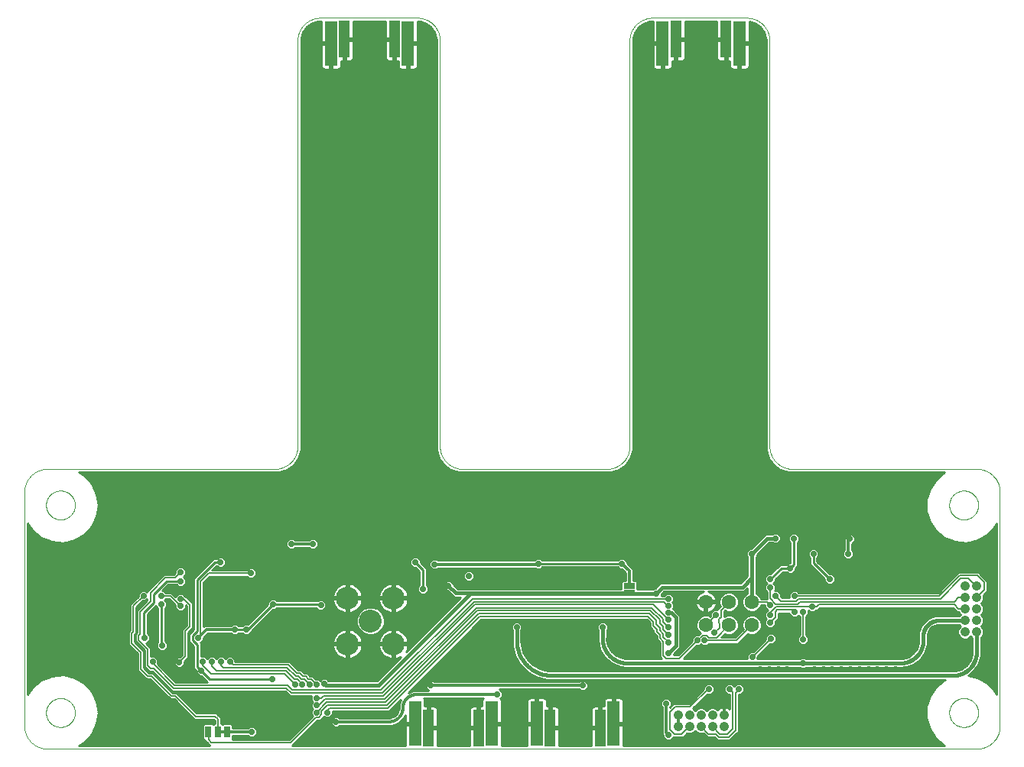
<source format=gbl>
G75*
%MOIN*%
%OFA0B0*%
%FSLAX25Y25*%
%IPPOS*%
%LPD*%
%AMOC8*
5,1,8,0,0,1.08239X$1,22.5*
%
%ADD10C,0.00000*%
%ADD11R,0.02600X0.05000*%
%ADD12C,0.00050*%
%ADD13C,0.06299*%
%ADD14R,0.04921X0.16142*%
%ADD15R,0.05512X0.19685*%
%ADD16C,0.04134*%
%ADD17C,0.10000*%
%ADD18R,0.05000X0.02500*%
%ADD19C,0.01000*%
%ADD20OC8,0.02381*%
%ADD21C,0.01200*%
%ADD22C,0.00600*%
%ADD23C,0.01600*%
D10*
X0013469Y0037693D02*
X0418665Y0037693D01*
X0418907Y0037696D01*
X0419148Y0037705D01*
X0419389Y0037719D01*
X0419630Y0037740D01*
X0419870Y0037766D01*
X0420110Y0037798D01*
X0420349Y0037836D01*
X0420586Y0037879D01*
X0420823Y0037929D01*
X0421058Y0037984D01*
X0421292Y0038044D01*
X0421524Y0038111D01*
X0421755Y0038182D01*
X0421984Y0038260D01*
X0422211Y0038343D01*
X0422436Y0038431D01*
X0422659Y0038525D01*
X0422879Y0038624D01*
X0423097Y0038729D01*
X0423312Y0038838D01*
X0423525Y0038953D01*
X0423735Y0039073D01*
X0423941Y0039198D01*
X0424145Y0039328D01*
X0424346Y0039463D01*
X0424543Y0039603D01*
X0424737Y0039747D01*
X0424927Y0039896D01*
X0425113Y0040050D01*
X0425296Y0040208D01*
X0425475Y0040370D01*
X0425650Y0040537D01*
X0425821Y0040708D01*
X0425988Y0040883D01*
X0426150Y0041062D01*
X0426308Y0041245D01*
X0426462Y0041431D01*
X0426611Y0041621D01*
X0426755Y0041815D01*
X0426895Y0042012D01*
X0427030Y0042213D01*
X0427160Y0042417D01*
X0427285Y0042623D01*
X0427405Y0042833D01*
X0427520Y0043046D01*
X0427629Y0043261D01*
X0427734Y0043479D01*
X0427833Y0043699D01*
X0427927Y0043922D01*
X0428015Y0044147D01*
X0428098Y0044374D01*
X0428176Y0044603D01*
X0428247Y0044834D01*
X0428314Y0045066D01*
X0428374Y0045300D01*
X0428429Y0045535D01*
X0428479Y0045772D01*
X0428522Y0046009D01*
X0428560Y0046248D01*
X0428592Y0046488D01*
X0428618Y0046728D01*
X0428639Y0046969D01*
X0428653Y0047210D01*
X0428662Y0047451D01*
X0428665Y0047693D01*
X0428665Y0149740D01*
X0428662Y0149982D01*
X0428653Y0150223D01*
X0428639Y0150464D01*
X0428618Y0150705D01*
X0428592Y0150945D01*
X0428560Y0151185D01*
X0428522Y0151424D01*
X0428479Y0151661D01*
X0428429Y0151898D01*
X0428374Y0152133D01*
X0428314Y0152367D01*
X0428247Y0152599D01*
X0428176Y0152830D01*
X0428098Y0153059D01*
X0428015Y0153286D01*
X0427927Y0153511D01*
X0427833Y0153734D01*
X0427734Y0153954D01*
X0427629Y0154172D01*
X0427520Y0154387D01*
X0427405Y0154600D01*
X0427285Y0154810D01*
X0427160Y0155016D01*
X0427030Y0155220D01*
X0426895Y0155421D01*
X0426755Y0155618D01*
X0426611Y0155812D01*
X0426462Y0156002D01*
X0426308Y0156188D01*
X0426150Y0156371D01*
X0425988Y0156550D01*
X0425821Y0156725D01*
X0425650Y0156896D01*
X0425475Y0157063D01*
X0425296Y0157225D01*
X0425113Y0157383D01*
X0424927Y0157537D01*
X0424737Y0157686D01*
X0424543Y0157830D01*
X0424346Y0157970D01*
X0424145Y0158105D01*
X0423941Y0158235D01*
X0423735Y0158360D01*
X0423525Y0158480D01*
X0423312Y0158595D01*
X0423097Y0158704D01*
X0422879Y0158809D01*
X0422659Y0158908D01*
X0422436Y0159002D01*
X0422211Y0159090D01*
X0421984Y0159173D01*
X0421755Y0159251D01*
X0421524Y0159322D01*
X0421292Y0159389D01*
X0421058Y0159449D01*
X0420823Y0159504D01*
X0420586Y0159554D01*
X0420349Y0159597D01*
X0420110Y0159635D01*
X0419870Y0159667D01*
X0419630Y0159693D01*
X0419389Y0159714D01*
X0419148Y0159728D01*
X0418907Y0159737D01*
X0418665Y0159740D01*
X0338272Y0159740D01*
X0338030Y0159743D01*
X0337789Y0159752D01*
X0337548Y0159766D01*
X0337307Y0159787D01*
X0337067Y0159813D01*
X0336827Y0159845D01*
X0336588Y0159883D01*
X0336351Y0159926D01*
X0336114Y0159976D01*
X0335879Y0160031D01*
X0335645Y0160091D01*
X0335413Y0160158D01*
X0335182Y0160229D01*
X0334953Y0160307D01*
X0334726Y0160390D01*
X0334501Y0160478D01*
X0334278Y0160572D01*
X0334058Y0160671D01*
X0333840Y0160776D01*
X0333625Y0160885D01*
X0333412Y0161000D01*
X0333202Y0161120D01*
X0332996Y0161245D01*
X0332792Y0161375D01*
X0332591Y0161510D01*
X0332394Y0161650D01*
X0332200Y0161794D01*
X0332010Y0161943D01*
X0331824Y0162097D01*
X0331641Y0162255D01*
X0331462Y0162417D01*
X0331287Y0162584D01*
X0331116Y0162755D01*
X0330949Y0162930D01*
X0330787Y0163109D01*
X0330629Y0163292D01*
X0330475Y0163478D01*
X0330326Y0163668D01*
X0330182Y0163862D01*
X0330042Y0164059D01*
X0329907Y0164260D01*
X0329777Y0164464D01*
X0329652Y0164670D01*
X0329532Y0164880D01*
X0329417Y0165093D01*
X0329308Y0165308D01*
X0329203Y0165526D01*
X0329104Y0165746D01*
X0329010Y0165969D01*
X0328922Y0166194D01*
X0328839Y0166421D01*
X0328761Y0166650D01*
X0328690Y0166881D01*
X0328623Y0167113D01*
X0328563Y0167347D01*
X0328508Y0167582D01*
X0328458Y0167819D01*
X0328415Y0168056D01*
X0328377Y0168295D01*
X0328345Y0168535D01*
X0328319Y0168775D01*
X0328298Y0169016D01*
X0328284Y0169257D01*
X0328275Y0169498D01*
X0328272Y0169740D01*
X0328272Y0346591D01*
X0328269Y0346833D01*
X0328260Y0347074D01*
X0328246Y0347315D01*
X0328225Y0347556D01*
X0328199Y0347796D01*
X0328167Y0348036D01*
X0328129Y0348275D01*
X0328086Y0348512D01*
X0328036Y0348749D01*
X0327981Y0348984D01*
X0327921Y0349218D01*
X0327854Y0349450D01*
X0327783Y0349681D01*
X0327705Y0349910D01*
X0327622Y0350137D01*
X0327534Y0350362D01*
X0327440Y0350585D01*
X0327341Y0350805D01*
X0327236Y0351023D01*
X0327127Y0351238D01*
X0327012Y0351451D01*
X0326892Y0351661D01*
X0326767Y0351867D01*
X0326637Y0352071D01*
X0326502Y0352272D01*
X0326362Y0352469D01*
X0326218Y0352663D01*
X0326069Y0352853D01*
X0325915Y0353039D01*
X0325757Y0353222D01*
X0325595Y0353401D01*
X0325428Y0353576D01*
X0325257Y0353747D01*
X0325082Y0353914D01*
X0324903Y0354076D01*
X0324720Y0354234D01*
X0324534Y0354388D01*
X0324344Y0354537D01*
X0324150Y0354681D01*
X0323953Y0354821D01*
X0323752Y0354956D01*
X0323548Y0355086D01*
X0323342Y0355211D01*
X0323132Y0355331D01*
X0322919Y0355446D01*
X0322704Y0355555D01*
X0322486Y0355660D01*
X0322266Y0355759D01*
X0322043Y0355853D01*
X0321818Y0355941D01*
X0321591Y0356024D01*
X0321362Y0356102D01*
X0321131Y0356173D01*
X0320899Y0356240D01*
X0320665Y0356300D01*
X0320430Y0356355D01*
X0320193Y0356405D01*
X0319956Y0356448D01*
X0319717Y0356486D01*
X0319477Y0356518D01*
X0319237Y0356544D01*
X0318996Y0356565D01*
X0318755Y0356579D01*
X0318514Y0356588D01*
X0318272Y0356591D01*
X0277248Y0356591D01*
X0277006Y0356588D01*
X0276765Y0356579D01*
X0276524Y0356565D01*
X0276283Y0356544D01*
X0276043Y0356518D01*
X0275803Y0356486D01*
X0275564Y0356448D01*
X0275327Y0356405D01*
X0275090Y0356355D01*
X0274855Y0356300D01*
X0274621Y0356240D01*
X0274389Y0356173D01*
X0274158Y0356102D01*
X0273929Y0356024D01*
X0273702Y0355941D01*
X0273477Y0355853D01*
X0273254Y0355759D01*
X0273034Y0355660D01*
X0272816Y0355555D01*
X0272601Y0355446D01*
X0272388Y0355331D01*
X0272178Y0355211D01*
X0271972Y0355086D01*
X0271768Y0354956D01*
X0271567Y0354821D01*
X0271370Y0354681D01*
X0271176Y0354537D01*
X0270986Y0354388D01*
X0270800Y0354234D01*
X0270617Y0354076D01*
X0270438Y0353914D01*
X0270263Y0353747D01*
X0270092Y0353576D01*
X0269925Y0353401D01*
X0269763Y0353222D01*
X0269605Y0353039D01*
X0269451Y0352853D01*
X0269302Y0352663D01*
X0269158Y0352469D01*
X0269018Y0352272D01*
X0268883Y0352071D01*
X0268753Y0351867D01*
X0268628Y0351661D01*
X0268508Y0351451D01*
X0268393Y0351238D01*
X0268284Y0351023D01*
X0268179Y0350805D01*
X0268080Y0350585D01*
X0267986Y0350362D01*
X0267898Y0350137D01*
X0267815Y0349910D01*
X0267737Y0349681D01*
X0267666Y0349450D01*
X0267599Y0349218D01*
X0267539Y0348984D01*
X0267484Y0348749D01*
X0267434Y0348512D01*
X0267391Y0348275D01*
X0267353Y0348036D01*
X0267321Y0347796D01*
X0267295Y0347556D01*
X0267274Y0347315D01*
X0267260Y0347074D01*
X0267251Y0346833D01*
X0267248Y0346591D01*
X0267248Y0169740D01*
X0267245Y0169498D01*
X0267236Y0169257D01*
X0267222Y0169016D01*
X0267201Y0168775D01*
X0267175Y0168535D01*
X0267143Y0168295D01*
X0267105Y0168056D01*
X0267062Y0167819D01*
X0267012Y0167582D01*
X0266957Y0167347D01*
X0266897Y0167113D01*
X0266830Y0166881D01*
X0266759Y0166650D01*
X0266681Y0166421D01*
X0266598Y0166194D01*
X0266510Y0165969D01*
X0266416Y0165746D01*
X0266317Y0165526D01*
X0266212Y0165308D01*
X0266103Y0165093D01*
X0265988Y0164880D01*
X0265868Y0164670D01*
X0265743Y0164464D01*
X0265613Y0164260D01*
X0265478Y0164059D01*
X0265338Y0163862D01*
X0265194Y0163668D01*
X0265045Y0163478D01*
X0264891Y0163292D01*
X0264733Y0163109D01*
X0264571Y0162930D01*
X0264404Y0162755D01*
X0264233Y0162584D01*
X0264058Y0162417D01*
X0263879Y0162255D01*
X0263696Y0162097D01*
X0263510Y0161943D01*
X0263320Y0161794D01*
X0263126Y0161650D01*
X0262929Y0161510D01*
X0262728Y0161375D01*
X0262524Y0161245D01*
X0262318Y0161120D01*
X0262108Y0161000D01*
X0261895Y0160885D01*
X0261680Y0160776D01*
X0261462Y0160671D01*
X0261242Y0160572D01*
X0261019Y0160478D01*
X0260794Y0160390D01*
X0260567Y0160307D01*
X0260338Y0160229D01*
X0260107Y0160158D01*
X0259875Y0160091D01*
X0259641Y0160031D01*
X0259406Y0159976D01*
X0259169Y0159926D01*
X0258932Y0159883D01*
X0258693Y0159845D01*
X0258453Y0159813D01*
X0258213Y0159787D01*
X0257972Y0159766D01*
X0257731Y0159752D01*
X0257490Y0159743D01*
X0257248Y0159740D01*
X0194571Y0159740D01*
X0194329Y0159743D01*
X0194088Y0159752D01*
X0193847Y0159766D01*
X0193606Y0159787D01*
X0193366Y0159813D01*
X0193126Y0159845D01*
X0192887Y0159883D01*
X0192650Y0159926D01*
X0192413Y0159976D01*
X0192178Y0160031D01*
X0191944Y0160091D01*
X0191712Y0160158D01*
X0191481Y0160229D01*
X0191252Y0160307D01*
X0191025Y0160390D01*
X0190800Y0160478D01*
X0190577Y0160572D01*
X0190357Y0160671D01*
X0190139Y0160776D01*
X0189924Y0160885D01*
X0189711Y0161000D01*
X0189501Y0161120D01*
X0189295Y0161245D01*
X0189091Y0161375D01*
X0188890Y0161510D01*
X0188693Y0161650D01*
X0188499Y0161794D01*
X0188309Y0161943D01*
X0188123Y0162097D01*
X0187940Y0162255D01*
X0187761Y0162417D01*
X0187586Y0162584D01*
X0187415Y0162755D01*
X0187248Y0162930D01*
X0187086Y0163109D01*
X0186928Y0163292D01*
X0186774Y0163478D01*
X0186625Y0163668D01*
X0186481Y0163862D01*
X0186341Y0164059D01*
X0186206Y0164260D01*
X0186076Y0164464D01*
X0185951Y0164670D01*
X0185831Y0164880D01*
X0185716Y0165093D01*
X0185607Y0165308D01*
X0185502Y0165526D01*
X0185403Y0165746D01*
X0185309Y0165969D01*
X0185221Y0166194D01*
X0185138Y0166421D01*
X0185060Y0166650D01*
X0184989Y0166881D01*
X0184922Y0167113D01*
X0184862Y0167347D01*
X0184807Y0167582D01*
X0184757Y0167819D01*
X0184714Y0168056D01*
X0184676Y0168295D01*
X0184644Y0168535D01*
X0184618Y0168775D01*
X0184597Y0169016D01*
X0184583Y0169257D01*
X0184574Y0169498D01*
X0184571Y0169740D01*
X0184571Y0346748D01*
X0184568Y0346986D01*
X0184560Y0347224D01*
X0184545Y0347461D01*
X0184525Y0347698D01*
X0184499Y0347934D01*
X0184468Y0348170D01*
X0184431Y0348405D01*
X0184388Y0348639D01*
X0184339Y0348872D01*
X0184285Y0349104D01*
X0184225Y0349334D01*
X0184160Y0349563D01*
X0184089Y0349790D01*
X0184013Y0350015D01*
X0183931Y0350238D01*
X0183844Y0350460D01*
X0183752Y0350679D01*
X0183654Y0350896D01*
X0183552Y0351110D01*
X0183444Y0351322D01*
X0183330Y0351532D01*
X0183212Y0351738D01*
X0183089Y0351942D01*
X0182961Y0352142D01*
X0182829Y0352339D01*
X0182691Y0352534D01*
X0182549Y0352724D01*
X0182402Y0352912D01*
X0182251Y0353095D01*
X0182096Y0353275D01*
X0181936Y0353451D01*
X0181772Y0353623D01*
X0181603Y0353792D01*
X0181431Y0353956D01*
X0181255Y0354116D01*
X0181075Y0354271D01*
X0180892Y0354422D01*
X0180704Y0354569D01*
X0180514Y0354711D01*
X0180319Y0354849D01*
X0180122Y0354981D01*
X0179922Y0355109D01*
X0179718Y0355232D01*
X0179512Y0355350D01*
X0179302Y0355464D01*
X0179090Y0355572D01*
X0178876Y0355674D01*
X0178659Y0355772D01*
X0178440Y0355864D01*
X0178218Y0355951D01*
X0177995Y0356033D01*
X0177770Y0356109D01*
X0177543Y0356180D01*
X0177314Y0356245D01*
X0177084Y0356305D01*
X0176852Y0356359D01*
X0176619Y0356408D01*
X0176385Y0356451D01*
X0176150Y0356488D01*
X0175914Y0356519D01*
X0175678Y0356545D01*
X0175441Y0356565D01*
X0175204Y0356580D01*
X0174966Y0356588D01*
X0174728Y0356591D01*
X0132406Y0356591D01*
X0132168Y0356588D01*
X0131930Y0356580D01*
X0131693Y0356565D01*
X0131456Y0356545D01*
X0131220Y0356519D01*
X0130984Y0356488D01*
X0130749Y0356451D01*
X0130515Y0356408D01*
X0130282Y0356359D01*
X0130050Y0356305D01*
X0129820Y0356245D01*
X0129591Y0356180D01*
X0129364Y0356109D01*
X0129139Y0356033D01*
X0128916Y0355951D01*
X0128694Y0355864D01*
X0128475Y0355772D01*
X0128258Y0355674D01*
X0128044Y0355572D01*
X0127832Y0355464D01*
X0127622Y0355350D01*
X0127416Y0355232D01*
X0127212Y0355109D01*
X0127012Y0354981D01*
X0126815Y0354849D01*
X0126620Y0354711D01*
X0126430Y0354569D01*
X0126242Y0354422D01*
X0126059Y0354271D01*
X0125879Y0354116D01*
X0125703Y0353956D01*
X0125531Y0353792D01*
X0125362Y0353623D01*
X0125198Y0353451D01*
X0125038Y0353275D01*
X0124883Y0353095D01*
X0124732Y0352912D01*
X0124585Y0352724D01*
X0124443Y0352534D01*
X0124305Y0352339D01*
X0124173Y0352142D01*
X0124045Y0351942D01*
X0123922Y0351738D01*
X0123804Y0351532D01*
X0123690Y0351322D01*
X0123582Y0351110D01*
X0123480Y0350896D01*
X0123382Y0350679D01*
X0123290Y0350460D01*
X0123203Y0350238D01*
X0123121Y0350015D01*
X0123045Y0349790D01*
X0122974Y0349563D01*
X0122909Y0349334D01*
X0122849Y0349104D01*
X0122795Y0348872D01*
X0122746Y0348639D01*
X0122703Y0348405D01*
X0122666Y0348170D01*
X0122635Y0347934D01*
X0122609Y0347698D01*
X0122589Y0347461D01*
X0122574Y0347224D01*
X0122566Y0346986D01*
X0122563Y0346748D01*
X0122563Y0169740D01*
X0122560Y0169498D01*
X0122551Y0169257D01*
X0122537Y0169016D01*
X0122516Y0168775D01*
X0122490Y0168535D01*
X0122458Y0168295D01*
X0122420Y0168056D01*
X0122377Y0167819D01*
X0122327Y0167582D01*
X0122272Y0167347D01*
X0122212Y0167113D01*
X0122145Y0166881D01*
X0122074Y0166650D01*
X0121996Y0166421D01*
X0121913Y0166194D01*
X0121825Y0165969D01*
X0121731Y0165746D01*
X0121632Y0165526D01*
X0121527Y0165308D01*
X0121418Y0165093D01*
X0121303Y0164880D01*
X0121183Y0164670D01*
X0121058Y0164464D01*
X0120928Y0164260D01*
X0120793Y0164059D01*
X0120653Y0163862D01*
X0120509Y0163668D01*
X0120360Y0163478D01*
X0120206Y0163292D01*
X0120048Y0163109D01*
X0119886Y0162930D01*
X0119719Y0162755D01*
X0119548Y0162584D01*
X0119373Y0162417D01*
X0119194Y0162255D01*
X0119011Y0162097D01*
X0118825Y0161943D01*
X0118635Y0161794D01*
X0118441Y0161650D01*
X0118244Y0161510D01*
X0118043Y0161375D01*
X0117839Y0161245D01*
X0117633Y0161120D01*
X0117423Y0161000D01*
X0117210Y0160885D01*
X0116995Y0160776D01*
X0116777Y0160671D01*
X0116557Y0160572D01*
X0116334Y0160478D01*
X0116109Y0160390D01*
X0115882Y0160307D01*
X0115653Y0160229D01*
X0115422Y0160158D01*
X0115190Y0160091D01*
X0114956Y0160031D01*
X0114721Y0159976D01*
X0114484Y0159926D01*
X0114247Y0159883D01*
X0114008Y0159845D01*
X0113768Y0159813D01*
X0113528Y0159787D01*
X0113287Y0159766D01*
X0113046Y0159752D01*
X0112805Y0159743D01*
X0112563Y0159740D01*
X0013469Y0159740D01*
X0013227Y0159737D01*
X0012986Y0159728D01*
X0012745Y0159714D01*
X0012504Y0159693D01*
X0012264Y0159667D01*
X0012024Y0159635D01*
X0011785Y0159597D01*
X0011548Y0159554D01*
X0011311Y0159504D01*
X0011076Y0159449D01*
X0010842Y0159389D01*
X0010610Y0159322D01*
X0010379Y0159251D01*
X0010150Y0159173D01*
X0009923Y0159090D01*
X0009698Y0159002D01*
X0009475Y0158908D01*
X0009255Y0158809D01*
X0009037Y0158704D01*
X0008822Y0158595D01*
X0008609Y0158480D01*
X0008399Y0158360D01*
X0008193Y0158235D01*
X0007989Y0158105D01*
X0007788Y0157970D01*
X0007591Y0157830D01*
X0007397Y0157686D01*
X0007207Y0157537D01*
X0007021Y0157383D01*
X0006838Y0157225D01*
X0006659Y0157063D01*
X0006484Y0156896D01*
X0006313Y0156725D01*
X0006146Y0156550D01*
X0005984Y0156371D01*
X0005826Y0156188D01*
X0005672Y0156002D01*
X0005523Y0155812D01*
X0005379Y0155618D01*
X0005239Y0155421D01*
X0005104Y0155220D01*
X0004974Y0155016D01*
X0004849Y0154810D01*
X0004729Y0154600D01*
X0004614Y0154387D01*
X0004505Y0154172D01*
X0004400Y0153954D01*
X0004301Y0153734D01*
X0004207Y0153511D01*
X0004119Y0153286D01*
X0004036Y0153059D01*
X0003958Y0152830D01*
X0003887Y0152599D01*
X0003820Y0152367D01*
X0003760Y0152133D01*
X0003705Y0151898D01*
X0003655Y0151661D01*
X0003612Y0151424D01*
X0003574Y0151185D01*
X0003542Y0150945D01*
X0003516Y0150705D01*
X0003495Y0150464D01*
X0003481Y0150223D01*
X0003472Y0149982D01*
X0003469Y0149740D01*
X0003469Y0047693D01*
X0003472Y0047451D01*
X0003481Y0047210D01*
X0003495Y0046969D01*
X0003516Y0046728D01*
X0003542Y0046488D01*
X0003574Y0046248D01*
X0003612Y0046009D01*
X0003655Y0045772D01*
X0003705Y0045535D01*
X0003760Y0045300D01*
X0003820Y0045066D01*
X0003887Y0044834D01*
X0003958Y0044603D01*
X0004036Y0044374D01*
X0004119Y0044147D01*
X0004207Y0043922D01*
X0004301Y0043699D01*
X0004400Y0043479D01*
X0004505Y0043261D01*
X0004614Y0043046D01*
X0004729Y0042833D01*
X0004849Y0042623D01*
X0004974Y0042417D01*
X0005104Y0042213D01*
X0005239Y0042012D01*
X0005379Y0041815D01*
X0005523Y0041621D01*
X0005672Y0041431D01*
X0005826Y0041245D01*
X0005984Y0041062D01*
X0006146Y0040883D01*
X0006313Y0040708D01*
X0006484Y0040537D01*
X0006659Y0040370D01*
X0006838Y0040208D01*
X0007021Y0040050D01*
X0007207Y0039896D01*
X0007397Y0039747D01*
X0007591Y0039603D01*
X0007788Y0039463D01*
X0007989Y0039328D01*
X0008193Y0039198D01*
X0008399Y0039073D01*
X0008609Y0038953D01*
X0008822Y0038838D01*
X0009037Y0038729D01*
X0009255Y0038624D01*
X0009475Y0038525D01*
X0009698Y0038431D01*
X0009923Y0038343D01*
X0010150Y0038260D01*
X0010379Y0038182D01*
X0010610Y0038111D01*
X0010842Y0038044D01*
X0011076Y0037984D01*
X0011311Y0037929D01*
X0011548Y0037879D01*
X0011785Y0037836D01*
X0012024Y0037798D01*
X0012264Y0037766D01*
X0012504Y0037740D01*
X0012745Y0037719D01*
X0012986Y0037705D01*
X0013227Y0037696D01*
X0013469Y0037693D01*
X0012918Y0053441D02*
X0012920Y0053599D01*
X0012926Y0053757D01*
X0012936Y0053915D01*
X0012950Y0054073D01*
X0012968Y0054230D01*
X0012989Y0054387D01*
X0013015Y0054543D01*
X0013045Y0054699D01*
X0013078Y0054854D01*
X0013116Y0055007D01*
X0013157Y0055160D01*
X0013202Y0055312D01*
X0013251Y0055463D01*
X0013304Y0055612D01*
X0013360Y0055760D01*
X0013420Y0055906D01*
X0013484Y0056051D01*
X0013552Y0056194D01*
X0013623Y0056336D01*
X0013697Y0056476D01*
X0013775Y0056613D01*
X0013857Y0056749D01*
X0013941Y0056883D01*
X0014030Y0057014D01*
X0014121Y0057143D01*
X0014216Y0057270D01*
X0014313Y0057395D01*
X0014414Y0057517D01*
X0014518Y0057636D01*
X0014625Y0057753D01*
X0014735Y0057867D01*
X0014848Y0057978D01*
X0014963Y0058087D01*
X0015081Y0058192D01*
X0015202Y0058294D01*
X0015325Y0058394D01*
X0015451Y0058490D01*
X0015579Y0058583D01*
X0015709Y0058673D01*
X0015842Y0058759D01*
X0015977Y0058843D01*
X0016113Y0058922D01*
X0016252Y0058999D01*
X0016393Y0059071D01*
X0016535Y0059141D01*
X0016679Y0059206D01*
X0016825Y0059268D01*
X0016972Y0059326D01*
X0017121Y0059381D01*
X0017271Y0059432D01*
X0017422Y0059479D01*
X0017574Y0059522D01*
X0017727Y0059561D01*
X0017882Y0059597D01*
X0018037Y0059628D01*
X0018193Y0059656D01*
X0018349Y0059680D01*
X0018506Y0059700D01*
X0018664Y0059716D01*
X0018821Y0059728D01*
X0018980Y0059736D01*
X0019138Y0059740D01*
X0019296Y0059740D01*
X0019454Y0059736D01*
X0019613Y0059728D01*
X0019770Y0059716D01*
X0019928Y0059700D01*
X0020085Y0059680D01*
X0020241Y0059656D01*
X0020397Y0059628D01*
X0020552Y0059597D01*
X0020707Y0059561D01*
X0020860Y0059522D01*
X0021012Y0059479D01*
X0021163Y0059432D01*
X0021313Y0059381D01*
X0021462Y0059326D01*
X0021609Y0059268D01*
X0021755Y0059206D01*
X0021899Y0059141D01*
X0022041Y0059071D01*
X0022182Y0058999D01*
X0022321Y0058922D01*
X0022457Y0058843D01*
X0022592Y0058759D01*
X0022725Y0058673D01*
X0022855Y0058583D01*
X0022983Y0058490D01*
X0023109Y0058394D01*
X0023232Y0058294D01*
X0023353Y0058192D01*
X0023471Y0058087D01*
X0023586Y0057978D01*
X0023699Y0057867D01*
X0023809Y0057753D01*
X0023916Y0057636D01*
X0024020Y0057517D01*
X0024121Y0057395D01*
X0024218Y0057270D01*
X0024313Y0057143D01*
X0024404Y0057014D01*
X0024493Y0056883D01*
X0024577Y0056749D01*
X0024659Y0056613D01*
X0024737Y0056476D01*
X0024811Y0056336D01*
X0024882Y0056194D01*
X0024950Y0056051D01*
X0025014Y0055906D01*
X0025074Y0055760D01*
X0025130Y0055612D01*
X0025183Y0055463D01*
X0025232Y0055312D01*
X0025277Y0055160D01*
X0025318Y0055007D01*
X0025356Y0054854D01*
X0025389Y0054699D01*
X0025419Y0054543D01*
X0025445Y0054387D01*
X0025466Y0054230D01*
X0025484Y0054073D01*
X0025498Y0053915D01*
X0025508Y0053757D01*
X0025514Y0053599D01*
X0025516Y0053441D01*
X0025514Y0053283D01*
X0025508Y0053125D01*
X0025498Y0052967D01*
X0025484Y0052809D01*
X0025466Y0052652D01*
X0025445Y0052495D01*
X0025419Y0052339D01*
X0025389Y0052183D01*
X0025356Y0052028D01*
X0025318Y0051875D01*
X0025277Y0051722D01*
X0025232Y0051570D01*
X0025183Y0051419D01*
X0025130Y0051270D01*
X0025074Y0051122D01*
X0025014Y0050976D01*
X0024950Y0050831D01*
X0024882Y0050688D01*
X0024811Y0050546D01*
X0024737Y0050406D01*
X0024659Y0050269D01*
X0024577Y0050133D01*
X0024493Y0049999D01*
X0024404Y0049868D01*
X0024313Y0049739D01*
X0024218Y0049612D01*
X0024121Y0049487D01*
X0024020Y0049365D01*
X0023916Y0049246D01*
X0023809Y0049129D01*
X0023699Y0049015D01*
X0023586Y0048904D01*
X0023471Y0048795D01*
X0023353Y0048690D01*
X0023232Y0048588D01*
X0023109Y0048488D01*
X0022983Y0048392D01*
X0022855Y0048299D01*
X0022725Y0048209D01*
X0022592Y0048123D01*
X0022457Y0048039D01*
X0022321Y0047960D01*
X0022182Y0047883D01*
X0022041Y0047811D01*
X0021899Y0047741D01*
X0021755Y0047676D01*
X0021609Y0047614D01*
X0021462Y0047556D01*
X0021313Y0047501D01*
X0021163Y0047450D01*
X0021012Y0047403D01*
X0020860Y0047360D01*
X0020707Y0047321D01*
X0020552Y0047285D01*
X0020397Y0047254D01*
X0020241Y0047226D01*
X0020085Y0047202D01*
X0019928Y0047182D01*
X0019770Y0047166D01*
X0019613Y0047154D01*
X0019454Y0047146D01*
X0019296Y0047142D01*
X0019138Y0047142D01*
X0018980Y0047146D01*
X0018821Y0047154D01*
X0018664Y0047166D01*
X0018506Y0047182D01*
X0018349Y0047202D01*
X0018193Y0047226D01*
X0018037Y0047254D01*
X0017882Y0047285D01*
X0017727Y0047321D01*
X0017574Y0047360D01*
X0017422Y0047403D01*
X0017271Y0047450D01*
X0017121Y0047501D01*
X0016972Y0047556D01*
X0016825Y0047614D01*
X0016679Y0047676D01*
X0016535Y0047741D01*
X0016393Y0047811D01*
X0016252Y0047883D01*
X0016113Y0047960D01*
X0015977Y0048039D01*
X0015842Y0048123D01*
X0015709Y0048209D01*
X0015579Y0048299D01*
X0015451Y0048392D01*
X0015325Y0048488D01*
X0015202Y0048588D01*
X0015081Y0048690D01*
X0014963Y0048795D01*
X0014848Y0048904D01*
X0014735Y0049015D01*
X0014625Y0049129D01*
X0014518Y0049246D01*
X0014414Y0049365D01*
X0014313Y0049487D01*
X0014216Y0049612D01*
X0014121Y0049739D01*
X0014030Y0049868D01*
X0013941Y0049999D01*
X0013857Y0050133D01*
X0013775Y0050269D01*
X0013697Y0050406D01*
X0013623Y0050546D01*
X0013552Y0050688D01*
X0013484Y0050831D01*
X0013420Y0050976D01*
X0013360Y0051122D01*
X0013304Y0051270D01*
X0013251Y0051419D01*
X0013202Y0051570D01*
X0013157Y0051722D01*
X0013116Y0051875D01*
X0013078Y0052028D01*
X0013045Y0052183D01*
X0013015Y0052339D01*
X0012989Y0052495D01*
X0012968Y0052652D01*
X0012950Y0052809D01*
X0012936Y0052967D01*
X0012926Y0053125D01*
X0012920Y0053283D01*
X0012918Y0053441D01*
X0012918Y0143992D02*
X0012920Y0144150D01*
X0012926Y0144308D01*
X0012936Y0144466D01*
X0012950Y0144624D01*
X0012968Y0144781D01*
X0012989Y0144938D01*
X0013015Y0145094D01*
X0013045Y0145250D01*
X0013078Y0145405D01*
X0013116Y0145558D01*
X0013157Y0145711D01*
X0013202Y0145863D01*
X0013251Y0146014D01*
X0013304Y0146163D01*
X0013360Y0146311D01*
X0013420Y0146457D01*
X0013484Y0146602D01*
X0013552Y0146745D01*
X0013623Y0146887D01*
X0013697Y0147027D01*
X0013775Y0147164D01*
X0013857Y0147300D01*
X0013941Y0147434D01*
X0014030Y0147565D01*
X0014121Y0147694D01*
X0014216Y0147821D01*
X0014313Y0147946D01*
X0014414Y0148068D01*
X0014518Y0148187D01*
X0014625Y0148304D01*
X0014735Y0148418D01*
X0014848Y0148529D01*
X0014963Y0148638D01*
X0015081Y0148743D01*
X0015202Y0148845D01*
X0015325Y0148945D01*
X0015451Y0149041D01*
X0015579Y0149134D01*
X0015709Y0149224D01*
X0015842Y0149310D01*
X0015977Y0149394D01*
X0016113Y0149473D01*
X0016252Y0149550D01*
X0016393Y0149622D01*
X0016535Y0149692D01*
X0016679Y0149757D01*
X0016825Y0149819D01*
X0016972Y0149877D01*
X0017121Y0149932D01*
X0017271Y0149983D01*
X0017422Y0150030D01*
X0017574Y0150073D01*
X0017727Y0150112D01*
X0017882Y0150148D01*
X0018037Y0150179D01*
X0018193Y0150207D01*
X0018349Y0150231D01*
X0018506Y0150251D01*
X0018664Y0150267D01*
X0018821Y0150279D01*
X0018980Y0150287D01*
X0019138Y0150291D01*
X0019296Y0150291D01*
X0019454Y0150287D01*
X0019613Y0150279D01*
X0019770Y0150267D01*
X0019928Y0150251D01*
X0020085Y0150231D01*
X0020241Y0150207D01*
X0020397Y0150179D01*
X0020552Y0150148D01*
X0020707Y0150112D01*
X0020860Y0150073D01*
X0021012Y0150030D01*
X0021163Y0149983D01*
X0021313Y0149932D01*
X0021462Y0149877D01*
X0021609Y0149819D01*
X0021755Y0149757D01*
X0021899Y0149692D01*
X0022041Y0149622D01*
X0022182Y0149550D01*
X0022321Y0149473D01*
X0022457Y0149394D01*
X0022592Y0149310D01*
X0022725Y0149224D01*
X0022855Y0149134D01*
X0022983Y0149041D01*
X0023109Y0148945D01*
X0023232Y0148845D01*
X0023353Y0148743D01*
X0023471Y0148638D01*
X0023586Y0148529D01*
X0023699Y0148418D01*
X0023809Y0148304D01*
X0023916Y0148187D01*
X0024020Y0148068D01*
X0024121Y0147946D01*
X0024218Y0147821D01*
X0024313Y0147694D01*
X0024404Y0147565D01*
X0024493Y0147434D01*
X0024577Y0147300D01*
X0024659Y0147164D01*
X0024737Y0147027D01*
X0024811Y0146887D01*
X0024882Y0146745D01*
X0024950Y0146602D01*
X0025014Y0146457D01*
X0025074Y0146311D01*
X0025130Y0146163D01*
X0025183Y0146014D01*
X0025232Y0145863D01*
X0025277Y0145711D01*
X0025318Y0145558D01*
X0025356Y0145405D01*
X0025389Y0145250D01*
X0025419Y0145094D01*
X0025445Y0144938D01*
X0025466Y0144781D01*
X0025484Y0144624D01*
X0025498Y0144466D01*
X0025508Y0144308D01*
X0025514Y0144150D01*
X0025516Y0143992D01*
X0025514Y0143834D01*
X0025508Y0143676D01*
X0025498Y0143518D01*
X0025484Y0143360D01*
X0025466Y0143203D01*
X0025445Y0143046D01*
X0025419Y0142890D01*
X0025389Y0142734D01*
X0025356Y0142579D01*
X0025318Y0142426D01*
X0025277Y0142273D01*
X0025232Y0142121D01*
X0025183Y0141970D01*
X0025130Y0141821D01*
X0025074Y0141673D01*
X0025014Y0141527D01*
X0024950Y0141382D01*
X0024882Y0141239D01*
X0024811Y0141097D01*
X0024737Y0140957D01*
X0024659Y0140820D01*
X0024577Y0140684D01*
X0024493Y0140550D01*
X0024404Y0140419D01*
X0024313Y0140290D01*
X0024218Y0140163D01*
X0024121Y0140038D01*
X0024020Y0139916D01*
X0023916Y0139797D01*
X0023809Y0139680D01*
X0023699Y0139566D01*
X0023586Y0139455D01*
X0023471Y0139346D01*
X0023353Y0139241D01*
X0023232Y0139139D01*
X0023109Y0139039D01*
X0022983Y0138943D01*
X0022855Y0138850D01*
X0022725Y0138760D01*
X0022592Y0138674D01*
X0022457Y0138590D01*
X0022321Y0138511D01*
X0022182Y0138434D01*
X0022041Y0138362D01*
X0021899Y0138292D01*
X0021755Y0138227D01*
X0021609Y0138165D01*
X0021462Y0138107D01*
X0021313Y0138052D01*
X0021163Y0138001D01*
X0021012Y0137954D01*
X0020860Y0137911D01*
X0020707Y0137872D01*
X0020552Y0137836D01*
X0020397Y0137805D01*
X0020241Y0137777D01*
X0020085Y0137753D01*
X0019928Y0137733D01*
X0019770Y0137717D01*
X0019613Y0137705D01*
X0019454Y0137697D01*
X0019296Y0137693D01*
X0019138Y0137693D01*
X0018980Y0137697D01*
X0018821Y0137705D01*
X0018664Y0137717D01*
X0018506Y0137733D01*
X0018349Y0137753D01*
X0018193Y0137777D01*
X0018037Y0137805D01*
X0017882Y0137836D01*
X0017727Y0137872D01*
X0017574Y0137911D01*
X0017422Y0137954D01*
X0017271Y0138001D01*
X0017121Y0138052D01*
X0016972Y0138107D01*
X0016825Y0138165D01*
X0016679Y0138227D01*
X0016535Y0138292D01*
X0016393Y0138362D01*
X0016252Y0138434D01*
X0016113Y0138511D01*
X0015977Y0138590D01*
X0015842Y0138674D01*
X0015709Y0138760D01*
X0015579Y0138850D01*
X0015451Y0138943D01*
X0015325Y0139039D01*
X0015202Y0139139D01*
X0015081Y0139241D01*
X0014963Y0139346D01*
X0014848Y0139455D01*
X0014735Y0139566D01*
X0014625Y0139680D01*
X0014518Y0139797D01*
X0014414Y0139916D01*
X0014313Y0140038D01*
X0014216Y0140163D01*
X0014121Y0140290D01*
X0014030Y0140419D01*
X0013941Y0140550D01*
X0013857Y0140684D01*
X0013775Y0140820D01*
X0013697Y0140957D01*
X0013623Y0141097D01*
X0013552Y0141239D01*
X0013484Y0141382D01*
X0013420Y0141527D01*
X0013360Y0141673D01*
X0013304Y0141821D01*
X0013251Y0141970D01*
X0013202Y0142121D01*
X0013157Y0142273D01*
X0013116Y0142426D01*
X0013078Y0142579D01*
X0013045Y0142734D01*
X0013015Y0142890D01*
X0012989Y0143046D01*
X0012968Y0143203D01*
X0012950Y0143360D01*
X0012936Y0143518D01*
X0012926Y0143676D01*
X0012920Y0143834D01*
X0012918Y0143992D01*
X0406618Y0143992D02*
X0406620Y0144150D01*
X0406626Y0144308D01*
X0406636Y0144466D01*
X0406650Y0144624D01*
X0406668Y0144781D01*
X0406689Y0144938D01*
X0406715Y0145094D01*
X0406745Y0145250D01*
X0406778Y0145405D01*
X0406816Y0145558D01*
X0406857Y0145711D01*
X0406902Y0145863D01*
X0406951Y0146014D01*
X0407004Y0146163D01*
X0407060Y0146311D01*
X0407120Y0146457D01*
X0407184Y0146602D01*
X0407252Y0146745D01*
X0407323Y0146887D01*
X0407397Y0147027D01*
X0407475Y0147164D01*
X0407557Y0147300D01*
X0407641Y0147434D01*
X0407730Y0147565D01*
X0407821Y0147694D01*
X0407916Y0147821D01*
X0408013Y0147946D01*
X0408114Y0148068D01*
X0408218Y0148187D01*
X0408325Y0148304D01*
X0408435Y0148418D01*
X0408548Y0148529D01*
X0408663Y0148638D01*
X0408781Y0148743D01*
X0408902Y0148845D01*
X0409025Y0148945D01*
X0409151Y0149041D01*
X0409279Y0149134D01*
X0409409Y0149224D01*
X0409542Y0149310D01*
X0409677Y0149394D01*
X0409813Y0149473D01*
X0409952Y0149550D01*
X0410093Y0149622D01*
X0410235Y0149692D01*
X0410379Y0149757D01*
X0410525Y0149819D01*
X0410672Y0149877D01*
X0410821Y0149932D01*
X0410971Y0149983D01*
X0411122Y0150030D01*
X0411274Y0150073D01*
X0411427Y0150112D01*
X0411582Y0150148D01*
X0411737Y0150179D01*
X0411893Y0150207D01*
X0412049Y0150231D01*
X0412206Y0150251D01*
X0412364Y0150267D01*
X0412521Y0150279D01*
X0412680Y0150287D01*
X0412838Y0150291D01*
X0412996Y0150291D01*
X0413154Y0150287D01*
X0413313Y0150279D01*
X0413470Y0150267D01*
X0413628Y0150251D01*
X0413785Y0150231D01*
X0413941Y0150207D01*
X0414097Y0150179D01*
X0414252Y0150148D01*
X0414407Y0150112D01*
X0414560Y0150073D01*
X0414712Y0150030D01*
X0414863Y0149983D01*
X0415013Y0149932D01*
X0415162Y0149877D01*
X0415309Y0149819D01*
X0415455Y0149757D01*
X0415599Y0149692D01*
X0415741Y0149622D01*
X0415882Y0149550D01*
X0416021Y0149473D01*
X0416157Y0149394D01*
X0416292Y0149310D01*
X0416425Y0149224D01*
X0416555Y0149134D01*
X0416683Y0149041D01*
X0416809Y0148945D01*
X0416932Y0148845D01*
X0417053Y0148743D01*
X0417171Y0148638D01*
X0417286Y0148529D01*
X0417399Y0148418D01*
X0417509Y0148304D01*
X0417616Y0148187D01*
X0417720Y0148068D01*
X0417821Y0147946D01*
X0417918Y0147821D01*
X0418013Y0147694D01*
X0418104Y0147565D01*
X0418193Y0147434D01*
X0418277Y0147300D01*
X0418359Y0147164D01*
X0418437Y0147027D01*
X0418511Y0146887D01*
X0418582Y0146745D01*
X0418650Y0146602D01*
X0418714Y0146457D01*
X0418774Y0146311D01*
X0418830Y0146163D01*
X0418883Y0146014D01*
X0418932Y0145863D01*
X0418977Y0145711D01*
X0419018Y0145558D01*
X0419056Y0145405D01*
X0419089Y0145250D01*
X0419119Y0145094D01*
X0419145Y0144938D01*
X0419166Y0144781D01*
X0419184Y0144624D01*
X0419198Y0144466D01*
X0419208Y0144308D01*
X0419214Y0144150D01*
X0419216Y0143992D01*
X0419214Y0143834D01*
X0419208Y0143676D01*
X0419198Y0143518D01*
X0419184Y0143360D01*
X0419166Y0143203D01*
X0419145Y0143046D01*
X0419119Y0142890D01*
X0419089Y0142734D01*
X0419056Y0142579D01*
X0419018Y0142426D01*
X0418977Y0142273D01*
X0418932Y0142121D01*
X0418883Y0141970D01*
X0418830Y0141821D01*
X0418774Y0141673D01*
X0418714Y0141527D01*
X0418650Y0141382D01*
X0418582Y0141239D01*
X0418511Y0141097D01*
X0418437Y0140957D01*
X0418359Y0140820D01*
X0418277Y0140684D01*
X0418193Y0140550D01*
X0418104Y0140419D01*
X0418013Y0140290D01*
X0417918Y0140163D01*
X0417821Y0140038D01*
X0417720Y0139916D01*
X0417616Y0139797D01*
X0417509Y0139680D01*
X0417399Y0139566D01*
X0417286Y0139455D01*
X0417171Y0139346D01*
X0417053Y0139241D01*
X0416932Y0139139D01*
X0416809Y0139039D01*
X0416683Y0138943D01*
X0416555Y0138850D01*
X0416425Y0138760D01*
X0416292Y0138674D01*
X0416157Y0138590D01*
X0416021Y0138511D01*
X0415882Y0138434D01*
X0415741Y0138362D01*
X0415599Y0138292D01*
X0415455Y0138227D01*
X0415309Y0138165D01*
X0415162Y0138107D01*
X0415013Y0138052D01*
X0414863Y0138001D01*
X0414712Y0137954D01*
X0414560Y0137911D01*
X0414407Y0137872D01*
X0414252Y0137836D01*
X0414097Y0137805D01*
X0413941Y0137777D01*
X0413785Y0137753D01*
X0413628Y0137733D01*
X0413470Y0137717D01*
X0413313Y0137705D01*
X0413154Y0137697D01*
X0412996Y0137693D01*
X0412838Y0137693D01*
X0412680Y0137697D01*
X0412521Y0137705D01*
X0412364Y0137717D01*
X0412206Y0137733D01*
X0412049Y0137753D01*
X0411893Y0137777D01*
X0411737Y0137805D01*
X0411582Y0137836D01*
X0411427Y0137872D01*
X0411274Y0137911D01*
X0411122Y0137954D01*
X0410971Y0138001D01*
X0410821Y0138052D01*
X0410672Y0138107D01*
X0410525Y0138165D01*
X0410379Y0138227D01*
X0410235Y0138292D01*
X0410093Y0138362D01*
X0409952Y0138434D01*
X0409813Y0138511D01*
X0409677Y0138590D01*
X0409542Y0138674D01*
X0409409Y0138760D01*
X0409279Y0138850D01*
X0409151Y0138943D01*
X0409025Y0139039D01*
X0408902Y0139139D01*
X0408781Y0139241D01*
X0408663Y0139346D01*
X0408548Y0139455D01*
X0408435Y0139566D01*
X0408325Y0139680D01*
X0408218Y0139797D01*
X0408114Y0139916D01*
X0408013Y0140038D01*
X0407916Y0140163D01*
X0407821Y0140290D01*
X0407730Y0140419D01*
X0407641Y0140550D01*
X0407557Y0140684D01*
X0407475Y0140820D01*
X0407397Y0140957D01*
X0407323Y0141097D01*
X0407252Y0141239D01*
X0407184Y0141382D01*
X0407120Y0141527D01*
X0407060Y0141673D01*
X0407004Y0141821D01*
X0406951Y0141970D01*
X0406902Y0142121D01*
X0406857Y0142273D01*
X0406816Y0142426D01*
X0406778Y0142579D01*
X0406745Y0142734D01*
X0406715Y0142890D01*
X0406689Y0143046D01*
X0406668Y0143203D01*
X0406650Y0143360D01*
X0406636Y0143518D01*
X0406626Y0143676D01*
X0406620Y0143834D01*
X0406618Y0143992D01*
X0406618Y0053441D02*
X0406620Y0053599D01*
X0406626Y0053757D01*
X0406636Y0053915D01*
X0406650Y0054073D01*
X0406668Y0054230D01*
X0406689Y0054387D01*
X0406715Y0054543D01*
X0406745Y0054699D01*
X0406778Y0054854D01*
X0406816Y0055007D01*
X0406857Y0055160D01*
X0406902Y0055312D01*
X0406951Y0055463D01*
X0407004Y0055612D01*
X0407060Y0055760D01*
X0407120Y0055906D01*
X0407184Y0056051D01*
X0407252Y0056194D01*
X0407323Y0056336D01*
X0407397Y0056476D01*
X0407475Y0056613D01*
X0407557Y0056749D01*
X0407641Y0056883D01*
X0407730Y0057014D01*
X0407821Y0057143D01*
X0407916Y0057270D01*
X0408013Y0057395D01*
X0408114Y0057517D01*
X0408218Y0057636D01*
X0408325Y0057753D01*
X0408435Y0057867D01*
X0408548Y0057978D01*
X0408663Y0058087D01*
X0408781Y0058192D01*
X0408902Y0058294D01*
X0409025Y0058394D01*
X0409151Y0058490D01*
X0409279Y0058583D01*
X0409409Y0058673D01*
X0409542Y0058759D01*
X0409677Y0058843D01*
X0409813Y0058922D01*
X0409952Y0058999D01*
X0410093Y0059071D01*
X0410235Y0059141D01*
X0410379Y0059206D01*
X0410525Y0059268D01*
X0410672Y0059326D01*
X0410821Y0059381D01*
X0410971Y0059432D01*
X0411122Y0059479D01*
X0411274Y0059522D01*
X0411427Y0059561D01*
X0411582Y0059597D01*
X0411737Y0059628D01*
X0411893Y0059656D01*
X0412049Y0059680D01*
X0412206Y0059700D01*
X0412364Y0059716D01*
X0412521Y0059728D01*
X0412680Y0059736D01*
X0412838Y0059740D01*
X0412996Y0059740D01*
X0413154Y0059736D01*
X0413313Y0059728D01*
X0413470Y0059716D01*
X0413628Y0059700D01*
X0413785Y0059680D01*
X0413941Y0059656D01*
X0414097Y0059628D01*
X0414252Y0059597D01*
X0414407Y0059561D01*
X0414560Y0059522D01*
X0414712Y0059479D01*
X0414863Y0059432D01*
X0415013Y0059381D01*
X0415162Y0059326D01*
X0415309Y0059268D01*
X0415455Y0059206D01*
X0415599Y0059141D01*
X0415741Y0059071D01*
X0415882Y0058999D01*
X0416021Y0058922D01*
X0416157Y0058843D01*
X0416292Y0058759D01*
X0416425Y0058673D01*
X0416555Y0058583D01*
X0416683Y0058490D01*
X0416809Y0058394D01*
X0416932Y0058294D01*
X0417053Y0058192D01*
X0417171Y0058087D01*
X0417286Y0057978D01*
X0417399Y0057867D01*
X0417509Y0057753D01*
X0417616Y0057636D01*
X0417720Y0057517D01*
X0417821Y0057395D01*
X0417918Y0057270D01*
X0418013Y0057143D01*
X0418104Y0057014D01*
X0418193Y0056883D01*
X0418277Y0056749D01*
X0418359Y0056613D01*
X0418437Y0056476D01*
X0418511Y0056336D01*
X0418582Y0056194D01*
X0418650Y0056051D01*
X0418714Y0055906D01*
X0418774Y0055760D01*
X0418830Y0055612D01*
X0418883Y0055463D01*
X0418932Y0055312D01*
X0418977Y0055160D01*
X0419018Y0055007D01*
X0419056Y0054854D01*
X0419089Y0054699D01*
X0419119Y0054543D01*
X0419145Y0054387D01*
X0419166Y0054230D01*
X0419184Y0054073D01*
X0419198Y0053915D01*
X0419208Y0053757D01*
X0419214Y0053599D01*
X0419216Y0053441D01*
X0419214Y0053283D01*
X0419208Y0053125D01*
X0419198Y0052967D01*
X0419184Y0052809D01*
X0419166Y0052652D01*
X0419145Y0052495D01*
X0419119Y0052339D01*
X0419089Y0052183D01*
X0419056Y0052028D01*
X0419018Y0051875D01*
X0418977Y0051722D01*
X0418932Y0051570D01*
X0418883Y0051419D01*
X0418830Y0051270D01*
X0418774Y0051122D01*
X0418714Y0050976D01*
X0418650Y0050831D01*
X0418582Y0050688D01*
X0418511Y0050546D01*
X0418437Y0050406D01*
X0418359Y0050269D01*
X0418277Y0050133D01*
X0418193Y0049999D01*
X0418104Y0049868D01*
X0418013Y0049739D01*
X0417918Y0049612D01*
X0417821Y0049487D01*
X0417720Y0049365D01*
X0417616Y0049246D01*
X0417509Y0049129D01*
X0417399Y0049015D01*
X0417286Y0048904D01*
X0417171Y0048795D01*
X0417053Y0048690D01*
X0416932Y0048588D01*
X0416809Y0048488D01*
X0416683Y0048392D01*
X0416555Y0048299D01*
X0416425Y0048209D01*
X0416292Y0048123D01*
X0416157Y0048039D01*
X0416021Y0047960D01*
X0415882Y0047883D01*
X0415741Y0047811D01*
X0415599Y0047741D01*
X0415455Y0047676D01*
X0415309Y0047614D01*
X0415162Y0047556D01*
X0415013Y0047501D01*
X0414863Y0047450D01*
X0414712Y0047403D01*
X0414560Y0047360D01*
X0414407Y0047321D01*
X0414252Y0047285D01*
X0414097Y0047254D01*
X0413941Y0047226D01*
X0413785Y0047202D01*
X0413628Y0047182D01*
X0413470Y0047166D01*
X0413313Y0047154D01*
X0413154Y0047146D01*
X0412996Y0047142D01*
X0412838Y0047142D01*
X0412680Y0047146D01*
X0412521Y0047154D01*
X0412364Y0047166D01*
X0412206Y0047182D01*
X0412049Y0047202D01*
X0411893Y0047226D01*
X0411737Y0047254D01*
X0411582Y0047285D01*
X0411427Y0047321D01*
X0411274Y0047360D01*
X0411122Y0047403D01*
X0410971Y0047450D01*
X0410821Y0047501D01*
X0410672Y0047556D01*
X0410525Y0047614D01*
X0410379Y0047676D01*
X0410235Y0047741D01*
X0410093Y0047811D01*
X0409952Y0047883D01*
X0409813Y0047960D01*
X0409677Y0048039D01*
X0409542Y0048123D01*
X0409409Y0048209D01*
X0409279Y0048299D01*
X0409151Y0048392D01*
X0409025Y0048488D01*
X0408902Y0048588D01*
X0408781Y0048690D01*
X0408663Y0048795D01*
X0408548Y0048904D01*
X0408435Y0049015D01*
X0408325Y0049129D01*
X0408218Y0049246D01*
X0408114Y0049365D01*
X0408013Y0049487D01*
X0407916Y0049612D01*
X0407821Y0049739D01*
X0407730Y0049868D01*
X0407641Y0049999D01*
X0407557Y0050133D01*
X0407475Y0050269D01*
X0407397Y0050406D01*
X0407323Y0050546D01*
X0407252Y0050688D01*
X0407184Y0050831D01*
X0407120Y0050976D01*
X0407060Y0051122D01*
X0407004Y0051270D01*
X0406951Y0051419D01*
X0406902Y0051570D01*
X0406857Y0051722D01*
X0406816Y0051875D01*
X0406778Y0052028D01*
X0406745Y0052183D01*
X0406715Y0052339D01*
X0406689Y0052495D01*
X0406668Y0052652D01*
X0406650Y0052809D01*
X0406636Y0052967D01*
X0406626Y0053125D01*
X0406620Y0053283D01*
X0406618Y0053441D01*
D11*
X0091860Y0045055D03*
X0087760Y0045055D03*
X0083660Y0045055D03*
D12*
X0087010Y0045068D02*
X0089860Y0045068D01*
X0089860Y0045116D02*
X0087010Y0045116D01*
X0087010Y0045165D02*
X0089860Y0045165D01*
X0089860Y0045213D02*
X0087010Y0045213D01*
X0087010Y0045262D02*
X0089860Y0045262D01*
X0089860Y0045310D02*
X0087010Y0045310D01*
X0087010Y0045359D02*
X0089860Y0045359D01*
X0089860Y0045408D02*
X0087010Y0045408D01*
X0087010Y0045456D02*
X0089860Y0045456D01*
X0089860Y0045505D02*
X0087010Y0045505D01*
X0087010Y0045553D02*
X0089860Y0045553D01*
X0089860Y0045555D02*
X0087010Y0045555D01*
X0087010Y0044555D01*
X0089860Y0044555D01*
X0089860Y0045555D01*
X0089760Y0045555D02*
X0089760Y0044555D01*
X0092610Y0044555D01*
X0092610Y0045555D01*
X0089760Y0045555D01*
X0089760Y0045553D02*
X0092610Y0045553D01*
X0092610Y0045505D02*
X0089760Y0045505D01*
X0089760Y0045456D02*
X0092610Y0045456D01*
X0092610Y0045408D02*
X0089760Y0045408D01*
X0089760Y0045359D02*
X0092610Y0045359D01*
X0092610Y0045310D02*
X0089760Y0045310D01*
X0089760Y0045262D02*
X0092610Y0045262D01*
X0092610Y0045213D02*
X0089760Y0045213D01*
X0089760Y0045165D02*
X0092610Y0045165D01*
X0092610Y0045116D02*
X0089760Y0045116D01*
X0089760Y0045068D02*
X0092610Y0045068D01*
X0092610Y0045019D02*
X0089760Y0045019D01*
X0089760Y0044971D02*
X0092610Y0044971D01*
X0092610Y0044922D02*
X0089760Y0044922D01*
X0089760Y0044874D02*
X0092610Y0044874D01*
X0092610Y0044825D02*
X0089760Y0044825D01*
X0089760Y0044777D02*
X0092610Y0044777D01*
X0092610Y0044728D02*
X0089760Y0044728D01*
X0089760Y0044680D02*
X0092610Y0044680D01*
X0092610Y0044631D02*
X0089760Y0044631D01*
X0089760Y0044583D02*
X0092610Y0044583D01*
X0089860Y0044583D02*
X0087010Y0044583D01*
X0087010Y0044631D02*
X0089860Y0044631D01*
X0089860Y0044680D02*
X0087010Y0044680D01*
X0087010Y0044728D02*
X0089860Y0044728D01*
X0089860Y0044777D02*
X0087010Y0044777D01*
X0087010Y0044825D02*
X0089860Y0044825D01*
X0089860Y0044874D02*
X0087010Y0044874D01*
X0087010Y0044922D02*
X0089860Y0044922D01*
X0089860Y0044971D02*
X0087010Y0044971D01*
X0087010Y0045019D02*
X0089860Y0045019D01*
D13*
X0300496Y0091689D03*
X0300496Y0101728D03*
X0310575Y0101728D03*
X0310575Y0091689D03*
X0320535Y0091689D03*
X0320535Y0101728D03*
D14*
X0254453Y0046748D03*
X0232602Y0046748D03*
X0201402Y0046748D03*
X0179551Y0046748D03*
X0164787Y0347339D03*
X0142937Y0347339D03*
X0287425Y0347339D03*
X0309276Y0347339D03*
D15*
X0315083Y0345496D03*
X0281618Y0345496D03*
X0170594Y0345496D03*
X0137130Y0345496D03*
X0173744Y0048591D03*
X0207209Y0048591D03*
X0226795Y0048591D03*
X0260260Y0048591D03*
D16*
X0288350Y0047437D03*
X0288350Y0052437D03*
X0293350Y0052437D03*
X0293350Y0047437D03*
X0298350Y0047437D03*
X0298350Y0052437D03*
X0303350Y0052437D03*
X0303350Y0047437D03*
X0308350Y0047437D03*
X0308350Y0052437D03*
X0413449Y0088717D03*
X0413449Y0093717D03*
X0418449Y0093717D03*
X0418449Y0088717D03*
X0418449Y0098717D03*
X0418449Y0103717D03*
X0418449Y0108717D03*
X0413449Y0108717D03*
X0413449Y0103717D03*
X0413449Y0098717D03*
D17*
X0164256Y0103402D03*
X0154256Y0093402D03*
X0144256Y0083402D03*
X0144256Y0103402D03*
X0164256Y0083402D03*
D18*
X0267051Y0105581D03*
X0267051Y0108781D03*
D19*
X0265351Y0111131D02*
X0264096Y0111131D01*
X0263451Y0110487D01*
X0263451Y0107481D01*
X0192371Y0107481D01*
X0190602Y0109251D01*
X0190602Y0109803D01*
X0189260Y0111145D01*
X0187362Y0111145D01*
X0186020Y0109803D01*
X0186020Y0107906D01*
X0187362Y0106564D01*
X0187915Y0106564D01*
X0190797Y0103681D01*
X0193443Y0103681D01*
X0169846Y0080085D01*
X0170098Y0080521D01*
X0170424Y0081308D01*
X0170645Y0082131D01*
X0170746Y0082902D01*
X0164756Y0082902D01*
X0164756Y0083902D01*
X0163756Y0083902D01*
X0163756Y0089892D01*
X0162985Y0089790D01*
X0162162Y0089570D01*
X0161375Y0089244D01*
X0160637Y0088818D01*
X0159961Y0088299D01*
X0159358Y0087697D01*
X0158840Y0087021D01*
X0158414Y0086283D01*
X0158088Y0085495D01*
X0157867Y0084672D01*
X0157766Y0083902D01*
X0163756Y0083902D01*
X0163756Y0082902D01*
X0157766Y0082902D01*
X0157867Y0082131D01*
X0158088Y0081308D01*
X0158414Y0080521D01*
X0158840Y0079783D01*
X0159358Y0079107D01*
X0159961Y0078504D01*
X0160637Y0077985D01*
X0161375Y0077559D01*
X0162162Y0077233D01*
X0162985Y0077013D01*
X0163756Y0076911D01*
X0163756Y0082902D01*
X0164756Y0082902D01*
X0164756Y0076911D01*
X0165527Y0077013D01*
X0166350Y0077233D01*
X0167137Y0077559D01*
X0167573Y0077811D01*
X0157209Y0067447D01*
X0135812Y0067447D01*
X0135028Y0068231D01*
X0133130Y0068231D01*
X0132405Y0067507D01*
X0131779Y0068133D01*
X0130520Y0068133D01*
X0129147Y0069506D01*
X0127867Y0069506D01*
X0126686Y0070687D01*
X0125407Y0070687D01*
X0124127Y0071967D01*
X0122848Y0071967D01*
X0119107Y0075707D01*
X0095326Y0075707D01*
X0095326Y0076732D01*
X0093984Y0078074D01*
X0092087Y0078074D01*
X0091116Y0077103D01*
X0090146Y0078074D01*
X0088248Y0078074D01*
X0087179Y0077005D01*
X0086110Y0078074D01*
X0084213Y0078074D01*
X0083193Y0077054D01*
X0082173Y0078074D01*
X0080364Y0078074D01*
X0080364Y0083730D01*
X0080186Y0083907D01*
X0081448Y0085169D01*
X0081448Y0086004D01*
X0083503Y0088060D01*
X0093661Y0088060D01*
X0094252Y0087469D01*
X0096150Y0087469D01*
X0096840Y0088160D01*
X0098483Y0088160D01*
X0099173Y0087469D01*
X0101071Y0087469D01*
X0102413Y0088811D01*
X0102413Y0088981D01*
X0111807Y0098375D01*
X0112783Y0098375D01*
X0113592Y0099183D01*
X0130569Y0099183D01*
X0131752Y0098001D01*
X0133650Y0098001D01*
X0134991Y0099343D01*
X0134991Y0101240D01*
X0133650Y0102582D01*
X0131752Y0102582D01*
X0131554Y0102383D01*
X0113356Y0102383D01*
X0112783Y0102956D01*
X0110886Y0102956D01*
X0109544Y0101614D01*
X0109544Y0100638D01*
X0100957Y0092050D01*
X0099173Y0092050D01*
X0098483Y0091360D01*
X0096840Y0091360D01*
X0096150Y0092050D01*
X0094252Y0092050D01*
X0093661Y0091460D01*
X0082095Y0091460D01*
X0081640Y0091005D01*
X0081640Y0110243D01*
X0084265Y0112868D01*
X0100448Y0112868D01*
X0101339Y0111977D01*
X0103236Y0111977D01*
X0104578Y0113319D01*
X0104578Y0115216D01*
X0103236Y0116558D01*
X0101339Y0116558D01*
X0100448Y0115668D01*
X0085281Y0115668D01*
X0087104Y0117491D01*
X0087361Y0117491D01*
X0088051Y0116800D01*
X0089949Y0116800D01*
X0091291Y0118142D01*
X0091291Y0120039D01*
X0089949Y0121381D01*
X0088051Y0121381D01*
X0087361Y0120691D01*
X0085778Y0120691D01*
X0077164Y0112076D01*
X0077164Y0089832D01*
X0076133Y0088801D01*
X0076133Y0088801D01*
X0075195Y0087864D01*
X0075195Y0084373D01*
X0077164Y0082404D01*
X0077164Y0072857D01*
X0078343Y0071677D01*
X0078343Y0070701D01*
X0079685Y0069359D01*
X0080662Y0069359D01*
X0083172Y0066849D01*
X0069501Y0066849D01*
X0061639Y0074711D01*
X0061665Y0074736D01*
X0061665Y0076634D01*
X0060323Y0077976D01*
X0058609Y0077976D01*
X0058609Y0081777D01*
X0056656Y0083729D01*
X0056779Y0083729D01*
X0058121Y0085071D01*
X0058121Y0086968D01*
X0057037Y0088053D01*
X0057037Y0096282D01*
X0060529Y0099774D01*
X0060824Y0100069D01*
X0060824Y0099717D01*
X0061514Y0099026D01*
X0061514Y0084116D01*
X0061119Y0083720D01*
X0061119Y0081823D01*
X0062461Y0080481D01*
X0064358Y0080481D01*
X0065700Y0081823D01*
X0065700Y0083720D01*
X0064714Y0084706D01*
X0064714Y0099026D01*
X0065405Y0099717D01*
X0065405Y0101614D01*
X0064523Y0102496D01*
X0065052Y0103025D01*
X0066471Y0103025D01*
X0069190Y0100307D01*
X0069190Y0099047D01*
X0070532Y0097706D01*
X0072429Y0097706D01*
X0073771Y0099047D01*
X0073771Y0100253D01*
X0074116Y0099908D01*
X0074116Y0091521D01*
X0072967Y0090372D01*
X0072147Y0089552D01*
X0072147Y0078529D01*
X0071299Y0077680D01*
X0070039Y0077680D01*
X0068698Y0076339D01*
X0068698Y0074441D01*
X0070039Y0073099D01*
X0071937Y0073099D01*
X0073279Y0074441D01*
X0073279Y0075700D01*
X0074947Y0077369D01*
X0074947Y0088393D01*
X0076916Y0090361D01*
X0076916Y0101068D01*
X0076096Y0101888D01*
X0073537Y0104447D01*
X0073320Y0104447D01*
X0072429Y0105338D01*
X0070532Y0105338D01*
X0069325Y0104131D01*
X0067631Y0105825D01*
X0065052Y0105825D01*
X0064161Y0106716D01*
X0063632Y0106716D01*
X0066139Y0109223D01*
X0069939Y0109223D01*
X0070630Y0108532D01*
X0072528Y0108532D01*
X0073869Y0109874D01*
X0073869Y0111772D01*
X0072850Y0112791D01*
X0073869Y0113811D01*
X0073869Y0115709D01*
X0072528Y0117050D01*
X0070630Y0117050D01*
X0069288Y0115709D01*
X0069288Y0114449D01*
X0068538Y0113699D01*
X0064306Y0113699D01*
X0056990Y0106383D01*
X0056990Y0106112D01*
X0056287Y0106814D01*
X0054390Y0106814D01*
X0053048Y0105472D01*
X0053048Y0104213D01*
X0049411Y0100576D01*
X0049411Y0089355D01*
X0048820Y0088765D01*
X0048820Y0083176D01*
X0049641Y0082356D01*
X0052757Y0079239D01*
X0052757Y0071956D01*
X0053578Y0071135D01*
X0056727Y0067986D01*
X0058302Y0067986D01*
X0067062Y0059226D01*
X0068735Y0059226D01*
X0077495Y0050466D01*
X0085959Y0050466D01*
X0086360Y0050066D01*
X0086360Y0048655D01*
X0086004Y0048655D01*
X0085710Y0048361D01*
X0085415Y0048655D01*
X0081904Y0048655D01*
X0081260Y0048011D01*
X0081260Y0042099D01*
X0081904Y0041455D01*
X0082285Y0041455D01*
X0082285Y0041050D01*
X0083105Y0040230D01*
X0084142Y0039193D01*
X0027170Y0039193D01*
X0029504Y0040541D01*
X0032849Y0044146D01*
X0034983Y0048577D01*
X0034983Y0048577D01*
X0035717Y0053441D01*
X0034983Y0058304D01*
X0034983Y0058304D01*
X0032849Y0062736D01*
X0029504Y0066341D01*
X0025245Y0068800D01*
X0025245Y0068800D01*
X0020450Y0069895D01*
X0015545Y0069527D01*
X0010967Y0067730D01*
X0010967Y0067730D01*
X0007121Y0064664D01*
X0004968Y0061506D01*
X0004968Y0135927D01*
X0007121Y0132769D01*
X0010967Y0129703D01*
X0015545Y0127906D01*
X0020450Y0127538D01*
X0025245Y0128633D01*
X0029504Y0131092D01*
X0029504Y0131092D01*
X0032849Y0134697D01*
X0034983Y0139129D01*
X0035717Y0143992D01*
X0034983Y0148856D01*
X0032849Y0153287D01*
X0029504Y0156892D01*
X0027170Y0158240D01*
X0114384Y0158240D01*
X0117849Y0159366D01*
X0120796Y0161507D01*
X0120796Y0161507D01*
X0120796Y0161507D01*
X0122937Y0164454D01*
X0122937Y0164454D01*
X0124063Y0167919D01*
X0124063Y0346748D01*
X0124166Y0348053D01*
X0124972Y0350535D01*
X0126506Y0352647D01*
X0128618Y0354181D01*
X0131100Y0354988D01*
X0132405Y0355091D01*
X0132874Y0355091D01*
X0132874Y0345996D01*
X0136630Y0345996D01*
X0136630Y0344996D01*
X0137630Y0344996D01*
X0137630Y0334154D01*
X0140083Y0334154D01*
X0140465Y0334256D01*
X0140807Y0334453D01*
X0141086Y0334733D01*
X0141284Y0335075D01*
X0141386Y0335456D01*
X0141386Y0337768D01*
X0142437Y0337768D01*
X0142437Y0346839D01*
X0143437Y0346839D01*
X0143437Y0347839D01*
X0146898Y0347839D01*
X0146898Y0355091D01*
X0160827Y0355091D01*
X0160827Y0347839D01*
X0164287Y0347839D01*
X0164287Y0346839D01*
X0160827Y0346839D01*
X0160827Y0339070D01*
X0160929Y0338689D01*
X0161126Y0338347D01*
X0161406Y0338067D01*
X0161748Y0337870D01*
X0162129Y0337768D01*
X0164287Y0337768D01*
X0164287Y0346839D01*
X0165287Y0346839D01*
X0165287Y0337768D01*
X0166339Y0337768D01*
X0166339Y0335456D01*
X0166441Y0335075D01*
X0166638Y0334733D01*
X0166918Y0334453D01*
X0167260Y0334256D01*
X0167641Y0334154D01*
X0170095Y0334154D01*
X0170095Y0344996D01*
X0171094Y0344996D01*
X0171094Y0334154D01*
X0173548Y0334154D01*
X0173929Y0334256D01*
X0174271Y0334453D01*
X0174551Y0334733D01*
X0174748Y0335075D01*
X0174850Y0335456D01*
X0174850Y0344996D01*
X0171095Y0344996D01*
X0171095Y0345996D01*
X0174850Y0345996D01*
X0174850Y0355081D01*
X0176033Y0354988D01*
X0178516Y0354181D01*
X0180627Y0352647D01*
X0182162Y0350535D01*
X0182968Y0348053D01*
X0183071Y0346748D01*
X0183071Y0167919D01*
X0184197Y0164454D01*
X0186338Y0161507D01*
X0189285Y0159366D01*
X0192749Y0158240D01*
X0259069Y0158240D01*
X0262534Y0159366D01*
X0265481Y0161507D01*
X0265481Y0161507D01*
X0267622Y0164454D01*
X0268748Y0167919D01*
X0268748Y0346591D01*
X0268853Y0347920D01*
X0269674Y0350449D01*
X0271238Y0352601D01*
X0273389Y0354164D01*
X0275918Y0354986D01*
X0277248Y0355091D01*
X0277362Y0355091D01*
X0277362Y0345996D01*
X0281118Y0345996D01*
X0281118Y0344996D01*
X0277362Y0344996D01*
X0277362Y0335456D01*
X0277464Y0335075D01*
X0277662Y0334733D01*
X0277941Y0334453D01*
X0278283Y0334256D01*
X0278665Y0334154D01*
X0281118Y0334154D01*
X0281118Y0344996D01*
X0282118Y0344996D01*
X0282118Y0334154D01*
X0284571Y0334154D01*
X0284953Y0334256D01*
X0285295Y0334453D01*
X0285574Y0334733D01*
X0285772Y0335075D01*
X0285874Y0335456D01*
X0285874Y0337768D01*
X0286925Y0337768D01*
X0286925Y0346839D01*
X0287925Y0346839D01*
X0287925Y0347839D01*
X0291386Y0347839D01*
X0291386Y0355091D01*
X0305315Y0355091D01*
X0305315Y0347839D01*
X0308776Y0347839D01*
X0308776Y0346839D01*
X0309776Y0346839D01*
X0309776Y0337768D01*
X0310827Y0337768D01*
X0310827Y0335456D01*
X0310929Y0335075D01*
X0311126Y0334733D01*
X0311406Y0334453D01*
X0311748Y0334256D01*
X0312129Y0334154D01*
X0314583Y0334154D01*
X0314583Y0344996D01*
X0315583Y0344996D01*
X0315583Y0345996D01*
X0319339Y0345996D01*
X0319339Y0355007D01*
X0319601Y0354986D01*
X0322131Y0354164D01*
X0324282Y0352601D01*
X0325845Y0350449D01*
X0326667Y0347920D01*
X0326772Y0346591D01*
X0326772Y0167919D01*
X0327897Y0164454D01*
X0330039Y0161507D01*
X0332986Y0159366D01*
X0336450Y0158240D01*
X0404615Y0158240D01*
X0400822Y0155215D01*
X0400822Y0155215D01*
X0398051Y0151151D01*
X0396602Y0146451D01*
X0396602Y0141533D01*
X0398051Y0136833D01*
X0398051Y0136833D01*
X0400822Y0132769D01*
X0404667Y0129703D01*
X0404667Y0129703D01*
X0409246Y0127906D01*
X0414150Y0127538D01*
X0414150Y0127538D01*
X0418945Y0128633D01*
X0418945Y0128633D01*
X0423205Y0131092D01*
X0426550Y0134697D01*
X0427165Y0135975D01*
X0427165Y0061458D01*
X0426550Y0062736D01*
X0423205Y0066341D01*
X0418945Y0068800D01*
X0414805Y0069745D01*
X0416924Y0071285D01*
X0419220Y0074445D01*
X0419220Y0074445D01*
X0420428Y0078161D01*
X0420428Y0086217D01*
X0421134Y0086923D01*
X0421616Y0088087D01*
X0421616Y0089346D01*
X0421134Y0090510D01*
X0420428Y0091217D01*
X0421134Y0091923D01*
X0421616Y0093087D01*
X0421616Y0094346D01*
X0421134Y0095510D01*
X0420428Y0096217D01*
X0421134Y0096923D01*
X0421616Y0098087D01*
X0421616Y0099346D01*
X0421134Y0100510D01*
X0420428Y0101217D01*
X0421134Y0101923D01*
X0421616Y0103087D01*
X0421616Y0104346D01*
X0421470Y0104699D01*
X0422454Y0105683D01*
X0423274Y0106503D01*
X0423274Y0110812D01*
X0420223Y0113863D01*
X0419403Y0114683D01*
X0410566Y0114683D01*
X0401707Y0105825D01*
X0340938Y0105825D01*
X0340047Y0106716D01*
X0338150Y0106716D01*
X0336808Y0105374D01*
X0336808Y0103561D01*
X0333773Y0103561D01*
X0333220Y0104115D01*
X0333220Y0105374D01*
X0331878Y0106716D01*
X0330553Y0106716D01*
X0330857Y0107020D01*
X0330857Y0108917D01*
X0329985Y0109789D01*
X0330857Y0110661D01*
X0330857Y0111638D01*
X0334052Y0114833D01*
X0335687Y0114833D01*
X0336378Y0114143D01*
X0338276Y0114143D01*
X0339617Y0115484D01*
X0339617Y0116461D01*
X0340502Y0117345D01*
X0340502Y0127806D01*
X0341192Y0128496D01*
X0341192Y0130394D01*
X0339850Y0131735D01*
X0337953Y0131735D01*
X0336611Y0130394D01*
X0336611Y0128496D01*
X0337302Y0127806D01*
X0337302Y0118724D01*
X0336378Y0118724D01*
X0335687Y0118033D01*
X0332727Y0118033D01*
X0331790Y0117096D01*
X0328595Y0113901D01*
X0327618Y0113901D01*
X0326276Y0112559D01*
X0326276Y0110661D01*
X0327148Y0109789D01*
X0326276Y0108917D01*
X0326276Y0107020D01*
X0327167Y0106129D01*
X0327167Y0103168D01*
X0324539Y0103168D01*
X0324138Y0104136D01*
X0322943Y0105331D01*
X0322435Y0105541D01*
X0322435Y0121393D01*
X0322826Y0121784D01*
X0322826Y0122336D01*
X0328114Y0127624D01*
X0329491Y0127624D01*
X0329882Y0127233D01*
X0331779Y0127233D01*
X0333121Y0128575D01*
X0333121Y0130472D01*
X0331779Y0131814D01*
X0329882Y0131814D01*
X0329491Y0131424D01*
X0326540Y0131424D01*
X0320139Y0125023D01*
X0319587Y0125023D01*
X0318245Y0123681D01*
X0318245Y0121784D01*
X0318635Y0121393D01*
X0318635Y0113086D01*
X0315615Y0110065D01*
X0280733Y0110065D01*
X0279620Y0108952D01*
X0278466Y0107798D01*
X0277815Y0107798D01*
X0277424Y0107408D01*
X0270651Y0107408D01*
X0270651Y0110487D01*
X0270007Y0111131D01*
X0268751Y0111131D01*
X0268751Y0115956D01*
X0266094Y0118614D01*
X0266094Y0119449D01*
X0264752Y0120791D01*
X0262854Y0120791D01*
X0262164Y0120100D01*
X0229124Y0120100D01*
X0228531Y0120692D01*
X0226634Y0120692D01*
X0225847Y0119905D01*
X0183748Y0119905D01*
X0183157Y0120495D01*
X0181260Y0120495D01*
X0179918Y0119153D01*
X0179918Y0117256D01*
X0181260Y0115914D01*
X0183157Y0115914D01*
X0183748Y0116505D01*
X0226240Y0116505D01*
X0226634Y0116111D01*
X0228531Y0116111D01*
X0229320Y0116900D01*
X0262164Y0116900D01*
X0262854Y0116209D01*
X0263690Y0116209D01*
X0265351Y0114548D01*
X0265351Y0111131D01*
X0265351Y0111668D02*
X0199088Y0111668D01*
X0199558Y0112138D02*
X0198216Y0110796D01*
X0196319Y0110796D01*
X0194977Y0112138D01*
X0194977Y0114035D01*
X0196319Y0115377D01*
X0198216Y0115377D01*
X0199558Y0114035D01*
X0199558Y0112138D01*
X0199558Y0112666D02*
X0265351Y0112666D01*
X0265351Y0113665D02*
X0199558Y0113665D01*
X0198930Y0114663D02*
X0265235Y0114663D01*
X0264237Y0115662D02*
X0178691Y0115662D01*
X0178691Y0116308D02*
X0176035Y0118964D01*
X0176035Y0119941D01*
X0174693Y0121283D01*
X0172795Y0121283D01*
X0171454Y0119941D01*
X0171454Y0118043D01*
X0172795Y0116702D01*
X0173772Y0116702D01*
X0175491Y0114983D01*
X0175491Y0109116D01*
X0174800Y0108425D01*
X0174800Y0106528D01*
X0176142Y0105186D01*
X0178039Y0105186D01*
X0179381Y0106528D01*
X0179381Y0108425D01*
X0178691Y0109116D01*
X0178691Y0116308D01*
X0178338Y0116661D02*
X0180514Y0116661D01*
X0179918Y0117659D02*
X0177340Y0117659D01*
X0176341Y0118658D02*
X0179918Y0118658D01*
X0180421Y0119656D02*
X0176035Y0119656D01*
X0175321Y0120655D02*
X0226596Y0120655D01*
X0228569Y0120655D02*
X0262718Y0120655D01*
X0264888Y0120655D02*
X0318635Y0120655D01*
X0318635Y0119656D02*
X0265886Y0119656D01*
X0266094Y0118658D02*
X0318635Y0118658D01*
X0318635Y0117659D02*
X0267048Y0117659D01*
X0268047Y0116661D02*
X0318635Y0116661D01*
X0318635Y0115662D02*
X0268751Y0115662D01*
X0268751Y0114663D02*
X0318635Y0114663D01*
X0318635Y0113665D02*
X0268751Y0113665D01*
X0268751Y0112666D02*
X0318216Y0112666D01*
X0317217Y0111668D02*
X0268751Y0111668D01*
X0270468Y0110669D02*
X0316219Y0110669D01*
X0318635Y0107712D02*
X0318635Y0105541D01*
X0318128Y0105331D01*
X0316933Y0104136D01*
X0316286Y0102574D01*
X0316286Y0100883D01*
X0316933Y0099321D01*
X0318128Y0098126D01*
X0319690Y0097479D01*
X0321381Y0097479D01*
X0322943Y0098126D01*
X0324138Y0099321D01*
X0324572Y0100368D01*
X0326276Y0100368D01*
X0326276Y0099343D01*
X0327493Y0098126D01*
X0326276Y0096909D01*
X0326276Y0095012D01*
X0326902Y0094386D01*
X0326276Y0093760D01*
X0326276Y0091862D01*
X0327618Y0090520D01*
X0329516Y0090520D01*
X0330857Y0091862D01*
X0330857Y0093122D01*
X0331312Y0093576D01*
X0332132Y0094396D01*
X0332132Y0096824D01*
X0336808Y0096824D01*
X0336808Y0096291D01*
X0338150Y0094950D01*
X0340047Y0094950D01*
X0340968Y0095871D01*
X0341439Y0095401D01*
X0341439Y0087268D01*
X0340548Y0086378D01*
X0340548Y0084480D01*
X0341890Y0083139D01*
X0343787Y0083139D01*
X0345129Y0084480D01*
X0345129Y0086378D01*
X0344239Y0087268D01*
X0344239Y0095401D01*
X0345129Y0096291D01*
X0345129Y0098010D01*
X0345827Y0097312D01*
X0347724Y0097312D01*
X0348615Y0098202D01*
X0349324Y0098202D01*
X0350144Y0099022D01*
X0350308Y0099187D01*
X0408105Y0099187D01*
X0409975Y0097317D01*
X0410601Y0097317D01*
X0410764Y0096923D01*
X0411470Y0096217D01*
X0410850Y0095597D01*
X0400263Y0095597D01*
X0397069Y0094274D01*
X0394624Y0091829D01*
X0394624Y0091829D01*
X0393301Y0088634D01*
X0393301Y0084937D01*
X0393203Y0083695D01*
X0392435Y0081331D01*
X0390974Y0079321D01*
X0388964Y0077860D01*
X0386601Y0077092D01*
X0385358Y0076994D01*
X0344178Y0076994D01*
X0343787Y0077385D01*
X0341890Y0077385D01*
X0341499Y0076994D01*
X0322983Y0076994D01*
X0322983Y0077866D01*
X0328552Y0083434D01*
X0329811Y0083434D01*
X0331153Y0084776D01*
X0331153Y0086673D01*
X0329811Y0088015D01*
X0327913Y0088015D01*
X0326572Y0086673D01*
X0326572Y0085414D01*
X0321299Y0080141D01*
X0319744Y0080141D01*
X0318402Y0078799D01*
X0318402Y0076994D01*
X0290813Y0076994D01*
X0296465Y0082646D01*
X0297724Y0082646D01*
X0298350Y0083272D01*
X0298976Y0082646D01*
X0300874Y0082646D01*
X0301765Y0083537D01*
X0314363Y0083537D01*
X0318683Y0087857D01*
X0319690Y0087439D01*
X0321381Y0087439D01*
X0322943Y0088086D01*
X0324138Y0089282D01*
X0324785Y0090844D01*
X0324785Y0092534D01*
X0324138Y0094096D01*
X0322943Y0095292D01*
X0321381Y0095939D01*
X0319690Y0095939D01*
X0318128Y0095292D01*
X0316933Y0094096D01*
X0316286Y0092534D01*
X0316286Y0090844D01*
X0316703Y0089836D01*
X0313204Y0086337D01*
X0307203Y0086337D01*
X0308722Y0087857D01*
X0309729Y0087439D01*
X0311420Y0087439D01*
X0312982Y0088086D01*
X0314177Y0089282D01*
X0314824Y0090844D01*
X0314824Y0092534D01*
X0314177Y0094096D01*
X0312982Y0095292D01*
X0311420Y0095939D01*
X0309729Y0095939D01*
X0308412Y0095393D01*
X0308412Y0097585D01*
X0308722Y0097896D01*
X0309729Y0097479D01*
X0311420Y0097479D01*
X0312982Y0098126D01*
X0314177Y0099321D01*
X0314824Y0100883D01*
X0314824Y0102574D01*
X0314177Y0104136D01*
X0312982Y0105331D01*
X0311420Y0105978D01*
X0309729Y0105978D01*
X0308168Y0105331D01*
X0306972Y0104136D01*
X0306325Y0102574D01*
X0306325Y0100883D01*
X0306742Y0099876D01*
X0305612Y0098745D01*
X0305612Y0098350D01*
X0303898Y0098350D01*
X0302556Y0097008D01*
X0302556Y0095729D01*
X0302349Y0095521D01*
X0301341Y0095939D01*
X0299651Y0095939D01*
X0298089Y0095292D01*
X0296893Y0094096D01*
X0296246Y0092534D01*
X0296246Y0090844D01*
X0296893Y0089282D01*
X0298017Y0088158D01*
X0297639Y0087781D01*
X0297086Y0087228D01*
X0295827Y0087228D01*
X0294485Y0085886D01*
X0294485Y0084626D01*
X0288617Y0078758D01*
X0288519Y0078758D01*
X0288322Y0078561D01*
X0286369Y0078561D01*
X0286369Y0078930D01*
X0288212Y0080773D01*
X0289325Y0081886D01*
X0289325Y0095763D01*
X0287258Y0097830D01*
X0286156Y0098932D01*
X0286369Y0099146D01*
X0286369Y0101043D01*
X0285792Y0101620D01*
X0286369Y0102197D01*
X0286369Y0104094D01*
X0285028Y0105436D01*
X0283130Y0105436D01*
X0282239Y0104546D01*
X0281041Y0104546D01*
X0281054Y0104559D01*
X0281054Y0105013D01*
X0282307Y0106265D01*
X0299419Y0106265D01*
X0299407Y0106263D01*
X0298711Y0106037D01*
X0298059Y0105705D01*
X0297467Y0105275D01*
X0296950Y0104757D01*
X0296519Y0104165D01*
X0296187Y0103513D01*
X0295961Y0102817D01*
X0295868Y0102228D01*
X0299996Y0102228D01*
X0299996Y0101228D01*
X0300996Y0101228D01*
X0300996Y0097100D01*
X0301585Y0097193D01*
X0302281Y0097419D01*
X0302933Y0097752D01*
X0303525Y0098182D01*
X0304043Y0098699D01*
X0304473Y0099291D01*
X0304805Y0099944D01*
X0305031Y0100640D01*
X0305124Y0101228D01*
X0300996Y0101228D01*
X0300996Y0102228D01*
X0305124Y0102228D01*
X0305031Y0102817D01*
X0304805Y0103513D01*
X0304473Y0104165D01*
X0304043Y0104757D01*
X0303525Y0105275D01*
X0302933Y0105705D01*
X0302281Y0106037D01*
X0301585Y0106263D01*
X0301573Y0106265D01*
X0317189Y0106265D01*
X0318635Y0107712D01*
X0318635Y0107674D02*
X0318597Y0107674D01*
X0318635Y0106675D02*
X0317599Y0106675D01*
X0318635Y0105677D02*
X0312147Y0105677D01*
X0313635Y0104678D02*
X0317476Y0104678D01*
X0316744Y0103680D02*
X0314366Y0103680D01*
X0314780Y0102681D02*
X0316330Y0102681D01*
X0316286Y0101683D02*
X0314824Y0101683D01*
X0314742Y0100684D02*
X0316368Y0100684D01*
X0316782Y0099686D02*
X0314328Y0099686D01*
X0313544Y0098687D02*
X0317567Y0098687D01*
X0319183Y0097689D02*
X0311927Y0097689D01*
X0312016Y0095692D02*
X0319094Y0095692D01*
X0317530Y0094693D02*
X0313580Y0094693D01*
X0314344Y0093695D02*
X0316767Y0093695D01*
X0316353Y0092696D02*
X0314757Y0092696D01*
X0314824Y0091698D02*
X0316286Y0091698D01*
X0316346Y0090699D02*
X0314765Y0090699D01*
X0314351Y0089701D02*
X0316567Y0089701D01*
X0315569Y0088702D02*
X0313598Y0088702D01*
X0314570Y0087704D02*
X0312058Y0087704D01*
X0313572Y0086705D02*
X0307571Y0086705D01*
X0308569Y0087704D02*
X0309091Y0087704D01*
X0314536Y0083710D02*
X0324868Y0083710D01*
X0325866Y0084708D02*
X0315534Y0084708D01*
X0316533Y0085707D02*
X0326572Y0085707D01*
X0326604Y0086705D02*
X0317532Y0086705D01*
X0318530Y0087704D02*
X0319052Y0087704D01*
X0322019Y0087704D02*
X0327602Y0087704D01*
X0330122Y0087704D02*
X0341439Y0087704D01*
X0341439Y0088702D02*
X0323558Y0088702D01*
X0324312Y0089701D02*
X0341439Y0089701D01*
X0341439Y0090699D02*
X0329694Y0090699D01*
X0330693Y0091698D02*
X0341439Y0091698D01*
X0341439Y0092696D02*
X0330857Y0092696D01*
X0331431Y0093695D02*
X0341439Y0093695D01*
X0341439Y0094693D02*
X0332132Y0094693D01*
X0332132Y0095692D02*
X0337407Y0095692D01*
X0336808Y0096690D02*
X0332132Y0096690D01*
X0327056Y0097689D02*
X0321888Y0097689D01*
X0323504Y0098687D02*
X0326932Y0098687D01*
X0326276Y0099686D02*
X0324289Y0099686D01*
X0326276Y0096690D02*
X0308412Y0096690D01*
X0308412Y0095692D02*
X0309134Y0095692D01*
X0309222Y0097689D02*
X0308515Y0097689D01*
X0306552Y0099686D02*
X0304674Y0099686D01*
X0305038Y0100684D02*
X0306408Y0100684D01*
X0306325Y0101683D02*
X0300996Y0101683D01*
X0300996Y0100684D02*
X0299996Y0100684D01*
X0299996Y0101228D02*
X0299996Y0097100D01*
X0299407Y0097193D01*
X0298711Y0097419D01*
X0298059Y0097752D01*
X0297467Y0098182D01*
X0296950Y0098699D01*
X0296519Y0099291D01*
X0296187Y0099944D01*
X0295961Y0100640D01*
X0295868Y0101228D01*
X0299996Y0101228D01*
X0299996Y0101683D02*
X0285855Y0101683D01*
X0286369Y0102681D02*
X0295939Y0102681D01*
X0296272Y0103680D02*
X0286369Y0103680D01*
X0285785Y0104678D02*
X0296892Y0104678D01*
X0298020Y0105677D02*
X0281718Y0105677D01*
X0282372Y0104678D02*
X0281054Y0104678D01*
X0278764Y0105508D02*
X0278691Y0105581D01*
X0277690Y0107674D02*
X0270651Y0107674D01*
X0270651Y0108672D02*
X0279340Y0108672D01*
X0280338Y0109671D02*
X0270651Y0109671D01*
X0263634Y0110669D02*
X0189735Y0110669D01*
X0190602Y0109671D02*
X0263451Y0109671D01*
X0263451Y0108672D02*
X0191180Y0108672D01*
X0192178Y0107674D02*
X0263451Y0107674D01*
X0262403Y0116661D02*
X0229081Y0116661D01*
X0227583Y0118402D02*
X0227681Y0118500D01*
X0263803Y0118500D01*
X0286369Y0100684D02*
X0295954Y0100684D01*
X0296318Y0099686D02*
X0286369Y0099686D01*
X0286401Y0098687D02*
X0296962Y0098687D01*
X0298182Y0097689D02*
X0287400Y0097689D01*
X0288398Y0096690D02*
X0302556Y0096690D01*
X0302519Y0095692D02*
X0301937Y0095692D01*
X0302810Y0097689D02*
X0303237Y0097689D01*
X0304031Y0098687D02*
X0305612Y0098687D01*
X0305053Y0102681D02*
X0306370Y0102681D01*
X0306783Y0103680D02*
X0304720Y0103680D01*
X0304100Y0104678D02*
X0307515Y0104678D01*
X0309003Y0105677D02*
X0302972Y0105677D01*
X0300996Y0099686D02*
X0299996Y0099686D01*
X0299996Y0098687D02*
X0300996Y0098687D01*
X0300996Y0097689D02*
X0299996Y0097689D01*
X0299055Y0095692D02*
X0289325Y0095692D01*
X0289325Y0094693D02*
X0297491Y0094693D01*
X0296727Y0093695D02*
X0289325Y0093695D01*
X0289325Y0092696D02*
X0296314Y0092696D01*
X0296246Y0091698D02*
X0289325Y0091698D01*
X0289325Y0090699D02*
X0296306Y0090699D01*
X0296720Y0089701D02*
X0289325Y0089701D01*
X0289325Y0088702D02*
X0297473Y0088702D01*
X0297562Y0087704D02*
X0289325Y0087704D01*
X0289325Y0086705D02*
X0295304Y0086705D01*
X0294485Y0085707D02*
X0289325Y0085707D01*
X0289325Y0084708D02*
X0294485Y0084708D01*
X0293568Y0083710D02*
X0289325Y0083710D01*
X0289325Y0082711D02*
X0292570Y0082711D01*
X0291571Y0081713D02*
X0289152Y0081713D01*
X0288153Y0080714D02*
X0290573Y0080714D01*
X0289574Y0079716D02*
X0287155Y0079716D01*
X0286369Y0078717D02*
X0288477Y0078717D01*
X0291537Y0077719D02*
X0318402Y0077719D01*
X0318402Y0078717D02*
X0292536Y0078717D01*
X0293534Y0079716D02*
X0319319Y0079716D01*
X0321872Y0080714D02*
X0294533Y0080714D01*
X0295531Y0081713D02*
X0322871Y0081713D01*
X0323869Y0082711D02*
X0300939Y0082711D01*
X0298912Y0082711D02*
X0297789Y0082711D01*
X0281282Y0076994D02*
X0265406Y0076994D01*
X0264064Y0077224D01*
X0261484Y0078329D01*
X0259372Y0080178D01*
X0257934Y0082589D01*
X0257312Y0085326D01*
X0257322Y0086103D01*
X0257337Y0086119D01*
X0257337Y0086819D01*
X0257400Y0087517D01*
X0257337Y0087593D01*
X0257337Y0089503D01*
X0257728Y0089894D01*
X0257728Y0091791D01*
X0256386Y0093133D01*
X0254488Y0093133D01*
X0253146Y0091791D01*
X0253146Y0089894D01*
X0253537Y0089503D01*
X0253537Y0086992D01*
X0253362Y0085063D01*
X0254258Y0081118D01*
X0256330Y0077643D01*
X0259374Y0074979D01*
X0263093Y0073385D01*
X0264422Y0073265D01*
X0264493Y0073194D01*
X0265193Y0073194D01*
X0265891Y0073131D01*
X0265967Y0073194D01*
X0341499Y0073194D01*
X0341890Y0072804D01*
X0343787Y0072804D01*
X0344178Y0073194D01*
X0387218Y0073194D01*
X0390756Y0074344D01*
X0393765Y0076530D01*
X0393765Y0076530D01*
X0393765Y0076530D01*
X0395951Y0079540D01*
X0397101Y0083077D01*
X0397101Y0086906D01*
X0397195Y0087860D01*
X0397925Y0089623D01*
X0399275Y0090973D01*
X0401038Y0091703D01*
X0401992Y0091797D01*
X0410890Y0091797D01*
X0411470Y0091217D01*
X0410764Y0090510D01*
X0410282Y0089346D01*
X0410282Y0088087D01*
X0410764Y0086923D01*
X0411655Y0086032D01*
X0412819Y0085550D01*
X0414079Y0085550D01*
X0415243Y0086032D01*
X0415949Y0086738D01*
X0416628Y0086059D01*
X0416628Y0080114D01*
X0416523Y0078779D01*
X0415698Y0076240D01*
X0414128Y0074080D01*
X0411968Y0072511D01*
X0409429Y0071686D01*
X0408094Y0071581D01*
X0233291Y0071581D01*
X0231548Y0071695D01*
X0228180Y0072598D01*
X0225161Y0074341D01*
X0222695Y0076806D01*
X0220952Y0079826D01*
X0220050Y0083194D01*
X0219935Y0084937D01*
X0219935Y0089503D01*
X0220326Y0089894D01*
X0220326Y0091791D01*
X0218984Y0093133D01*
X0217087Y0093133D01*
X0215745Y0091791D01*
X0215745Y0089894D01*
X0216135Y0089503D01*
X0216135Y0082678D01*
X0217305Y0078315D01*
X0219563Y0074403D01*
X0222757Y0071209D01*
X0222757Y0071209D01*
X0226669Y0068950D01*
X0226669Y0068950D01*
X0231033Y0067781D01*
X0404797Y0067781D01*
X0404667Y0067730D01*
X0400822Y0064664D01*
X0400822Y0064664D01*
X0400822Y0064664D01*
X0398051Y0060600D01*
X0396602Y0055900D01*
X0396602Y0050982D01*
X0398051Y0046282D01*
X0400822Y0042218D01*
X0404615Y0039193D01*
X0264516Y0039193D01*
X0264516Y0048091D01*
X0260760Y0048091D01*
X0260760Y0049091D01*
X0259760Y0049091D01*
X0259760Y0059933D01*
X0257306Y0059933D01*
X0256925Y0059831D01*
X0256583Y0059633D01*
X0256304Y0059354D01*
X0256106Y0059012D01*
X0256004Y0058631D01*
X0256004Y0056319D01*
X0254953Y0056319D01*
X0254953Y0047248D01*
X0253953Y0047248D01*
X0253953Y0056319D01*
X0251795Y0056319D01*
X0251413Y0056217D01*
X0251071Y0056019D01*
X0250792Y0055740D01*
X0250594Y0055398D01*
X0250492Y0055016D01*
X0250492Y0047248D01*
X0253953Y0047248D01*
X0253953Y0046248D01*
X0250492Y0046248D01*
X0250492Y0039193D01*
X0236563Y0039193D01*
X0236563Y0046248D01*
X0233102Y0046248D01*
X0233102Y0047248D01*
X0232102Y0047248D01*
X0232102Y0056319D01*
X0231051Y0056319D01*
X0231051Y0058631D01*
X0230949Y0059012D01*
X0230751Y0059354D01*
X0230472Y0059633D01*
X0230130Y0059831D01*
X0229749Y0059933D01*
X0227295Y0059933D01*
X0227295Y0049091D01*
X0226295Y0049091D01*
X0226295Y0059933D01*
X0223842Y0059933D01*
X0223460Y0059831D01*
X0223118Y0059633D01*
X0222839Y0059354D01*
X0222642Y0059012D01*
X0222539Y0058631D01*
X0222539Y0049091D01*
X0226295Y0049091D01*
X0226295Y0048091D01*
X0222539Y0048091D01*
X0222539Y0039193D01*
X0211465Y0039193D01*
X0211465Y0048091D01*
X0207709Y0048091D01*
X0207709Y0049091D01*
X0211465Y0049091D01*
X0211465Y0058631D01*
X0211362Y0059012D01*
X0211165Y0059354D01*
X0210958Y0059561D01*
X0211763Y0060366D01*
X0211763Y0062264D01*
X0210475Y0063552D01*
X0245236Y0063552D01*
X0245827Y0062961D01*
X0247724Y0062961D01*
X0249066Y0064303D01*
X0249066Y0066201D01*
X0247724Y0067543D01*
X0245827Y0067543D01*
X0245236Y0066952D01*
X0182173Y0066952D01*
X0181583Y0067543D01*
X0179685Y0067543D01*
X0178343Y0066201D01*
X0178343Y0064303D01*
X0179632Y0063015D01*
X0172822Y0063015D01*
X0170765Y0062163D01*
X0202572Y0093970D01*
X0274739Y0093970D01*
X0276084Y0092625D01*
X0276084Y0090755D01*
X0276904Y0089935D01*
X0277659Y0089180D01*
X0277659Y0088294D01*
X0278479Y0087474D01*
X0279037Y0086916D01*
X0279037Y0085440D01*
X0279857Y0084620D01*
X0280513Y0083963D01*
X0280513Y0077763D01*
X0281282Y0076994D01*
X0280557Y0077719D02*
X0262909Y0077719D01*
X0261041Y0078717D02*
X0280513Y0078717D01*
X0280513Y0079716D02*
X0259900Y0079716D01*
X0259052Y0080714D02*
X0280513Y0080714D01*
X0280513Y0081713D02*
X0258457Y0081713D01*
X0257906Y0082711D02*
X0280513Y0082711D01*
X0280513Y0083710D02*
X0257679Y0083710D01*
X0257453Y0084708D02*
X0279769Y0084708D01*
X0279037Y0085707D02*
X0257317Y0085707D01*
X0257337Y0086705D02*
X0279037Y0086705D01*
X0278249Y0087704D02*
X0257337Y0087704D01*
X0257337Y0088702D02*
X0277659Y0088702D01*
X0277138Y0089701D02*
X0257535Y0089701D01*
X0257728Y0090699D02*
X0276140Y0090699D01*
X0276084Y0091698D02*
X0257728Y0091698D01*
X0256823Y0092696D02*
X0276013Y0092696D01*
X0275014Y0093695D02*
X0202297Y0093695D01*
X0201298Y0092696D02*
X0216650Y0092696D01*
X0215745Y0091698D02*
X0200300Y0091698D01*
X0199301Y0090699D02*
X0215745Y0090699D01*
X0215938Y0089701D02*
X0198303Y0089701D01*
X0197304Y0088702D02*
X0216135Y0088702D01*
X0216135Y0087704D02*
X0196306Y0087704D01*
X0195307Y0086705D02*
X0216135Y0086705D01*
X0216135Y0085707D02*
X0194309Y0085707D01*
X0193310Y0084708D02*
X0216135Y0084708D01*
X0216135Y0083710D02*
X0192312Y0083710D01*
X0191313Y0082711D02*
X0216135Y0082711D01*
X0216394Y0081713D02*
X0190315Y0081713D01*
X0189316Y0080714D02*
X0216662Y0080714D01*
X0216929Y0079716D02*
X0188318Y0079716D01*
X0187319Y0078717D02*
X0217197Y0078717D01*
X0217305Y0078315D02*
X0217305Y0078315D01*
X0217649Y0077719D02*
X0186320Y0077719D01*
X0185322Y0076720D02*
X0218225Y0076720D01*
X0218802Y0075722D02*
X0184323Y0075722D01*
X0183325Y0074723D02*
X0219378Y0074723D01*
X0219563Y0074403D02*
X0219563Y0074403D01*
X0220242Y0073725D02*
X0182326Y0073725D01*
X0181328Y0072726D02*
X0221240Y0072726D01*
X0222239Y0071727D02*
X0180329Y0071727D01*
X0179331Y0070729D02*
X0223589Y0070729D01*
X0225318Y0069730D02*
X0178332Y0069730D01*
X0177334Y0068732D02*
X0227484Y0068732D01*
X0227958Y0072726D02*
X0412264Y0072726D01*
X0413638Y0073725D02*
X0388849Y0073725D01*
X0390756Y0074344D02*
X0390756Y0074344D01*
X0391277Y0074723D02*
X0414595Y0074723D01*
X0415321Y0075722D02*
X0392652Y0075722D01*
X0393903Y0076720D02*
X0415853Y0076720D01*
X0416178Y0077719D02*
X0394628Y0077719D01*
X0395354Y0078717D02*
X0416502Y0078717D01*
X0416596Y0079716D02*
X0396009Y0079716D01*
X0395951Y0079540D02*
X0395951Y0079540D01*
X0396333Y0080714D02*
X0416628Y0080714D01*
X0416628Y0081713D02*
X0396657Y0081713D01*
X0396982Y0082711D02*
X0416628Y0082711D01*
X0416628Y0083710D02*
X0397101Y0083710D01*
X0397101Y0084708D02*
X0416628Y0084708D01*
X0416628Y0085707D02*
X0414458Y0085707D01*
X0415916Y0086705D02*
X0415981Y0086705D01*
X0412440Y0085707D02*
X0397101Y0085707D01*
X0397101Y0086705D02*
X0410981Y0086705D01*
X0410440Y0087704D02*
X0397179Y0087704D01*
X0397544Y0088702D02*
X0410282Y0088702D01*
X0410429Y0089701D02*
X0398003Y0089701D01*
X0399001Y0090699D02*
X0410953Y0090699D01*
X0410989Y0091698D02*
X0401025Y0091698D01*
X0398082Y0094693D02*
X0344239Y0094693D01*
X0344239Y0093695D02*
X0396490Y0093695D01*
X0397069Y0094274D02*
X0397069Y0094274D01*
X0395491Y0092696D02*
X0344239Y0092696D01*
X0344239Y0091698D02*
X0394570Y0091698D01*
X0394156Y0090699D02*
X0344239Y0090699D01*
X0344239Y0089701D02*
X0393743Y0089701D01*
X0393329Y0088702D02*
X0344239Y0088702D01*
X0344239Y0087704D02*
X0393301Y0087704D01*
X0393301Y0086705D02*
X0344802Y0086705D01*
X0345129Y0085707D02*
X0393301Y0085707D01*
X0393283Y0084708D02*
X0345129Y0084708D01*
X0344358Y0083710D02*
X0393204Y0083710D01*
X0392883Y0082711D02*
X0327829Y0082711D01*
X0326830Y0081713D02*
X0392559Y0081713D01*
X0391987Y0080714D02*
X0325832Y0080714D01*
X0324833Y0079716D02*
X0391261Y0079716D01*
X0390144Y0078717D02*
X0323835Y0078717D01*
X0322983Y0077719D02*
X0388528Y0077719D01*
X0400915Y0064738D02*
X0317261Y0064738D01*
X0317275Y0064724D02*
X0315933Y0066066D01*
X0314035Y0066066D01*
X0312868Y0064899D01*
X0311701Y0066066D01*
X0309803Y0066066D01*
X0308461Y0064724D01*
X0308461Y0062827D01*
X0309803Y0061485D01*
X0310730Y0061485D01*
X0310730Y0055102D01*
X0310624Y0055208D01*
X0310040Y0055598D01*
X0309391Y0055867D01*
X0308702Y0056004D01*
X0308539Y0056004D01*
X0308539Y0052626D01*
X0308161Y0052626D01*
X0308161Y0056004D01*
X0307999Y0056004D01*
X0307310Y0055867D01*
X0306661Y0055598D01*
X0306077Y0055208D01*
X0305580Y0054711D01*
X0305570Y0054696D01*
X0305144Y0055122D01*
X0303980Y0055604D01*
X0302720Y0055604D01*
X0301556Y0055122D01*
X0300850Y0054416D01*
X0300144Y0055122D01*
X0298980Y0055604D01*
X0297720Y0055604D01*
X0296556Y0055122D01*
X0295850Y0054416D01*
X0295144Y0055122D01*
X0294850Y0055244D01*
X0301091Y0061485D01*
X0302744Y0061485D01*
X0304086Y0062827D01*
X0304086Y0064724D01*
X0302744Y0066066D01*
X0300846Y0066066D01*
X0299505Y0064724D01*
X0299505Y0063859D01*
X0293046Y0057400D01*
X0286452Y0057400D01*
X0285631Y0056580D01*
X0284794Y0055743D01*
X0284794Y0055937D01*
X0285385Y0056528D01*
X0285385Y0058425D01*
X0284043Y0059767D01*
X0282146Y0059767D01*
X0280804Y0058425D01*
X0280804Y0056528D01*
X0281394Y0055937D01*
X0281394Y0044075D01*
X0281985Y0043485D01*
X0281985Y0042650D01*
X0283327Y0041308D01*
X0285224Y0041308D01*
X0286566Y0042650D01*
X0286566Y0042691D01*
X0290564Y0042691D01*
X0291384Y0043511D01*
X0292313Y0044439D01*
X0292720Y0044270D01*
X0293980Y0044270D01*
X0295144Y0044752D01*
X0295850Y0045458D01*
X0296556Y0044752D01*
X0297720Y0044270D01*
X0298980Y0044270D01*
X0299374Y0044433D01*
X0300198Y0043609D01*
X0301019Y0042789D01*
X0304168Y0042789D01*
X0305645Y0041313D01*
X0310938Y0041313D01*
X0313989Y0044364D01*
X0313989Y0044364D01*
X0314809Y0045184D01*
X0314809Y0061485D01*
X0315933Y0061485D01*
X0317275Y0062827D01*
X0317275Y0064724D01*
X0317275Y0063739D02*
X0400192Y0063739D01*
X0399511Y0062741D02*
X0317189Y0062741D01*
X0316190Y0061742D02*
X0398830Y0061742D01*
X0398149Y0060744D02*
X0314809Y0060744D01*
X0314809Y0059745D02*
X0397788Y0059745D01*
X0398051Y0060600D02*
X0398051Y0060600D01*
X0397480Y0058747D02*
X0314809Y0058747D01*
X0314809Y0057748D02*
X0397172Y0057748D01*
X0396864Y0056750D02*
X0314809Y0056750D01*
X0314809Y0055751D02*
X0396602Y0055751D01*
X0396602Y0054753D02*
X0314809Y0054753D01*
X0314809Y0053754D02*
X0396602Y0053754D01*
X0396602Y0052756D02*
X0314809Y0052756D01*
X0314809Y0051757D02*
X0396602Y0051757D01*
X0396670Y0050759D02*
X0314809Y0050759D01*
X0314809Y0049760D02*
X0396978Y0049760D01*
X0397286Y0048762D02*
X0314809Y0048762D01*
X0314809Y0047763D02*
X0397594Y0047763D01*
X0397902Y0046765D02*
X0314809Y0046765D01*
X0314809Y0045766D02*
X0398403Y0045766D01*
X0398051Y0046282D02*
X0398051Y0046282D01*
X0399084Y0044768D02*
X0314393Y0044768D01*
X0313395Y0043769D02*
X0399764Y0043769D01*
X0400445Y0042771D02*
X0312396Y0042771D01*
X0311398Y0041772D02*
X0401381Y0041772D01*
X0400822Y0042218D02*
X0400822Y0042218D01*
X0400822Y0042218D01*
X0402633Y0040774D02*
X0264516Y0040774D01*
X0264516Y0041772D02*
X0282863Y0041772D01*
X0281985Y0042771D02*
X0264516Y0042771D01*
X0264516Y0043769D02*
X0281701Y0043769D01*
X0281394Y0044768D02*
X0264516Y0044768D01*
X0264516Y0045766D02*
X0281394Y0045766D01*
X0281394Y0046765D02*
X0264516Y0046765D01*
X0264516Y0047763D02*
X0281394Y0047763D01*
X0281394Y0048762D02*
X0260760Y0048762D01*
X0260760Y0049091D02*
X0264516Y0049091D01*
X0264516Y0058631D01*
X0264414Y0059012D01*
X0264216Y0059354D01*
X0263937Y0059633D01*
X0263595Y0059831D01*
X0263213Y0059933D01*
X0260760Y0059933D01*
X0260760Y0049091D01*
X0260760Y0049760D02*
X0259760Y0049760D01*
X0259760Y0050759D02*
X0260760Y0050759D01*
X0260760Y0051757D02*
X0259760Y0051757D01*
X0259760Y0052756D02*
X0260760Y0052756D01*
X0260760Y0053754D02*
X0259760Y0053754D01*
X0259760Y0054753D02*
X0260760Y0054753D01*
X0260760Y0055751D02*
X0259760Y0055751D01*
X0259760Y0056750D02*
X0260760Y0056750D01*
X0260760Y0057748D02*
X0259760Y0057748D01*
X0259760Y0058747D02*
X0260760Y0058747D01*
X0260760Y0059745D02*
X0259760Y0059745D01*
X0256777Y0059745D02*
X0230278Y0059745D01*
X0231020Y0058747D02*
X0256035Y0058747D01*
X0256004Y0057748D02*
X0231051Y0057748D01*
X0231051Y0056750D02*
X0256004Y0056750D01*
X0254953Y0055751D02*
X0253953Y0055751D01*
X0253953Y0054753D02*
X0254953Y0054753D01*
X0254953Y0053754D02*
X0253953Y0053754D01*
X0253953Y0052756D02*
X0254953Y0052756D01*
X0254953Y0051757D02*
X0253953Y0051757D01*
X0253953Y0050759D02*
X0254953Y0050759D01*
X0254953Y0049760D02*
X0253953Y0049760D01*
X0253953Y0048762D02*
X0254953Y0048762D01*
X0254953Y0047763D02*
X0253953Y0047763D01*
X0253953Y0046765D02*
X0233102Y0046765D01*
X0233102Y0047248D02*
X0236563Y0047248D01*
X0236563Y0055016D01*
X0236461Y0055398D01*
X0236263Y0055740D01*
X0235984Y0056019D01*
X0235642Y0056217D01*
X0235260Y0056319D01*
X0233102Y0056319D01*
X0233102Y0047248D01*
X0233102Y0047763D02*
X0232102Y0047763D01*
X0232102Y0048762D02*
X0233102Y0048762D01*
X0233102Y0049760D02*
X0232102Y0049760D01*
X0232102Y0050759D02*
X0233102Y0050759D01*
X0233102Y0051757D02*
X0232102Y0051757D01*
X0232102Y0052756D02*
X0233102Y0052756D01*
X0233102Y0053754D02*
X0232102Y0053754D01*
X0232102Y0054753D02*
X0233102Y0054753D01*
X0233102Y0055751D02*
X0232102Y0055751D01*
X0236252Y0055751D02*
X0250803Y0055751D01*
X0250492Y0054753D02*
X0236563Y0054753D01*
X0236563Y0053754D02*
X0250492Y0053754D01*
X0250492Y0052756D02*
X0236563Y0052756D01*
X0236563Y0051757D02*
X0250492Y0051757D01*
X0250492Y0050759D02*
X0236563Y0050759D01*
X0236563Y0049760D02*
X0250492Y0049760D01*
X0250492Y0048762D02*
X0236563Y0048762D01*
X0236563Y0047763D02*
X0250492Y0047763D01*
X0250492Y0045766D02*
X0236563Y0045766D01*
X0236563Y0044768D02*
X0250492Y0044768D01*
X0250492Y0043769D02*
X0236563Y0043769D01*
X0236563Y0042771D02*
X0250492Y0042771D01*
X0250492Y0041772D02*
X0236563Y0041772D01*
X0236563Y0040774D02*
X0250492Y0040774D01*
X0250492Y0039775D02*
X0236563Y0039775D01*
X0227295Y0049760D02*
X0226295Y0049760D01*
X0226295Y0048762D02*
X0207709Y0048762D01*
X0211465Y0049760D02*
X0222539Y0049760D01*
X0222539Y0050759D02*
X0211465Y0050759D01*
X0211465Y0051757D02*
X0222539Y0051757D01*
X0222539Y0052756D02*
X0211465Y0052756D01*
X0211465Y0053754D02*
X0222539Y0053754D01*
X0222539Y0054753D02*
X0211465Y0054753D01*
X0211465Y0055751D02*
X0222539Y0055751D01*
X0222539Y0056750D02*
X0211465Y0056750D01*
X0211465Y0057748D02*
X0222539Y0057748D01*
X0222571Y0058747D02*
X0211433Y0058747D01*
X0211142Y0059745D02*
X0223312Y0059745D01*
X0226295Y0059745D02*
X0227295Y0059745D01*
X0227295Y0058747D02*
X0226295Y0058747D01*
X0226295Y0057748D02*
X0227295Y0057748D01*
X0227295Y0056750D02*
X0226295Y0056750D01*
X0226295Y0055751D02*
X0227295Y0055751D01*
X0227295Y0054753D02*
X0226295Y0054753D01*
X0226295Y0053754D02*
X0227295Y0053754D01*
X0227295Y0052756D02*
X0226295Y0052756D01*
X0226295Y0051757D02*
X0227295Y0051757D01*
X0227295Y0050759D02*
X0226295Y0050759D01*
X0222539Y0047763D02*
X0211465Y0047763D01*
X0211465Y0046765D02*
X0222539Y0046765D01*
X0222539Y0045766D02*
X0211465Y0045766D01*
X0211465Y0044768D02*
X0222539Y0044768D01*
X0222539Y0043769D02*
X0211465Y0043769D01*
X0211465Y0042771D02*
X0222539Y0042771D01*
X0222539Y0041772D02*
X0211465Y0041772D01*
X0211465Y0040774D02*
X0222539Y0040774D01*
X0222539Y0039775D02*
X0211465Y0039775D01*
X0201902Y0047248D02*
X0200902Y0047248D01*
X0200902Y0056319D01*
X0198743Y0056319D01*
X0198362Y0056217D01*
X0198020Y0056019D01*
X0197741Y0055740D01*
X0197543Y0055398D01*
X0197441Y0055016D01*
X0197441Y0047248D01*
X0200902Y0047248D01*
X0200902Y0046248D01*
X0197441Y0046248D01*
X0197441Y0039193D01*
X0183512Y0039193D01*
X0183512Y0046248D01*
X0180051Y0046248D01*
X0180051Y0047248D01*
X0179051Y0047248D01*
X0179051Y0056319D01*
X0178000Y0056319D01*
X0178000Y0058631D01*
X0177898Y0059012D01*
X0177700Y0059354D01*
X0177439Y0059615D01*
X0203513Y0059615D01*
X0203252Y0059354D01*
X0203055Y0059012D01*
X0202953Y0058631D01*
X0202953Y0056319D01*
X0201902Y0056319D01*
X0201902Y0047248D01*
X0201902Y0047763D02*
X0200902Y0047763D01*
X0200902Y0046765D02*
X0180051Y0046765D01*
X0180051Y0047248D02*
X0183512Y0047248D01*
X0183512Y0055016D01*
X0183410Y0055398D01*
X0183212Y0055740D01*
X0182933Y0056019D01*
X0182591Y0056217D01*
X0182209Y0056319D01*
X0180051Y0056319D01*
X0180051Y0047248D01*
X0180051Y0047763D02*
X0179051Y0047763D01*
X0179051Y0048762D02*
X0180051Y0048762D01*
X0180051Y0049760D02*
X0179051Y0049760D01*
X0179051Y0050759D02*
X0180051Y0050759D01*
X0180051Y0051757D02*
X0179051Y0051757D01*
X0179051Y0052756D02*
X0180051Y0052756D01*
X0180051Y0053754D02*
X0179051Y0053754D01*
X0179051Y0054753D02*
X0180051Y0054753D01*
X0180051Y0055751D02*
X0179051Y0055751D01*
X0178000Y0056750D02*
X0202953Y0056750D01*
X0202953Y0057748D02*
X0178000Y0057748D01*
X0177969Y0058747D02*
X0202984Y0058747D01*
X0201902Y0055751D02*
X0200902Y0055751D01*
X0200902Y0054753D02*
X0201902Y0054753D01*
X0201902Y0053754D02*
X0200902Y0053754D01*
X0200902Y0052756D02*
X0201902Y0052756D01*
X0201902Y0051757D02*
X0200902Y0051757D01*
X0200902Y0050759D02*
X0201902Y0050759D01*
X0201902Y0049760D02*
X0200902Y0049760D01*
X0200902Y0048762D02*
X0201902Y0048762D01*
X0197441Y0048762D02*
X0183512Y0048762D01*
X0183512Y0049760D02*
X0197441Y0049760D01*
X0197441Y0050759D02*
X0183512Y0050759D01*
X0183512Y0051757D02*
X0197441Y0051757D01*
X0197441Y0052756D02*
X0183512Y0052756D01*
X0183512Y0053754D02*
X0197441Y0053754D01*
X0197441Y0054753D02*
X0183512Y0054753D01*
X0183201Y0055751D02*
X0197752Y0055751D01*
X0197441Y0047763D02*
X0183512Y0047763D01*
X0183512Y0045766D02*
X0197441Y0045766D01*
X0197441Y0044768D02*
X0183512Y0044768D01*
X0183512Y0043769D02*
X0197441Y0043769D01*
X0197441Y0042771D02*
X0183512Y0042771D01*
X0183512Y0041772D02*
X0197441Y0041772D01*
X0197441Y0040774D02*
X0183512Y0040774D01*
X0183512Y0039775D02*
X0197441Y0039775D01*
X0211763Y0060744D02*
X0296390Y0060744D01*
X0297388Y0061742D02*
X0211763Y0061742D01*
X0211286Y0062741D02*
X0298387Y0062741D01*
X0299385Y0063739D02*
X0248502Y0063739D01*
X0249066Y0064738D02*
X0299518Y0064738D01*
X0300517Y0065736D02*
X0249066Y0065736D01*
X0248532Y0066735D02*
X0403419Y0066735D01*
X0404667Y0067730D02*
X0404667Y0067730D01*
X0404675Y0067733D02*
X0176335Y0067733D01*
X0175337Y0066735D02*
X0178878Y0066735D01*
X0178343Y0065736D02*
X0174338Y0065736D01*
X0173340Y0064738D02*
X0178343Y0064738D01*
X0178907Y0063739D02*
X0172341Y0063739D01*
X0172160Y0062741D02*
X0171343Y0062741D01*
X0167581Y0058979D02*
X0166729Y0056922D01*
X0166729Y0055423D01*
X0166641Y0054594D01*
X0165993Y0053066D01*
X0164809Y0051901D01*
X0163270Y0051279D01*
X0162440Y0051204D01*
X0162432Y0051204D01*
X0161735Y0051210D01*
X0161729Y0051204D01*
X0140835Y0051204D01*
X0140244Y0051794D01*
X0138346Y0051794D01*
X0137005Y0050453D01*
X0137005Y0048555D01*
X0138346Y0047213D01*
X0140244Y0047213D01*
X0140835Y0047804D01*
X0162419Y0047804D01*
X0163934Y0047791D01*
X0166757Y0048934D01*
X0168928Y0051069D01*
X0169488Y0052391D01*
X0169488Y0049091D01*
X0173244Y0049091D01*
X0173244Y0048091D01*
X0169488Y0048091D01*
X0169488Y0039193D01*
X0120236Y0039193D01*
X0120912Y0039869D01*
X0131017Y0049974D01*
X0132296Y0049974D01*
X0133117Y0050794D01*
X0134089Y0051766D01*
X0134606Y0051249D01*
X0136504Y0051249D01*
X0137846Y0052591D01*
X0137846Y0053911D01*
X0162513Y0053911D01*
X0163333Y0054731D01*
X0167581Y0058979D01*
X0167485Y0058747D02*
X0167349Y0058747D01*
X0167071Y0057748D02*
X0166350Y0057748D01*
X0166729Y0056750D02*
X0165352Y0056750D01*
X0164353Y0055751D02*
X0166729Y0055751D01*
X0166658Y0054753D02*
X0163355Y0054753D01*
X0165678Y0052756D02*
X0137846Y0052756D01*
X0137846Y0053754D02*
X0166285Y0053754D01*
X0164453Y0051757D02*
X0140281Y0051757D01*
X0138309Y0051757D02*
X0137012Y0051757D01*
X0137311Y0050759D02*
X0133081Y0050759D01*
X0134080Y0051757D02*
X0134098Y0051757D01*
X0137005Y0049760D02*
X0130803Y0049760D01*
X0129805Y0048762D02*
X0137005Y0048762D01*
X0137797Y0047763D02*
X0128806Y0047763D01*
X0127808Y0046765D02*
X0169488Y0046765D01*
X0169488Y0047763D02*
X0140794Y0047763D01*
X0129107Y0052024D02*
X0129037Y0051954D01*
X0129037Y0051954D01*
X0118932Y0041849D01*
X0094009Y0041849D01*
X0094260Y0042099D01*
X0094260Y0043375D01*
X0100945Y0043375D01*
X0101535Y0042784D01*
X0103433Y0042784D01*
X0104775Y0044126D01*
X0104775Y0046024D01*
X0103433Y0047365D01*
X0101535Y0047365D01*
X0100945Y0046775D01*
X0094260Y0046775D01*
X0094260Y0048011D01*
X0093615Y0048655D01*
X0090104Y0048655D01*
X0089810Y0048361D01*
X0089515Y0048655D01*
X0089160Y0048655D01*
X0089160Y0051226D01*
X0088340Y0052046D01*
X0087939Y0052446D01*
X0087119Y0053266D01*
X0078655Y0053266D01*
X0070715Y0061206D01*
X0069895Y0062026D01*
X0068222Y0062026D01*
X0060282Y0069966D01*
X0059462Y0070786D01*
X0057887Y0070786D01*
X0055557Y0073115D01*
X0055557Y0080399D01*
X0051620Y0084336D01*
X0051620Y0087605D01*
X0052211Y0088196D01*
X0052211Y0099416D01*
X0055028Y0102233D01*
X0056287Y0102233D01*
X0056990Y0102935D01*
X0056990Y0102544D01*
X0052561Y0098115D01*
X0052561Y0088273D01*
X0051872Y0087584D01*
X0051872Y0084554D01*
X0052692Y0083734D01*
X0055809Y0080617D01*
X0055809Y0073530D01*
X0056629Y0072710D01*
X0057908Y0071431D01*
X0059188Y0071431D01*
X0067849Y0062769D01*
X0117062Y0062769D01*
X0119227Y0060604D01*
X0128554Y0060604D01*
X0128540Y0060591D01*
X0128540Y0058693D01*
X0129117Y0058116D01*
X0128540Y0057539D01*
X0128540Y0055642D01*
X0129117Y0055065D01*
X0128540Y0054488D01*
X0128540Y0052591D01*
X0129107Y0052024D01*
X0128840Y0051757D02*
X0088628Y0051757D01*
X0088340Y0052046D02*
X0088340Y0052046D01*
X0087939Y0052446D02*
X0087939Y0052446D01*
X0087630Y0052756D02*
X0128540Y0052756D01*
X0128540Y0053754D02*
X0078167Y0053754D01*
X0077168Y0054753D02*
X0128805Y0054753D01*
X0128540Y0055751D02*
X0076170Y0055751D01*
X0075171Y0056750D02*
X0128540Y0056750D01*
X0128749Y0057748D02*
X0074172Y0057748D01*
X0073174Y0058747D02*
X0128540Y0058747D01*
X0128540Y0059745D02*
X0072175Y0059745D01*
X0071177Y0060744D02*
X0119087Y0060744D01*
X0118089Y0061742D02*
X0070178Y0061742D01*
X0067507Y0062741D02*
X0117090Y0062741D01*
X0111638Y0068205D02*
X0084079Y0068205D01*
X0080634Y0071650D01*
X0078764Y0073520D01*
X0078764Y0083067D01*
X0076795Y0085035D01*
X0076795Y0087201D01*
X0078764Y0089169D01*
X0078764Y0111413D01*
X0086441Y0119091D01*
X0089000Y0119091D01*
X0090675Y0120655D02*
X0172167Y0120655D01*
X0171454Y0119656D02*
X0091291Y0119656D01*
X0091291Y0118658D02*
X0171454Y0118658D01*
X0171838Y0117659D02*
X0090808Y0117659D01*
X0086274Y0116661D02*
X0173813Y0116661D01*
X0174811Y0115662D02*
X0104132Y0115662D01*
X0104578Y0114663D02*
X0175491Y0114663D01*
X0175491Y0113665D02*
X0104578Y0113665D01*
X0103925Y0112666D02*
X0175491Y0112666D01*
X0175491Y0111668D02*
X0083065Y0111668D01*
X0082067Y0110669D02*
X0175491Y0110669D01*
X0175491Y0109671D02*
X0165972Y0109671D01*
X0166350Y0109570D02*
X0165527Y0109790D01*
X0164756Y0109892D01*
X0164756Y0103902D01*
X0163756Y0103902D01*
X0163756Y0109892D01*
X0162985Y0109790D01*
X0162162Y0109570D01*
X0161375Y0109244D01*
X0160637Y0108818D01*
X0159961Y0108299D01*
X0159358Y0107697D01*
X0158840Y0107021D01*
X0158414Y0106283D01*
X0158088Y0105495D01*
X0157867Y0104672D01*
X0157766Y0103902D01*
X0163756Y0103902D01*
X0163756Y0102902D01*
X0157766Y0102902D01*
X0157867Y0102131D01*
X0158088Y0101308D01*
X0158414Y0100521D01*
X0158840Y0099783D01*
X0159358Y0099107D01*
X0159961Y0098504D01*
X0160637Y0097985D01*
X0161375Y0097559D01*
X0162162Y0097233D01*
X0162985Y0097013D01*
X0163756Y0096911D01*
X0163756Y0102902D01*
X0164756Y0102902D01*
X0164756Y0103902D01*
X0170746Y0103902D01*
X0170645Y0104672D01*
X0170424Y0105495D01*
X0170098Y0106283D01*
X0169672Y0107021D01*
X0169153Y0107697D01*
X0168551Y0108299D01*
X0167875Y0108818D01*
X0167137Y0109244D01*
X0166350Y0109570D01*
X0164756Y0109671D02*
X0163756Y0109671D01*
X0163756Y0108672D02*
X0164756Y0108672D01*
X0164756Y0107674D02*
X0163756Y0107674D01*
X0163756Y0106675D02*
X0164756Y0106675D01*
X0164756Y0105677D02*
X0163756Y0105677D01*
X0163756Y0104678D02*
X0164756Y0104678D01*
X0164756Y0103680D02*
X0193442Y0103680D01*
X0192443Y0102681D02*
X0170717Y0102681D01*
X0170746Y0102902D02*
X0164756Y0102902D01*
X0164756Y0096911D01*
X0165527Y0097013D01*
X0166350Y0097233D01*
X0167137Y0097559D01*
X0167875Y0097985D01*
X0168551Y0098504D01*
X0169153Y0099107D01*
X0169672Y0099783D01*
X0170098Y0100521D01*
X0170424Y0101308D01*
X0170645Y0102131D01*
X0170746Y0102902D01*
X0170525Y0101683D02*
X0191445Y0101683D01*
X0190446Y0100684D02*
X0170166Y0100684D01*
X0169598Y0099686D02*
X0189448Y0099686D01*
X0188449Y0098687D02*
X0168734Y0098687D01*
X0167361Y0097689D02*
X0187451Y0097689D01*
X0186452Y0096690D02*
X0159496Y0096690D01*
X0159427Y0096857D02*
X0157711Y0098573D01*
X0155469Y0099502D01*
X0153043Y0099502D01*
X0150801Y0098573D01*
X0149085Y0096857D01*
X0148156Y0094615D01*
X0148156Y0092188D01*
X0149085Y0089946D01*
X0150801Y0088230D01*
X0153043Y0087302D01*
X0155469Y0087302D01*
X0157711Y0088230D01*
X0159427Y0089946D01*
X0160356Y0092188D01*
X0160356Y0094615D01*
X0159427Y0096857D01*
X0158595Y0097689D02*
X0161151Y0097689D01*
X0159778Y0098687D02*
X0157435Y0098687D01*
X0158914Y0099686D02*
X0149598Y0099686D01*
X0149672Y0099783D02*
X0150098Y0100521D01*
X0150424Y0101308D01*
X0150645Y0102131D01*
X0150746Y0102902D01*
X0144756Y0102902D01*
X0144756Y0103902D01*
X0143756Y0103902D01*
X0143756Y0109892D01*
X0142985Y0109790D01*
X0142162Y0109570D01*
X0141375Y0109244D01*
X0140637Y0108818D01*
X0139961Y0108299D01*
X0139358Y0107697D01*
X0138840Y0107021D01*
X0138414Y0106283D01*
X0138088Y0105495D01*
X0137867Y0104672D01*
X0137766Y0103902D01*
X0143756Y0103902D01*
X0143756Y0102902D01*
X0137766Y0102902D01*
X0137867Y0102131D01*
X0138088Y0101308D01*
X0138414Y0100521D01*
X0138840Y0099783D01*
X0139358Y0099107D01*
X0139961Y0098504D01*
X0140637Y0097985D01*
X0141375Y0097559D01*
X0142162Y0097233D01*
X0142985Y0097013D01*
X0143756Y0096911D01*
X0143756Y0102902D01*
X0144756Y0102902D01*
X0144756Y0096911D01*
X0145527Y0097013D01*
X0146350Y0097233D01*
X0147137Y0097559D01*
X0147875Y0097985D01*
X0148551Y0098504D01*
X0149153Y0099107D01*
X0149672Y0099783D01*
X0150166Y0100684D02*
X0158346Y0100684D01*
X0157987Y0101683D02*
X0150525Y0101683D01*
X0150717Y0102681D02*
X0157795Y0102681D01*
X0157869Y0104678D02*
X0150643Y0104678D01*
X0150645Y0104672D02*
X0150424Y0105495D01*
X0150098Y0106283D01*
X0149672Y0107021D01*
X0149153Y0107697D01*
X0148551Y0108299D01*
X0147875Y0108818D01*
X0147137Y0109244D01*
X0146350Y0109570D01*
X0145527Y0109790D01*
X0144756Y0109892D01*
X0144756Y0103902D01*
X0150746Y0103902D01*
X0150645Y0104672D01*
X0150349Y0105677D02*
X0158163Y0105677D01*
X0158641Y0106675D02*
X0149871Y0106675D01*
X0149171Y0107674D02*
X0159341Y0107674D01*
X0160448Y0108672D02*
X0148064Y0108672D01*
X0145972Y0109671D02*
X0162539Y0109671D01*
X0168064Y0108672D02*
X0175047Y0108672D01*
X0174800Y0107674D02*
X0169171Y0107674D01*
X0169871Y0106675D02*
X0174800Y0106675D01*
X0175651Y0105677D02*
X0170349Y0105677D01*
X0170643Y0104678D02*
X0189800Y0104678D01*
X0188801Y0105677D02*
X0178530Y0105677D01*
X0179381Y0106675D02*
X0187251Y0106675D01*
X0186252Y0107674D02*
X0179381Y0107674D01*
X0179134Y0108672D02*
X0186020Y0108672D01*
X0186020Y0109671D02*
X0178691Y0109671D01*
X0178691Y0110669D02*
X0186887Y0110669D01*
X0178691Y0111668D02*
X0195447Y0111668D01*
X0194977Y0112666D02*
X0178691Y0112666D01*
X0178691Y0113665D02*
X0194977Y0113665D01*
X0195605Y0114663D02*
X0178691Y0114663D01*
X0177091Y0115646D02*
X0173744Y0118992D01*
X0177091Y0115646D02*
X0177091Y0107476D01*
X0164756Y0102681D02*
X0163756Y0102681D01*
X0163756Y0101683D02*
X0164756Y0101683D01*
X0164756Y0100684D02*
X0163756Y0100684D01*
X0163756Y0099686D02*
X0164756Y0099686D01*
X0164756Y0098687D02*
X0163756Y0098687D01*
X0163756Y0097689D02*
X0164756Y0097689D01*
X0159910Y0095692D02*
X0185454Y0095692D01*
X0184455Y0094693D02*
X0160323Y0094693D01*
X0160356Y0093695D02*
X0183457Y0093695D01*
X0182458Y0092696D02*
X0160356Y0092696D01*
X0160153Y0091698D02*
X0181460Y0091698D01*
X0180461Y0090699D02*
X0159739Y0090699D01*
X0159182Y0089701D02*
X0162651Y0089701D01*
X0163756Y0089701D02*
X0164756Y0089701D01*
X0164756Y0089892D02*
X0164756Y0083902D01*
X0170746Y0083902D01*
X0170645Y0084672D01*
X0170424Y0085495D01*
X0170098Y0086283D01*
X0169672Y0087021D01*
X0169153Y0087697D01*
X0168551Y0088299D01*
X0167875Y0088818D01*
X0167137Y0089244D01*
X0166350Y0089570D01*
X0165527Y0089790D01*
X0164756Y0089892D01*
X0165861Y0089701D02*
X0179463Y0089701D01*
X0178464Y0088702D02*
X0168025Y0088702D01*
X0169146Y0087704D02*
X0177466Y0087704D01*
X0176467Y0086705D02*
X0169854Y0086705D01*
X0170337Y0085707D02*
X0175468Y0085707D01*
X0174470Y0084708D02*
X0170635Y0084708D01*
X0170721Y0082711D02*
X0172473Y0082711D01*
X0171474Y0081713D02*
X0170533Y0081713D01*
X0170476Y0080714D02*
X0170178Y0080714D01*
X0167480Y0077719D02*
X0167413Y0077719D01*
X0166482Y0076720D02*
X0095326Y0076720D01*
X0095326Y0075722D02*
X0165483Y0075722D01*
X0164485Y0074723D02*
X0120091Y0074723D01*
X0121090Y0073725D02*
X0163486Y0073725D01*
X0162488Y0072726D02*
X0122089Y0072726D01*
X0124367Y0071727D02*
X0161489Y0071727D01*
X0160491Y0070729D02*
X0125365Y0070729D01*
X0127643Y0069730D02*
X0159492Y0069730D01*
X0158494Y0068732D02*
X0129921Y0068732D01*
X0132179Y0067733D02*
X0132632Y0067733D01*
X0135526Y0067733D02*
X0157495Y0067733D01*
X0161099Y0077719D02*
X0147413Y0077719D01*
X0147137Y0077559D02*
X0147875Y0077985D01*
X0148551Y0078504D01*
X0149153Y0079107D01*
X0149672Y0079783D01*
X0150098Y0080521D01*
X0150424Y0081308D01*
X0150645Y0082131D01*
X0150746Y0082902D01*
X0144756Y0082902D01*
X0144756Y0083902D01*
X0143756Y0083902D01*
X0143756Y0089892D01*
X0142985Y0089790D01*
X0142162Y0089570D01*
X0141375Y0089244D01*
X0140637Y0088818D01*
X0139961Y0088299D01*
X0139358Y0087697D01*
X0138840Y0087021D01*
X0138414Y0086283D01*
X0138088Y0085495D01*
X0137867Y0084672D01*
X0137766Y0083902D01*
X0143756Y0083902D01*
X0143756Y0082902D01*
X0137766Y0082902D01*
X0137867Y0082131D01*
X0138088Y0081308D01*
X0138414Y0080521D01*
X0138840Y0079783D01*
X0139358Y0079107D01*
X0139961Y0078504D01*
X0140637Y0077985D01*
X0141375Y0077559D01*
X0142162Y0077233D01*
X0142985Y0077013D01*
X0143756Y0076911D01*
X0143756Y0082902D01*
X0144756Y0082902D01*
X0144756Y0076911D01*
X0145527Y0077013D01*
X0146350Y0077233D01*
X0147137Y0077559D01*
X0148764Y0078717D02*
X0159748Y0078717D01*
X0158891Y0079716D02*
X0149621Y0079716D01*
X0150178Y0080714D02*
X0158334Y0080714D01*
X0157979Y0081713D02*
X0150533Y0081713D01*
X0150721Y0082711D02*
X0157791Y0082711D01*
X0157877Y0084708D02*
X0150635Y0084708D01*
X0150645Y0084672D02*
X0150424Y0085495D01*
X0150098Y0086283D01*
X0149672Y0087021D01*
X0149153Y0087697D01*
X0148551Y0088299D01*
X0147875Y0088818D01*
X0147137Y0089244D01*
X0146350Y0089570D01*
X0145527Y0089790D01*
X0144756Y0089892D01*
X0144756Y0083902D01*
X0150746Y0083902D01*
X0150645Y0084672D01*
X0150337Y0085707D02*
X0158175Y0085707D01*
X0158658Y0086705D02*
X0149854Y0086705D01*
X0149146Y0087704D02*
X0152072Y0087704D01*
X0150329Y0088702D02*
X0148025Y0088702D01*
X0149330Y0089701D02*
X0145861Y0089701D01*
X0144756Y0089701D02*
X0143756Y0089701D01*
X0143756Y0088702D02*
X0144756Y0088702D01*
X0144756Y0087704D02*
X0143756Y0087704D01*
X0143756Y0086705D02*
X0144756Y0086705D01*
X0144756Y0085707D02*
X0143756Y0085707D01*
X0143756Y0084708D02*
X0144756Y0084708D01*
X0144756Y0083710D02*
X0163756Y0083710D01*
X0163756Y0084708D02*
X0164756Y0084708D01*
X0164756Y0083710D02*
X0173471Y0083710D01*
X0164756Y0082711D02*
X0163756Y0082711D01*
X0163756Y0081713D02*
X0164756Y0081713D01*
X0164756Y0080714D02*
X0163756Y0080714D01*
X0163756Y0079716D02*
X0164756Y0079716D01*
X0164756Y0078717D02*
X0163756Y0078717D01*
X0163756Y0077719D02*
X0164756Y0077719D01*
X0164756Y0085707D02*
X0163756Y0085707D01*
X0163756Y0086705D02*
X0164756Y0086705D01*
X0164756Y0087704D02*
X0163756Y0087704D01*
X0163756Y0088702D02*
X0164756Y0088702D01*
X0160486Y0088702D02*
X0158183Y0088702D01*
X0159366Y0087704D02*
X0156440Y0087704D01*
X0148773Y0090699D02*
X0104131Y0090699D01*
X0103133Y0089701D02*
X0142651Y0089701D01*
X0140486Y0088702D02*
X0102304Y0088702D01*
X0101305Y0087704D02*
X0139366Y0087704D01*
X0138658Y0086705D02*
X0082149Y0086705D01*
X0081448Y0085707D02*
X0138175Y0085707D01*
X0137877Y0084708D02*
X0080987Y0084708D01*
X0080364Y0083710D02*
X0143756Y0083710D01*
X0143756Y0082711D02*
X0144756Y0082711D01*
X0144756Y0081713D02*
X0143756Y0081713D01*
X0143756Y0080714D02*
X0144756Y0080714D01*
X0144756Y0079716D02*
X0143756Y0079716D01*
X0143756Y0078717D02*
X0144756Y0078717D01*
X0144756Y0077719D02*
X0143756Y0077719D01*
X0141099Y0077719D02*
X0094340Y0077719D01*
X0091731Y0077719D02*
X0090501Y0077719D01*
X0087893Y0077719D02*
X0086466Y0077719D01*
X0083857Y0077719D02*
X0082529Y0077719D01*
X0080364Y0078717D02*
X0139748Y0078717D01*
X0138891Y0079716D02*
X0080364Y0079716D01*
X0080364Y0080714D02*
X0138334Y0080714D01*
X0137979Y0081713D02*
X0080364Y0081713D01*
X0080364Y0082711D02*
X0137791Y0082711D01*
X0148359Y0091698D02*
X0105130Y0091698D01*
X0106128Y0092696D02*
X0148156Y0092696D01*
X0148156Y0093695D02*
X0107127Y0093695D01*
X0108125Y0094693D02*
X0148188Y0094693D01*
X0148602Y0095692D02*
X0109124Y0095692D01*
X0110122Y0096690D02*
X0149016Y0096690D01*
X0149916Y0097689D02*
X0147361Y0097689D01*
X0148734Y0098687D02*
X0151077Y0098687D01*
X0144756Y0098687D02*
X0143756Y0098687D01*
X0143756Y0097689D02*
X0144756Y0097689D01*
X0144756Y0099686D02*
X0143756Y0099686D01*
X0143756Y0100684D02*
X0144756Y0100684D01*
X0144756Y0101683D02*
X0143756Y0101683D01*
X0143756Y0102681D02*
X0144756Y0102681D01*
X0144756Y0103680D02*
X0163756Y0103680D01*
X0144756Y0104678D02*
X0143756Y0104678D01*
X0143756Y0103680D02*
X0081640Y0103680D01*
X0081640Y0104678D02*
X0137869Y0104678D01*
X0138163Y0105677D02*
X0081640Y0105677D01*
X0081640Y0106675D02*
X0138641Y0106675D01*
X0139341Y0107674D02*
X0081640Y0107674D01*
X0081640Y0108672D02*
X0140448Y0108672D01*
X0142539Y0109671D02*
X0081640Y0109671D01*
X0084064Y0112666D02*
X0100649Y0112666D01*
X0110611Y0102681D02*
X0081640Y0102681D01*
X0081640Y0101683D02*
X0109613Y0101683D01*
X0109544Y0100684D02*
X0081640Y0100684D01*
X0081640Y0099686D02*
X0108592Y0099686D01*
X0107594Y0098687D02*
X0081640Y0098687D01*
X0081640Y0097689D02*
X0106595Y0097689D01*
X0105597Y0096690D02*
X0081640Y0096690D01*
X0081640Y0095692D02*
X0104598Y0095692D01*
X0103600Y0094693D02*
X0081640Y0094693D01*
X0081640Y0093695D02*
X0102601Y0093695D01*
X0101603Y0092696D02*
X0081640Y0092696D01*
X0081640Y0091698D02*
X0093899Y0091698D01*
X0095201Y0089760D02*
X0100122Y0089760D01*
X0100929Y0089760D01*
X0111835Y0100665D01*
X0111953Y0100783D01*
X0132209Y0100783D01*
X0132701Y0100291D01*
X0134336Y0098687D02*
X0139778Y0098687D01*
X0138914Y0099686D02*
X0134991Y0099686D01*
X0134991Y0100684D02*
X0138346Y0100684D01*
X0137987Y0101683D02*
X0134549Y0101683D01*
X0137795Y0102681D02*
X0113058Y0102681D01*
X0113096Y0098687D02*
X0131065Y0098687D01*
X0141151Y0097689D02*
X0111121Y0097689D01*
X0098821Y0091698D02*
X0096502Y0091698D01*
X0096384Y0087704D02*
X0098939Y0087704D01*
X0094018Y0087704D02*
X0083147Y0087704D01*
X0077032Y0089701D02*
X0076255Y0089701D01*
X0076034Y0088702D02*
X0075257Y0088702D01*
X0075195Y0087704D02*
X0074947Y0087704D01*
X0074947Y0086705D02*
X0075195Y0086705D01*
X0075195Y0085707D02*
X0074947Y0085707D01*
X0074947Y0084708D02*
X0075195Y0084708D01*
X0074947Y0083710D02*
X0075858Y0083710D01*
X0074947Y0082711D02*
X0076857Y0082711D01*
X0077164Y0081713D02*
X0074947Y0081713D01*
X0074947Y0080714D02*
X0077164Y0080714D01*
X0077164Y0079716D02*
X0074947Y0079716D01*
X0074947Y0078717D02*
X0077164Y0078717D01*
X0077164Y0077719D02*
X0074947Y0077719D01*
X0074298Y0076720D02*
X0077164Y0076720D01*
X0077164Y0075722D02*
X0073300Y0075722D01*
X0073279Y0074723D02*
X0077164Y0074723D01*
X0077164Y0073725D02*
X0072562Y0073725D01*
X0069414Y0073725D02*
X0062625Y0073725D01*
X0061651Y0074723D02*
X0068698Y0074723D01*
X0068698Y0075722D02*
X0061665Y0075722D01*
X0061578Y0076720D02*
X0069079Y0076720D01*
X0071337Y0077719D02*
X0060580Y0077719D01*
X0058609Y0078717D02*
X0072147Y0078717D01*
X0072147Y0079716D02*
X0058609Y0079716D01*
X0058609Y0080714D02*
X0062228Y0080714D01*
X0061229Y0081713D02*
X0058609Y0081713D01*
X0057674Y0082711D02*
X0061119Y0082711D01*
X0061119Y0083710D02*
X0056676Y0083710D01*
X0057758Y0084708D02*
X0061514Y0084708D01*
X0061514Y0085707D02*
X0058121Y0085707D01*
X0058121Y0086705D02*
X0061514Y0086705D01*
X0061514Y0087704D02*
X0057386Y0087704D01*
X0057037Y0088702D02*
X0061514Y0088702D01*
X0061514Y0089701D02*
X0057037Y0089701D01*
X0057037Y0090699D02*
X0061514Y0090699D01*
X0061514Y0091698D02*
X0057037Y0091698D01*
X0057037Y0092696D02*
X0061514Y0092696D01*
X0061514Y0093695D02*
X0057037Y0093695D01*
X0057037Y0094693D02*
X0061514Y0094693D01*
X0061514Y0095692D02*
X0057037Y0095692D01*
X0057445Y0096690D02*
X0061514Y0096690D01*
X0061514Y0097689D02*
X0058444Y0097689D01*
X0059442Y0098687D02*
X0061514Y0098687D01*
X0060854Y0099686D02*
X0060441Y0099686D01*
X0059866Y0101374D02*
X0059866Y0105213D01*
X0065476Y0110823D01*
X0071579Y0110823D01*
X0073869Y0110669D02*
X0077164Y0110669D01*
X0077164Y0109671D02*
X0073666Y0109671D01*
X0072668Y0108672D02*
X0077164Y0108672D01*
X0077164Y0107674D02*
X0064590Y0107674D01*
X0064202Y0106675D02*
X0077164Y0106675D01*
X0077164Y0105677D02*
X0067779Y0105677D01*
X0068778Y0104678D02*
X0069872Y0104678D01*
X0073088Y0104678D02*
X0077164Y0104678D01*
X0077164Y0103680D02*
X0074304Y0103680D01*
X0075302Y0102681D02*
X0077164Y0102681D01*
X0077164Y0101683D02*
X0076301Y0101683D01*
X0076916Y0100684D02*
X0077164Y0100684D01*
X0077164Y0099686D02*
X0076916Y0099686D01*
X0076916Y0098687D02*
X0077164Y0098687D01*
X0077164Y0097689D02*
X0076916Y0097689D01*
X0076916Y0096690D02*
X0077164Y0096690D01*
X0077164Y0095692D02*
X0076916Y0095692D01*
X0076916Y0094693D02*
X0077164Y0094693D01*
X0077164Y0093695D02*
X0076916Y0093695D01*
X0076916Y0092696D02*
X0077164Y0092696D01*
X0077164Y0091698D02*
X0076916Y0091698D01*
X0076916Y0090699D02*
X0077164Y0090699D01*
X0074116Y0091698D02*
X0064714Y0091698D01*
X0064714Y0092696D02*
X0074116Y0092696D01*
X0074116Y0093695D02*
X0064714Y0093695D01*
X0064714Y0094693D02*
X0074116Y0094693D01*
X0074116Y0095692D02*
X0064714Y0095692D01*
X0064714Y0096690D02*
X0074116Y0096690D01*
X0074116Y0097689D02*
X0064714Y0097689D01*
X0064714Y0098687D02*
X0069550Y0098687D01*
X0069190Y0099686D02*
X0065374Y0099686D01*
X0065405Y0100684D02*
X0068812Y0100684D01*
X0067814Y0101683D02*
X0065336Y0101683D01*
X0064708Y0102681D02*
X0066815Y0102681D01*
X0063114Y0100665D02*
X0063114Y0083067D01*
X0063409Y0082772D01*
X0065700Y0082711D02*
X0072147Y0082711D01*
X0072147Y0081713D02*
X0065590Y0081713D01*
X0064591Y0080714D02*
X0072147Y0080714D01*
X0072147Y0083710D02*
X0065700Y0083710D01*
X0064714Y0084708D02*
X0072147Y0084708D01*
X0072147Y0085707D02*
X0064714Y0085707D01*
X0064714Y0086705D02*
X0072147Y0086705D01*
X0072147Y0087704D02*
X0064714Y0087704D01*
X0064714Y0088702D02*
X0072147Y0088702D01*
X0072296Y0089701D02*
X0064714Y0089701D01*
X0064714Y0090699D02*
X0073294Y0090699D01*
X0073411Y0098687D02*
X0074116Y0098687D01*
X0074116Y0099686D02*
X0073771Y0099686D01*
X0070490Y0108672D02*
X0065589Y0108672D01*
X0062275Y0111668D02*
X0004968Y0111668D01*
X0004968Y0112666D02*
X0063273Y0112666D01*
X0064272Y0113665D02*
X0004968Y0113665D01*
X0004968Y0114663D02*
X0069288Y0114663D01*
X0069288Y0115662D02*
X0004968Y0115662D01*
X0004968Y0116661D02*
X0070240Y0116661D01*
X0072917Y0116661D02*
X0081748Y0116661D01*
X0082747Y0117659D02*
X0004968Y0117659D01*
X0004968Y0118658D02*
X0083745Y0118658D01*
X0084744Y0119656D02*
X0004968Y0119656D01*
X0004968Y0120655D02*
X0085742Y0120655D01*
X0080750Y0115662D02*
X0073869Y0115662D01*
X0073869Y0114663D02*
X0079751Y0114663D01*
X0078753Y0113665D02*
X0073723Y0113665D01*
X0072974Y0112666D02*
X0077754Y0112666D01*
X0077164Y0111668D02*
X0073869Y0111668D01*
X0061276Y0110669D02*
X0004968Y0110669D01*
X0004968Y0109671D02*
X0060278Y0109671D01*
X0059279Y0108672D02*
X0004968Y0108672D01*
X0004968Y0107674D02*
X0058281Y0107674D01*
X0057282Y0106675D02*
X0056426Y0106675D01*
X0054251Y0106675D02*
X0004968Y0106675D01*
X0004968Y0105677D02*
X0053253Y0105677D01*
X0053048Y0104678D02*
X0004968Y0104678D01*
X0004968Y0103680D02*
X0052515Y0103680D01*
X0051516Y0102681D02*
X0004968Y0102681D01*
X0004968Y0101683D02*
X0050518Y0101683D01*
X0049519Y0100684D02*
X0004968Y0100684D01*
X0004968Y0099686D02*
X0049411Y0099686D01*
X0049411Y0098687D02*
X0004968Y0098687D01*
X0004968Y0097689D02*
X0049411Y0097689D01*
X0049411Y0096690D02*
X0004968Y0096690D01*
X0004968Y0095692D02*
X0049411Y0095692D01*
X0049411Y0094693D02*
X0004968Y0094693D01*
X0004968Y0093695D02*
X0049411Y0093695D01*
X0049411Y0092696D02*
X0004968Y0092696D01*
X0004968Y0091698D02*
X0049411Y0091698D01*
X0049411Y0090699D02*
X0004968Y0090699D01*
X0004968Y0089701D02*
X0049411Y0089701D01*
X0048820Y0088702D02*
X0004968Y0088702D01*
X0004968Y0087704D02*
X0048820Y0087704D01*
X0048820Y0086705D02*
X0004968Y0086705D01*
X0004968Y0085707D02*
X0048820Y0085707D01*
X0048820Y0084708D02*
X0004968Y0084708D01*
X0004968Y0083710D02*
X0048820Y0083710D01*
X0049285Y0082711D02*
X0004968Y0082711D01*
X0004968Y0081713D02*
X0050284Y0081713D01*
X0051282Y0080714D02*
X0004968Y0080714D01*
X0004968Y0079716D02*
X0052281Y0079716D01*
X0052757Y0078717D02*
X0004968Y0078717D01*
X0004968Y0077719D02*
X0052757Y0077719D01*
X0052757Y0076720D02*
X0004968Y0076720D01*
X0004968Y0075722D02*
X0052757Y0075722D01*
X0052757Y0074723D02*
X0004968Y0074723D01*
X0004968Y0073725D02*
X0052757Y0073725D01*
X0052757Y0072726D02*
X0004968Y0072726D01*
X0004968Y0071727D02*
X0052986Y0071727D01*
X0053984Y0070729D02*
X0004968Y0070729D01*
X0004968Y0069730D02*
X0018257Y0069730D01*
X0020450Y0069895D02*
X0020450Y0069895D01*
X0021170Y0069730D02*
X0054983Y0069730D01*
X0055981Y0068732D02*
X0025363Y0068732D01*
X0027093Y0067733D02*
X0058554Y0067733D01*
X0059553Y0066735D02*
X0028822Y0066735D01*
X0029504Y0066341D02*
X0029504Y0066341D01*
X0030065Y0065736D02*
X0060551Y0065736D01*
X0061550Y0064738D02*
X0030992Y0064738D01*
X0031918Y0063739D02*
X0062548Y0063739D01*
X0063547Y0062741D02*
X0032845Y0062741D01*
X0032849Y0062736D02*
X0032849Y0062736D01*
X0033328Y0061742D02*
X0064545Y0061742D01*
X0065544Y0060744D02*
X0033809Y0060744D01*
X0034290Y0059745D02*
X0066542Y0059745D01*
X0069214Y0058747D02*
X0034770Y0058747D01*
X0035067Y0057748D02*
X0070213Y0057748D01*
X0071211Y0056750D02*
X0035218Y0056750D01*
X0035368Y0055751D02*
X0072210Y0055751D01*
X0073208Y0054753D02*
X0035519Y0054753D01*
X0035669Y0053754D02*
X0074207Y0053754D01*
X0075205Y0052756D02*
X0035613Y0052756D01*
X0035463Y0051757D02*
X0076204Y0051757D01*
X0077202Y0050759D02*
X0035312Y0050759D01*
X0035162Y0049760D02*
X0086360Y0049760D01*
X0086360Y0048762D02*
X0035011Y0048762D01*
X0034591Y0047763D02*
X0081260Y0047763D01*
X0081260Y0046765D02*
X0034110Y0046765D01*
X0033630Y0045766D02*
X0081260Y0045766D01*
X0081260Y0044768D02*
X0033149Y0044768D01*
X0032849Y0044146D02*
X0032849Y0044146D01*
X0032500Y0043769D02*
X0081260Y0043769D01*
X0081260Y0042771D02*
X0031573Y0042771D01*
X0030647Y0041772D02*
X0081587Y0041772D01*
X0082561Y0040774D02*
X0029720Y0040774D01*
X0029504Y0040541D02*
X0029504Y0040541D01*
X0029504Y0040541D01*
X0028178Y0039775D02*
X0083560Y0039775D01*
X0089160Y0048762D02*
X0125845Y0048762D01*
X0126843Y0049760D02*
X0089160Y0049760D01*
X0089160Y0050759D02*
X0127842Y0050759D01*
X0124846Y0047763D02*
X0094260Y0047763D01*
X0094260Y0042771D02*
X0119854Y0042771D01*
X0120852Y0043769D02*
X0104418Y0043769D01*
X0104775Y0044768D02*
X0121851Y0044768D01*
X0122849Y0045766D02*
X0104775Y0045766D01*
X0104034Y0046765D02*
X0123848Y0046765D01*
X0125811Y0044768D02*
X0169488Y0044768D01*
X0169488Y0045766D02*
X0126809Y0045766D01*
X0124812Y0043769D02*
X0169488Y0043769D01*
X0169488Y0042771D02*
X0123814Y0042771D01*
X0122815Y0041772D02*
X0169488Y0041772D01*
X0169488Y0040774D02*
X0121817Y0040774D01*
X0120912Y0039869D02*
X0120912Y0039869D01*
X0120818Y0039775D02*
X0169488Y0039775D01*
X0166332Y0048762D02*
X0173244Y0048762D01*
X0169488Y0049760D02*
X0167597Y0049760D01*
X0166757Y0048934D02*
X0166757Y0048934D01*
X0168612Y0050759D02*
X0169488Y0050759D01*
X0168928Y0051069D02*
X0168928Y0051069D01*
X0169220Y0051757D02*
X0169488Y0051757D01*
X0163934Y0047791D02*
X0163934Y0047791D01*
X0220179Y0082711D02*
X0253896Y0082711D01*
X0254123Y0081713D02*
X0220447Y0081713D01*
X0220714Y0080714D02*
X0254499Y0080714D01*
X0254258Y0081118D02*
X0254258Y0081118D01*
X0255095Y0079716D02*
X0221016Y0079716D01*
X0221592Y0078717D02*
X0255690Y0078717D01*
X0256285Y0077719D02*
X0222169Y0077719D01*
X0222782Y0076720D02*
X0257385Y0076720D01*
X0256330Y0077643D02*
X0256330Y0077643D01*
X0258526Y0075722D02*
X0223780Y0075722D01*
X0224779Y0074723D02*
X0259971Y0074723D01*
X0259374Y0074979D02*
X0259374Y0074979D01*
X0262302Y0073725D02*
X0226229Y0073725D01*
X0231428Y0071727D02*
X0409557Y0071727D01*
X0414870Y0069730D02*
X0427165Y0069730D01*
X0427165Y0068732D02*
X0419064Y0068732D01*
X0418945Y0068800D02*
X0418945Y0068800D01*
X0420793Y0067733D02*
X0427165Y0067733D01*
X0427165Y0066735D02*
X0422523Y0066735D01*
X0423205Y0066341D02*
X0423205Y0066341D01*
X0423766Y0065736D02*
X0427165Y0065736D01*
X0427165Y0064738D02*
X0424692Y0064738D01*
X0425619Y0063739D02*
X0427165Y0063739D01*
X0427165Y0062741D02*
X0426545Y0062741D01*
X0426550Y0062736D02*
X0426550Y0062736D01*
X0427029Y0061742D02*
X0427165Y0061742D01*
X0427165Y0070729D02*
X0416159Y0070729D01*
X0416924Y0071285D02*
X0416924Y0071285D01*
X0416924Y0071285D01*
X0417246Y0071727D02*
X0427165Y0071727D01*
X0427165Y0072726D02*
X0417971Y0072726D01*
X0418697Y0073725D02*
X0427165Y0073725D01*
X0427165Y0074723D02*
X0419311Y0074723D01*
X0419635Y0075722D02*
X0427165Y0075722D01*
X0427165Y0076720D02*
X0419959Y0076720D01*
X0420284Y0077719D02*
X0427165Y0077719D01*
X0427165Y0078717D02*
X0420428Y0078717D01*
X0420428Y0079716D02*
X0427165Y0079716D01*
X0427165Y0080714D02*
X0420428Y0080714D01*
X0420428Y0081713D02*
X0427165Y0081713D01*
X0427165Y0082711D02*
X0420428Y0082711D01*
X0420428Y0083710D02*
X0427165Y0083710D01*
X0427165Y0084708D02*
X0420428Y0084708D01*
X0420428Y0085707D02*
X0427165Y0085707D01*
X0427165Y0086705D02*
X0420916Y0086705D01*
X0421457Y0087704D02*
X0427165Y0087704D01*
X0427165Y0088702D02*
X0421616Y0088702D01*
X0421469Y0089701D02*
X0427165Y0089701D01*
X0427165Y0090699D02*
X0420945Y0090699D01*
X0420909Y0091698D02*
X0427165Y0091698D01*
X0427165Y0092696D02*
X0421454Y0092696D01*
X0421616Y0093695D02*
X0427165Y0093695D01*
X0427165Y0094693D02*
X0421472Y0094693D01*
X0420952Y0095692D02*
X0427165Y0095692D01*
X0427165Y0096690D02*
X0420901Y0096690D01*
X0421451Y0097689D02*
X0427165Y0097689D01*
X0427165Y0098687D02*
X0421616Y0098687D01*
X0421475Y0099686D02*
X0427165Y0099686D01*
X0427165Y0100684D02*
X0420960Y0100684D01*
X0420894Y0101683D02*
X0427165Y0101683D01*
X0427165Y0102681D02*
X0421448Y0102681D01*
X0421616Y0103680D02*
X0427165Y0103680D01*
X0427165Y0104678D02*
X0421478Y0104678D01*
X0422448Y0105677D02*
X0427165Y0105677D01*
X0427165Y0106675D02*
X0423274Y0106675D01*
X0423274Y0107674D02*
X0427165Y0107674D01*
X0427165Y0108672D02*
X0423274Y0108672D01*
X0423274Y0109671D02*
X0427165Y0109671D01*
X0427165Y0110669D02*
X0423274Y0110669D01*
X0422418Y0111668D02*
X0427165Y0111668D01*
X0427165Y0112666D02*
X0421420Y0112666D01*
X0420421Y0113665D02*
X0427165Y0113665D01*
X0427165Y0114663D02*
X0419423Y0114663D01*
X0427165Y0115662D02*
X0352762Y0115662D01*
X0351764Y0116661D02*
X0427165Y0116661D01*
X0427165Y0117659D02*
X0350765Y0117659D01*
X0349767Y0118658D02*
X0427165Y0118658D01*
X0427165Y0119656D02*
X0348966Y0119656D01*
X0348966Y0119458D02*
X0348966Y0121093D01*
X0349657Y0121784D01*
X0349657Y0123681D01*
X0348315Y0125023D01*
X0346417Y0125023D01*
X0345076Y0123681D01*
X0345076Y0121784D01*
X0345766Y0121093D01*
X0345766Y0118133D01*
X0346703Y0117195D01*
X0346703Y0117195D01*
X0352162Y0111736D01*
X0352162Y0110760D01*
X0353504Y0109418D01*
X0355402Y0109418D01*
X0356743Y0110760D01*
X0356743Y0112657D01*
X0355402Y0113999D01*
X0354425Y0113999D01*
X0348966Y0119458D01*
X0348966Y0120655D02*
X0361362Y0120655D01*
X0361575Y0120442D02*
X0363472Y0120442D01*
X0364814Y0121784D01*
X0364814Y0123681D01*
X0364224Y0124272D01*
X0364224Y0126938D01*
X0364260Y0126938D01*
X0365602Y0128280D01*
X0365602Y0130177D01*
X0364260Y0131519D01*
X0362362Y0131519D01*
X0361020Y0130177D01*
X0361020Y0129342D01*
X0360824Y0129145D01*
X0360824Y0124272D01*
X0360233Y0123681D01*
X0360233Y0121784D01*
X0361575Y0120442D01*
X0360364Y0121653D02*
X0349526Y0121653D01*
X0349657Y0122652D02*
X0360233Y0122652D01*
X0360233Y0123650D02*
X0349657Y0123650D01*
X0348689Y0124649D02*
X0360824Y0124649D01*
X0360824Y0125647D02*
X0340502Y0125647D01*
X0340502Y0124649D02*
X0346043Y0124649D01*
X0345076Y0123650D02*
X0340502Y0123650D01*
X0340502Y0122652D02*
X0345076Y0122652D01*
X0345206Y0121653D02*
X0340502Y0121653D01*
X0340502Y0120655D02*
X0345766Y0120655D01*
X0345766Y0119656D02*
X0340502Y0119656D01*
X0340502Y0118658D02*
X0345766Y0118658D01*
X0346240Y0117659D02*
X0340502Y0117659D01*
X0339817Y0116661D02*
X0347238Y0116661D01*
X0348237Y0115662D02*
X0339617Y0115662D01*
X0338797Y0114663D02*
X0349235Y0114663D01*
X0350234Y0113665D02*
X0332884Y0113665D01*
X0331886Y0112666D02*
X0351232Y0112666D01*
X0352162Y0111668D02*
X0330887Y0111668D01*
X0330857Y0110669D02*
X0352253Y0110669D01*
X0353251Y0109671D02*
X0330104Y0109671D01*
X0330857Y0108672D02*
X0404555Y0108672D01*
X0403556Y0107674D02*
X0330857Y0107674D01*
X0331918Y0106675D02*
X0338109Y0106675D01*
X0337111Y0105677D02*
X0332917Y0105677D01*
X0333220Y0104678D02*
X0336808Y0104678D01*
X0336808Y0103680D02*
X0333654Y0103680D01*
X0340088Y0106675D02*
X0402558Y0106675D01*
X0405553Y0109671D02*
X0355654Y0109671D01*
X0356653Y0110669D02*
X0406552Y0110669D01*
X0407550Y0111668D02*
X0356743Y0111668D01*
X0356734Y0112666D02*
X0408549Y0112666D01*
X0409547Y0113665D02*
X0355736Y0113665D01*
X0353761Y0114663D02*
X0410546Y0114663D01*
X0412738Y0127644D02*
X0364966Y0127644D01*
X0365602Y0128643D02*
X0407368Y0128643D01*
X0409246Y0127906D02*
X0409246Y0127906D01*
X0404824Y0129641D02*
X0365602Y0129641D01*
X0365139Y0130640D02*
X0403492Y0130640D01*
X0402240Y0131638D02*
X0339948Y0131638D01*
X0340946Y0130640D02*
X0361483Y0130640D01*
X0361020Y0129641D02*
X0341192Y0129641D01*
X0341192Y0128643D02*
X0360824Y0128643D01*
X0360824Y0127644D02*
X0340502Y0127644D01*
X0340502Y0126646D02*
X0360824Y0126646D01*
X0364224Y0126646D02*
X0427165Y0126646D01*
X0427165Y0127644D02*
X0414614Y0127644D01*
X0418963Y0128643D02*
X0427165Y0128643D01*
X0427165Y0129641D02*
X0420692Y0129641D01*
X0422422Y0130640D02*
X0427165Y0130640D01*
X0427165Y0131638D02*
X0423712Y0131638D01*
X0423205Y0131092D02*
X0423205Y0131092D01*
X0424638Y0132637D02*
X0427165Y0132637D01*
X0427165Y0133635D02*
X0425565Y0133635D01*
X0426491Y0134634D02*
X0427165Y0134634D01*
X0426550Y0134697D02*
X0426550Y0134697D01*
X0427000Y0135632D02*
X0427165Y0135632D01*
X0427165Y0125647D02*
X0364224Y0125647D01*
X0364224Y0124649D02*
X0427165Y0124649D01*
X0427165Y0123650D02*
X0364814Y0123650D01*
X0364814Y0122652D02*
X0427165Y0122652D01*
X0427165Y0121653D02*
X0364684Y0121653D01*
X0363685Y0120655D02*
X0427165Y0120655D01*
X0408604Y0098687D02*
X0349809Y0098687D01*
X0348101Y0097689D02*
X0409603Y0097689D01*
X0410996Y0096690D02*
X0345129Y0096690D01*
X0345129Y0097689D02*
X0345450Y0097689D01*
X0344530Y0095692D02*
X0410945Y0095692D01*
X0413429Y0093697D02*
X0413437Y0093699D01*
X0413443Y0093703D01*
X0413447Y0093709D01*
X0413449Y0093717D01*
X0402167Y0065736D02*
X0316263Y0065736D01*
X0313706Y0065736D02*
X0312030Y0065736D01*
X0309473Y0065736D02*
X0303074Y0065736D01*
X0304072Y0064738D02*
X0308475Y0064738D01*
X0308461Y0063739D02*
X0304086Y0063739D01*
X0304000Y0062741D02*
X0308547Y0062741D01*
X0309546Y0061742D02*
X0303001Y0061742D01*
X0300350Y0060744D02*
X0310730Y0060744D01*
X0310730Y0059745D02*
X0299351Y0059745D01*
X0298353Y0058747D02*
X0310730Y0058747D01*
X0310730Y0057748D02*
X0297354Y0057748D01*
X0296356Y0056750D02*
X0310730Y0056750D01*
X0310730Y0055751D02*
X0309670Y0055751D01*
X0308539Y0055751D02*
X0308161Y0055751D01*
X0308161Y0054753D02*
X0308539Y0054753D01*
X0308539Y0053754D02*
X0308161Y0053754D01*
X0308161Y0052756D02*
X0308539Y0052756D01*
X0307031Y0055751D02*
X0295357Y0055751D01*
X0295513Y0054753D02*
X0296188Y0054753D01*
X0293394Y0057748D02*
X0285385Y0057748D01*
X0285385Y0056750D02*
X0285801Y0056750D01*
X0284803Y0055751D02*
X0284794Y0055751D01*
X0285063Y0058747D02*
X0294393Y0058747D01*
X0295391Y0059745D02*
X0284065Y0059745D01*
X0282124Y0059745D02*
X0263743Y0059745D01*
X0264485Y0058747D02*
X0281126Y0058747D01*
X0280804Y0057748D02*
X0264516Y0057748D01*
X0264516Y0056750D02*
X0280804Y0056750D01*
X0281394Y0055751D02*
X0264516Y0055751D01*
X0264516Y0054753D02*
X0281394Y0054753D01*
X0281394Y0053754D02*
X0264516Y0053754D01*
X0264516Y0052756D02*
X0281394Y0052756D01*
X0281394Y0051757D02*
X0264516Y0051757D01*
X0264516Y0050759D02*
X0281394Y0050759D01*
X0281394Y0049760D02*
X0264516Y0049760D01*
X0264516Y0039775D02*
X0403885Y0039775D01*
X0341319Y0083710D02*
X0330087Y0083710D01*
X0331085Y0084708D02*
X0340548Y0084708D01*
X0340548Y0085707D02*
X0331153Y0085707D01*
X0331121Y0086705D02*
X0340875Y0086705D01*
X0340789Y0095692D02*
X0341148Y0095692D01*
X0326595Y0094693D02*
X0323541Y0094693D01*
X0324304Y0093695D02*
X0326276Y0093695D01*
X0326276Y0092696D02*
X0324718Y0092696D01*
X0324785Y0091698D02*
X0326441Y0091698D01*
X0327439Y0090699D02*
X0324725Y0090699D01*
X0326276Y0095692D02*
X0321977Y0095692D01*
X0324327Y0103680D02*
X0327167Y0103680D01*
X0327167Y0104678D02*
X0323595Y0104678D01*
X0322435Y0105677D02*
X0327167Y0105677D01*
X0326621Y0106675D02*
X0322435Y0106675D01*
X0322435Y0107674D02*
X0326276Y0107674D01*
X0326276Y0108672D02*
X0322435Y0108672D01*
X0322435Y0109671D02*
X0327030Y0109671D01*
X0326276Y0110669D02*
X0322435Y0110669D01*
X0322435Y0111668D02*
X0326276Y0111668D01*
X0326384Y0112666D02*
X0322435Y0112666D01*
X0322435Y0113665D02*
X0327382Y0113665D01*
X0329357Y0114663D02*
X0322435Y0114663D01*
X0322435Y0115662D02*
X0330356Y0115662D01*
X0331354Y0116661D02*
X0322435Y0116661D01*
X0322435Y0117659D02*
X0332353Y0117659D01*
X0333390Y0116433D02*
X0328567Y0111610D01*
X0333883Y0114663D02*
X0335857Y0114663D01*
X0337327Y0116433D02*
X0333390Y0116433D01*
X0336312Y0118658D02*
X0322435Y0118658D01*
X0322435Y0119656D02*
X0337302Y0119656D01*
X0337302Y0120655D02*
X0322435Y0120655D01*
X0322696Y0121653D02*
X0337302Y0121653D01*
X0337302Y0122652D02*
X0323142Y0122652D01*
X0324140Y0123650D02*
X0337302Y0123650D01*
X0337302Y0124649D02*
X0325139Y0124649D01*
X0326137Y0125647D02*
X0337302Y0125647D01*
X0337302Y0126646D02*
X0327136Y0126646D01*
X0324757Y0129641D02*
X0026991Y0129641D01*
X0025262Y0128643D02*
X0118147Y0128643D01*
X0117615Y0128110D02*
X0117615Y0126213D01*
X0118957Y0124871D01*
X0120854Y0124871D01*
X0121445Y0125461D01*
X0127677Y0125461D01*
X0128268Y0124871D01*
X0130165Y0124871D01*
X0131507Y0126213D01*
X0131507Y0128110D01*
X0130165Y0129452D01*
X0128268Y0129452D01*
X0127677Y0128861D01*
X0121445Y0128861D01*
X0120854Y0129452D01*
X0118957Y0129452D01*
X0117615Y0128110D01*
X0117615Y0127644D02*
X0020913Y0127644D01*
X0020450Y0127538D02*
X0020450Y0127538D01*
X0019037Y0127644D02*
X0004968Y0127644D01*
X0004968Y0126646D02*
X0117615Y0126646D01*
X0118180Y0125647D02*
X0004968Y0125647D01*
X0004968Y0124649D02*
X0319212Y0124649D01*
X0318245Y0123650D02*
X0004968Y0123650D01*
X0004968Y0122652D02*
X0318245Y0122652D01*
X0318375Y0121653D02*
X0004968Y0121653D01*
X0004968Y0128643D02*
X0013668Y0128643D01*
X0015545Y0127906D02*
X0015545Y0127906D01*
X0011123Y0129641D02*
X0004968Y0129641D01*
X0004968Y0130640D02*
X0009792Y0130640D01*
X0010967Y0129703D02*
X0010967Y0129703D01*
X0008540Y0131638D02*
X0004968Y0131638D01*
X0004968Y0132637D02*
X0007287Y0132637D01*
X0007121Y0132769D02*
X0007121Y0132769D01*
X0007121Y0132769D01*
X0006531Y0133635D02*
X0004968Y0133635D01*
X0004968Y0134634D02*
X0005850Y0134634D01*
X0005169Y0135632D02*
X0004968Y0135632D01*
X0025245Y0128633D02*
X0025245Y0128633D01*
X0028721Y0130640D02*
X0325756Y0130640D01*
X0323759Y0128643D02*
X0130975Y0128643D01*
X0131507Y0127644D02*
X0322760Y0127644D01*
X0321762Y0126646D02*
X0131507Y0126646D01*
X0130942Y0125647D02*
X0320763Y0125647D01*
X0329706Y0131638D02*
X0030011Y0131638D01*
X0030937Y0132637D02*
X0400988Y0132637D01*
X0400822Y0132769D02*
X0400822Y0132769D01*
X0400232Y0133635D02*
X0031864Y0133635D01*
X0032790Y0134634D02*
X0399551Y0134634D01*
X0398870Y0135632D02*
X0033300Y0135632D01*
X0032849Y0134697D02*
X0032849Y0134697D01*
X0033781Y0136631D02*
X0398189Y0136631D01*
X0397806Y0137629D02*
X0034261Y0137629D01*
X0034742Y0138628D02*
X0397498Y0138628D01*
X0397190Y0139626D02*
X0035058Y0139626D01*
X0034983Y0139129D02*
X0034983Y0139129D01*
X0035209Y0140625D02*
X0396882Y0140625D01*
X0396602Y0141623D02*
X0035359Y0141623D01*
X0035510Y0142622D02*
X0396602Y0142622D01*
X0396602Y0143620D02*
X0035660Y0143620D01*
X0035622Y0144619D02*
X0396602Y0144619D01*
X0396602Y0145617D02*
X0035472Y0145617D01*
X0035321Y0146616D02*
X0396652Y0146616D01*
X0396960Y0147614D02*
X0035171Y0147614D01*
X0035020Y0148613D02*
X0397268Y0148613D01*
X0397576Y0149611D02*
X0034620Y0149611D01*
X0034983Y0148856D02*
X0034983Y0148856D01*
X0034139Y0150610D02*
X0397884Y0150610D01*
X0398051Y0151151D02*
X0398051Y0151151D01*
X0398363Y0151608D02*
X0033658Y0151608D01*
X0033177Y0152607D02*
X0399044Y0152607D01*
X0399725Y0153605D02*
X0032554Y0153605D01*
X0032849Y0153287D02*
X0032849Y0153287D01*
X0031627Y0154604D02*
X0400405Y0154604D01*
X0401308Y0155602D02*
X0030701Y0155602D01*
X0029774Y0156601D02*
X0402560Y0156601D01*
X0403812Y0157599D02*
X0028279Y0157599D01*
X0056736Y0102681D02*
X0056990Y0102681D01*
X0056128Y0101683D02*
X0054478Y0101683D01*
X0055130Y0100684D02*
X0053479Y0100684D01*
X0054131Y0099686D02*
X0052481Y0099686D01*
X0052211Y0098687D02*
X0053133Y0098687D01*
X0052561Y0097689D02*
X0052211Y0097689D01*
X0052211Y0096690D02*
X0052561Y0096690D01*
X0052561Y0095692D02*
X0052211Y0095692D01*
X0052211Y0094693D02*
X0052561Y0094693D01*
X0052561Y0093695D02*
X0052211Y0093695D01*
X0052211Y0092696D02*
X0052561Y0092696D01*
X0052561Y0091698D02*
X0052211Y0091698D01*
X0052211Y0090699D02*
X0052561Y0090699D01*
X0052561Y0089701D02*
X0052211Y0089701D01*
X0052211Y0088702D02*
X0052561Y0088702D01*
X0051991Y0087704D02*
X0051719Y0087704D01*
X0051620Y0086705D02*
X0051872Y0086705D01*
X0051872Y0085707D02*
X0051620Y0085707D01*
X0051620Y0084708D02*
X0051872Y0084708D01*
X0052247Y0083710D02*
X0052716Y0083710D01*
X0053245Y0082711D02*
X0053714Y0082711D01*
X0054244Y0081713D02*
X0054713Y0081713D01*
X0055242Y0080714D02*
X0055712Y0080714D01*
X0055809Y0079716D02*
X0055557Y0079716D01*
X0055557Y0078717D02*
X0055809Y0078717D01*
X0055809Y0077719D02*
X0055557Y0077719D01*
X0055557Y0076720D02*
X0055809Y0076720D01*
X0055809Y0075722D02*
X0055557Y0075722D01*
X0055557Y0074723D02*
X0055809Y0074723D01*
X0055809Y0073725D02*
X0055557Y0073725D01*
X0055947Y0072726D02*
X0056613Y0072726D01*
X0056945Y0071727D02*
X0057611Y0071727D01*
X0059519Y0070729D02*
X0059890Y0070729D01*
X0060517Y0069730D02*
X0060888Y0069730D01*
X0061516Y0068732D02*
X0061887Y0068732D01*
X0062514Y0067733D02*
X0062885Y0067733D01*
X0063513Y0066735D02*
X0063884Y0066735D01*
X0064511Y0065736D02*
X0064882Y0065736D01*
X0065510Y0064738D02*
X0065881Y0064738D01*
X0066508Y0063739D02*
X0066879Y0063739D01*
X0068617Y0067733D02*
X0082287Y0067733D01*
X0081289Y0068732D02*
X0067618Y0068732D01*
X0066619Y0069730D02*
X0079314Y0069730D01*
X0078343Y0070729D02*
X0065621Y0070729D01*
X0064622Y0071727D02*
X0078293Y0071727D01*
X0077295Y0072726D02*
X0063624Y0072726D01*
X0055831Y0086020D02*
X0055437Y0086413D01*
X0055437Y0096945D01*
X0059866Y0101374D01*
X0015545Y0069527D02*
X0015545Y0069527D01*
X0013519Y0068732D02*
X0004968Y0068732D01*
X0004968Y0067733D02*
X0010974Y0067733D01*
X0009718Y0066735D02*
X0004968Y0066735D01*
X0004968Y0065736D02*
X0008466Y0065736D01*
X0007214Y0064738D02*
X0004968Y0064738D01*
X0004968Y0063739D02*
X0006491Y0063739D01*
X0007121Y0064664D02*
X0007121Y0064664D01*
X0007121Y0064664D01*
X0005810Y0062741D02*
X0004968Y0062741D01*
X0004968Y0061742D02*
X0005129Y0061742D01*
X0115486Y0158598D02*
X0191648Y0158598D01*
X0189285Y0159366D02*
X0189285Y0159366D01*
X0188967Y0159596D02*
X0118166Y0159596D01*
X0117849Y0159366D02*
X0117849Y0159366D01*
X0119541Y0160595D02*
X0187593Y0160595D01*
X0186338Y0161507D02*
X0186338Y0161507D01*
X0186338Y0161507D01*
X0186275Y0161594D02*
X0120859Y0161594D01*
X0121584Y0162592D02*
X0185549Y0162592D01*
X0184824Y0163591D02*
X0122310Y0163591D01*
X0122981Y0164589D02*
X0184153Y0164589D01*
X0184197Y0164454D02*
X0184197Y0164454D01*
X0183828Y0165588D02*
X0123306Y0165588D01*
X0123630Y0166586D02*
X0183504Y0166586D01*
X0183179Y0167585D02*
X0123954Y0167585D01*
X0124063Y0168583D02*
X0183071Y0168583D01*
X0183071Y0169582D02*
X0124063Y0169582D01*
X0124063Y0170580D02*
X0183071Y0170580D01*
X0183071Y0171579D02*
X0124063Y0171579D01*
X0124063Y0172577D02*
X0183071Y0172577D01*
X0183071Y0173576D02*
X0124063Y0173576D01*
X0124063Y0174574D02*
X0183071Y0174574D01*
X0183071Y0175573D02*
X0124063Y0175573D01*
X0124063Y0176571D02*
X0183071Y0176571D01*
X0183071Y0177570D02*
X0124063Y0177570D01*
X0124063Y0178568D02*
X0183071Y0178568D01*
X0183071Y0179567D02*
X0124063Y0179567D01*
X0124063Y0180565D02*
X0183071Y0180565D01*
X0183071Y0181564D02*
X0124063Y0181564D01*
X0124063Y0182562D02*
X0183071Y0182562D01*
X0183071Y0183561D02*
X0124063Y0183561D01*
X0124063Y0184559D02*
X0183071Y0184559D01*
X0183071Y0185558D02*
X0124063Y0185558D01*
X0124063Y0186556D02*
X0183071Y0186556D01*
X0183071Y0187555D02*
X0124063Y0187555D01*
X0124063Y0188553D02*
X0183071Y0188553D01*
X0183071Y0189552D02*
X0124063Y0189552D01*
X0124063Y0190550D02*
X0183071Y0190550D01*
X0183071Y0191549D02*
X0124063Y0191549D01*
X0124063Y0192547D02*
X0183071Y0192547D01*
X0183071Y0193546D02*
X0124063Y0193546D01*
X0124063Y0194544D02*
X0183071Y0194544D01*
X0183071Y0195543D02*
X0124063Y0195543D01*
X0124063Y0196541D02*
X0183071Y0196541D01*
X0183071Y0197540D02*
X0124063Y0197540D01*
X0124063Y0198538D02*
X0183071Y0198538D01*
X0183071Y0199537D02*
X0124063Y0199537D01*
X0124063Y0200535D02*
X0183071Y0200535D01*
X0183071Y0201534D02*
X0124063Y0201534D01*
X0124063Y0202532D02*
X0183071Y0202532D01*
X0183071Y0203531D02*
X0124063Y0203531D01*
X0124063Y0204530D02*
X0183071Y0204530D01*
X0183071Y0205528D02*
X0124063Y0205528D01*
X0124063Y0206527D02*
X0183071Y0206527D01*
X0183071Y0207525D02*
X0124063Y0207525D01*
X0124063Y0208524D02*
X0183071Y0208524D01*
X0183071Y0209522D02*
X0124063Y0209522D01*
X0124063Y0210521D02*
X0183071Y0210521D01*
X0183071Y0211519D02*
X0124063Y0211519D01*
X0124063Y0212518D02*
X0183071Y0212518D01*
X0183071Y0213516D02*
X0124063Y0213516D01*
X0124063Y0214515D02*
X0183071Y0214515D01*
X0183071Y0215513D02*
X0124063Y0215513D01*
X0124063Y0216512D02*
X0183071Y0216512D01*
X0183071Y0217510D02*
X0124063Y0217510D01*
X0124063Y0218509D02*
X0183071Y0218509D01*
X0183071Y0219507D02*
X0124063Y0219507D01*
X0124063Y0220506D02*
X0183071Y0220506D01*
X0183071Y0221504D02*
X0124063Y0221504D01*
X0124063Y0222503D02*
X0183071Y0222503D01*
X0183071Y0223501D02*
X0124063Y0223501D01*
X0124063Y0224500D02*
X0183071Y0224500D01*
X0183071Y0225498D02*
X0124063Y0225498D01*
X0124063Y0226497D02*
X0183071Y0226497D01*
X0183071Y0227495D02*
X0124063Y0227495D01*
X0124063Y0228494D02*
X0183071Y0228494D01*
X0183071Y0229492D02*
X0124063Y0229492D01*
X0124063Y0230491D02*
X0183071Y0230491D01*
X0183071Y0231489D02*
X0124063Y0231489D01*
X0124063Y0232488D02*
X0183071Y0232488D01*
X0183071Y0233486D02*
X0124063Y0233486D01*
X0124063Y0234485D02*
X0183071Y0234485D01*
X0183071Y0235483D02*
X0124063Y0235483D01*
X0124063Y0236482D02*
X0183071Y0236482D01*
X0183071Y0237480D02*
X0124063Y0237480D01*
X0124063Y0238479D02*
X0183071Y0238479D01*
X0183071Y0239477D02*
X0124063Y0239477D01*
X0124063Y0240476D02*
X0183071Y0240476D01*
X0183071Y0241474D02*
X0124063Y0241474D01*
X0124063Y0242473D02*
X0183071Y0242473D01*
X0183071Y0243471D02*
X0124063Y0243471D01*
X0124063Y0244470D02*
X0183071Y0244470D01*
X0183071Y0245468D02*
X0124063Y0245468D01*
X0124063Y0246467D02*
X0183071Y0246467D01*
X0183071Y0247465D02*
X0124063Y0247465D01*
X0124063Y0248464D02*
X0183071Y0248464D01*
X0183071Y0249463D02*
X0124063Y0249463D01*
X0124063Y0250461D02*
X0183071Y0250461D01*
X0183071Y0251460D02*
X0124063Y0251460D01*
X0124063Y0252458D02*
X0183071Y0252458D01*
X0183071Y0253457D02*
X0124063Y0253457D01*
X0124063Y0254455D02*
X0183071Y0254455D01*
X0183071Y0255454D02*
X0124063Y0255454D01*
X0124063Y0256452D02*
X0183071Y0256452D01*
X0183071Y0257451D02*
X0124063Y0257451D01*
X0124063Y0258449D02*
X0183071Y0258449D01*
X0183071Y0259448D02*
X0124063Y0259448D01*
X0124063Y0260446D02*
X0183071Y0260446D01*
X0183071Y0261445D02*
X0124063Y0261445D01*
X0124063Y0262443D02*
X0183071Y0262443D01*
X0183071Y0263442D02*
X0124063Y0263442D01*
X0124063Y0264440D02*
X0183071Y0264440D01*
X0183071Y0265439D02*
X0124063Y0265439D01*
X0124063Y0266437D02*
X0183071Y0266437D01*
X0183071Y0267436D02*
X0124063Y0267436D01*
X0124063Y0268434D02*
X0183071Y0268434D01*
X0183071Y0269433D02*
X0124063Y0269433D01*
X0124063Y0270431D02*
X0183071Y0270431D01*
X0183071Y0271430D02*
X0124063Y0271430D01*
X0124063Y0272428D02*
X0183071Y0272428D01*
X0183071Y0273427D02*
X0124063Y0273427D01*
X0124063Y0274425D02*
X0183071Y0274425D01*
X0183071Y0275424D02*
X0124063Y0275424D01*
X0124063Y0276422D02*
X0183071Y0276422D01*
X0183071Y0277421D02*
X0124063Y0277421D01*
X0124063Y0278419D02*
X0183071Y0278419D01*
X0183071Y0279418D02*
X0124063Y0279418D01*
X0124063Y0280416D02*
X0183071Y0280416D01*
X0183071Y0281415D02*
X0124063Y0281415D01*
X0124063Y0282413D02*
X0183071Y0282413D01*
X0183071Y0283412D02*
X0124063Y0283412D01*
X0124063Y0284410D02*
X0183071Y0284410D01*
X0183071Y0285409D02*
X0124063Y0285409D01*
X0124063Y0286407D02*
X0183071Y0286407D01*
X0183071Y0287406D02*
X0124063Y0287406D01*
X0124063Y0288404D02*
X0183071Y0288404D01*
X0183071Y0289403D02*
X0124063Y0289403D01*
X0124063Y0290401D02*
X0183071Y0290401D01*
X0183071Y0291400D02*
X0124063Y0291400D01*
X0124063Y0292398D02*
X0183071Y0292398D01*
X0183071Y0293397D02*
X0124063Y0293397D01*
X0124063Y0294396D02*
X0183071Y0294396D01*
X0183071Y0295394D02*
X0124063Y0295394D01*
X0124063Y0296393D02*
X0183071Y0296393D01*
X0183071Y0297391D02*
X0124063Y0297391D01*
X0124063Y0298390D02*
X0183071Y0298390D01*
X0183071Y0299388D02*
X0124063Y0299388D01*
X0124063Y0300387D02*
X0183071Y0300387D01*
X0183071Y0301385D02*
X0124063Y0301385D01*
X0124063Y0302384D02*
X0183071Y0302384D01*
X0183071Y0303382D02*
X0124063Y0303382D01*
X0124063Y0304381D02*
X0183071Y0304381D01*
X0183071Y0305379D02*
X0124063Y0305379D01*
X0124063Y0306378D02*
X0183071Y0306378D01*
X0183071Y0307376D02*
X0124063Y0307376D01*
X0124063Y0308375D02*
X0183071Y0308375D01*
X0183071Y0309373D02*
X0124063Y0309373D01*
X0124063Y0310372D02*
X0183071Y0310372D01*
X0183071Y0311370D02*
X0124063Y0311370D01*
X0124063Y0312369D02*
X0183071Y0312369D01*
X0183071Y0313367D02*
X0124063Y0313367D01*
X0124063Y0314366D02*
X0183071Y0314366D01*
X0183071Y0315364D02*
X0124063Y0315364D01*
X0124063Y0316363D02*
X0183071Y0316363D01*
X0183071Y0317361D02*
X0124063Y0317361D01*
X0124063Y0318360D02*
X0183071Y0318360D01*
X0183071Y0319358D02*
X0124063Y0319358D01*
X0124063Y0320357D02*
X0183071Y0320357D01*
X0183071Y0321355D02*
X0124063Y0321355D01*
X0124063Y0322354D02*
X0183071Y0322354D01*
X0183071Y0323352D02*
X0124063Y0323352D01*
X0124063Y0324351D02*
X0183071Y0324351D01*
X0183071Y0325349D02*
X0124063Y0325349D01*
X0124063Y0326348D02*
X0183071Y0326348D01*
X0183071Y0327346D02*
X0124063Y0327346D01*
X0124063Y0328345D02*
X0183071Y0328345D01*
X0183071Y0329343D02*
X0124063Y0329343D01*
X0124063Y0330342D02*
X0183071Y0330342D01*
X0183071Y0331340D02*
X0124063Y0331340D01*
X0124063Y0332339D02*
X0183071Y0332339D01*
X0183071Y0333337D02*
X0124063Y0333337D01*
X0124063Y0334336D02*
X0133656Y0334336D01*
X0133795Y0334256D02*
X0134177Y0334154D01*
X0136630Y0334154D01*
X0136630Y0344996D01*
X0132874Y0344996D01*
X0132874Y0335456D01*
X0132976Y0335075D01*
X0133174Y0334733D01*
X0133453Y0334453D01*
X0133795Y0334256D01*
X0132907Y0335334D02*
X0124063Y0335334D01*
X0124063Y0336333D02*
X0132874Y0336333D01*
X0132874Y0337332D02*
X0124063Y0337332D01*
X0124063Y0338330D02*
X0132874Y0338330D01*
X0132874Y0339329D02*
X0124063Y0339329D01*
X0124063Y0340327D02*
X0132874Y0340327D01*
X0132874Y0341326D02*
X0124063Y0341326D01*
X0124063Y0342324D02*
X0132874Y0342324D01*
X0132874Y0343323D02*
X0124063Y0343323D01*
X0124063Y0344321D02*
X0132874Y0344321D01*
X0132874Y0346318D02*
X0124063Y0346318D01*
X0124063Y0345320D02*
X0136630Y0345320D01*
X0136630Y0344321D02*
X0137630Y0344321D01*
X0137630Y0343323D02*
X0136630Y0343323D01*
X0136630Y0342324D02*
X0137630Y0342324D01*
X0137630Y0341326D02*
X0136630Y0341326D01*
X0136630Y0340327D02*
X0137630Y0340327D01*
X0137630Y0339329D02*
X0136630Y0339329D01*
X0136630Y0338330D02*
X0137630Y0338330D01*
X0137630Y0337332D02*
X0136630Y0337332D01*
X0136630Y0336333D02*
X0137630Y0336333D01*
X0137630Y0335334D02*
X0136630Y0335334D01*
X0136630Y0334336D02*
X0137630Y0334336D01*
X0140604Y0334336D02*
X0167121Y0334336D01*
X0166371Y0335334D02*
X0141353Y0335334D01*
X0141386Y0336333D02*
X0166339Y0336333D01*
X0166339Y0337332D02*
X0141386Y0337332D01*
X0142437Y0338330D02*
X0143437Y0338330D01*
X0143437Y0337768D02*
X0145595Y0337768D01*
X0145977Y0337870D01*
X0146319Y0338067D01*
X0146598Y0338347D01*
X0146795Y0338689D01*
X0146898Y0339070D01*
X0146898Y0346839D01*
X0143437Y0346839D01*
X0143437Y0337768D01*
X0143437Y0339329D02*
X0142437Y0339329D01*
X0142437Y0340327D02*
X0143437Y0340327D01*
X0143437Y0341326D02*
X0142437Y0341326D01*
X0142437Y0342324D02*
X0143437Y0342324D01*
X0143437Y0343323D02*
X0142437Y0343323D01*
X0142437Y0344321D02*
X0143437Y0344321D01*
X0143437Y0345320D02*
X0142437Y0345320D01*
X0142437Y0346318D02*
X0143437Y0346318D01*
X0143437Y0347317D02*
X0164287Y0347317D01*
X0164287Y0346318D02*
X0165287Y0346318D01*
X0165287Y0345320D02*
X0164287Y0345320D01*
X0164287Y0344321D02*
X0165287Y0344321D01*
X0165287Y0343323D02*
X0164287Y0343323D01*
X0164287Y0342324D02*
X0165287Y0342324D01*
X0165287Y0341326D02*
X0164287Y0341326D01*
X0164287Y0340327D02*
X0165287Y0340327D01*
X0165287Y0339329D02*
X0164287Y0339329D01*
X0164287Y0338330D02*
X0165287Y0338330D01*
X0161143Y0338330D02*
X0146581Y0338330D01*
X0146898Y0339329D02*
X0160827Y0339329D01*
X0160827Y0340327D02*
X0146898Y0340327D01*
X0146898Y0341326D02*
X0160827Y0341326D01*
X0160827Y0342324D02*
X0146898Y0342324D01*
X0146898Y0343323D02*
X0160827Y0343323D01*
X0160827Y0344321D02*
X0146898Y0344321D01*
X0146898Y0345320D02*
X0160827Y0345320D01*
X0160827Y0346318D02*
X0146898Y0346318D01*
X0146898Y0348315D02*
X0160827Y0348315D01*
X0160827Y0349314D02*
X0146898Y0349314D01*
X0146898Y0350312D02*
X0160827Y0350312D01*
X0160827Y0351311D02*
X0146898Y0351311D01*
X0146898Y0352309D02*
X0160827Y0352309D01*
X0160827Y0353308D02*
X0146898Y0353308D01*
X0146898Y0354306D02*
X0160827Y0354306D01*
X0170095Y0344321D02*
X0171094Y0344321D01*
X0171094Y0343323D02*
X0170095Y0343323D01*
X0170095Y0342324D02*
X0171094Y0342324D01*
X0171094Y0341326D02*
X0170095Y0341326D01*
X0170095Y0340327D02*
X0171094Y0340327D01*
X0171094Y0339329D02*
X0170095Y0339329D01*
X0170095Y0338330D02*
X0171094Y0338330D01*
X0171094Y0337332D02*
X0170095Y0337332D01*
X0170095Y0336333D02*
X0171094Y0336333D01*
X0171094Y0335334D02*
X0170095Y0335334D01*
X0170095Y0334336D02*
X0171094Y0334336D01*
X0174068Y0334336D02*
X0183071Y0334336D01*
X0183071Y0335334D02*
X0174818Y0335334D01*
X0174850Y0336333D02*
X0183071Y0336333D01*
X0183071Y0337332D02*
X0174850Y0337332D01*
X0174850Y0338330D02*
X0183071Y0338330D01*
X0183071Y0339329D02*
X0174850Y0339329D01*
X0174850Y0340327D02*
X0183071Y0340327D01*
X0183071Y0341326D02*
X0174850Y0341326D01*
X0174850Y0342324D02*
X0183071Y0342324D01*
X0183071Y0343323D02*
X0174850Y0343323D01*
X0174850Y0344321D02*
X0183071Y0344321D01*
X0183071Y0345320D02*
X0171095Y0345320D01*
X0174850Y0346318D02*
X0183071Y0346318D01*
X0183026Y0347317D02*
X0174850Y0347317D01*
X0174850Y0348315D02*
X0182883Y0348315D01*
X0182559Y0349314D02*
X0174850Y0349314D01*
X0174850Y0350312D02*
X0182234Y0350312D01*
X0181598Y0351311D02*
X0174850Y0351311D01*
X0174850Y0352309D02*
X0180873Y0352309D01*
X0179718Y0353308D02*
X0174850Y0353308D01*
X0174850Y0354306D02*
X0178131Y0354306D01*
X0132874Y0354306D02*
X0129003Y0354306D01*
X0127416Y0353308D02*
X0132874Y0353308D01*
X0132874Y0352309D02*
X0126261Y0352309D01*
X0125535Y0351311D02*
X0132874Y0351311D01*
X0132874Y0350312D02*
X0124900Y0350312D01*
X0124575Y0349314D02*
X0132874Y0349314D01*
X0132874Y0348315D02*
X0124251Y0348315D01*
X0124108Y0347317D02*
X0132874Y0347317D01*
X0268748Y0346318D02*
X0277362Y0346318D01*
X0277362Y0347317D02*
X0268805Y0347317D01*
X0268981Y0348315D02*
X0277362Y0348315D01*
X0277362Y0349314D02*
X0269305Y0349314D01*
X0269630Y0350312D02*
X0277362Y0350312D01*
X0277362Y0351311D02*
X0270300Y0351311D01*
X0271026Y0352309D02*
X0277362Y0352309D01*
X0277362Y0353308D02*
X0272210Y0353308D01*
X0273826Y0354306D02*
X0277362Y0354306D01*
X0281118Y0345320D02*
X0268748Y0345320D01*
X0268748Y0344321D02*
X0277362Y0344321D01*
X0277362Y0343323D02*
X0268748Y0343323D01*
X0268748Y0342324D02*
X0277362Y0342324D01*
X0277362Y0341326D02*
X0268748Y0341326D01*
X0268748Y0340327D02*
X0277362Y0340327D01*
X0277362Y0339329D02*
X0268748Y0339329D01*
X0268748Y0338330D02*
X0277362Y0338330D01*
X0277362Y0337332D02*
X0268748Y0337332D01*
X0268748Y0336333D02*
X0277362Y0336333D01*
X0277395Y0335334D02*
X0268748Y0335334D01*
X0268748Y0334336D02*
X0278144Y0334336D01*
X0281118Y0334336D02*
X0282118Y0334336D01*
X0282118Y0335334D02*
X0281118Y0335334D01*
X0281118Y0336333D02*
X0282118Y0336333D01*
X0282118Y0337332D02*
X0281118Y0337332D01*
X0281118Y0338330D02*
X0282118Y0338330D01*
X0282118Y0339329D02*
X0281118Y0339329D01*
X0281118Y0340327D02*
X0282118Y0340327D01*
X0282118Y0341326D02*
X0281118Y0341326D01*
X0281118Y0342324D02*
X0282118Y0342324D01*
X0282118Y0343323D02*
X0281118Y0343323D01*
X0281118Y0344321D02*
X0282118Y0344321D01*
X0286925Y0344321D02*
X0287925Y0344321D01*
X0287925Y0343323D02*
X0286925Y0343323D01*
X0286925Y0342324D02*
X0287925Y0342324D01*
X0287925Y0341326D02*
X0286925Y0341326D01*
X0286925Y0340327D02*
X0287925Y0340327D01*
X0287925Y0339329D02*
X0286925Y0339329D01*
X0286925Y0338330D02*
X0287925Y0338330D01*
X0287925Y0337768D02*
X0290083Y0337768D01*
X0290465Y0337870D01*
X0290807Y0338067D01*
X0291086Y0338347D01*
X0291284Y0338689D01*
X0291386Y0339070D01*
X0291386Y0346839D01*
X0287925Y0346839D01*
X0287925Y0337768D01*
X0285874Y0337332D02*
X0310827Y0337332D01*
X0310827Y0336333D02*
X0285874Y0336333D01*
X0285841Y0335334D02*
X0310859Y0335334D01*
X0311609Y0334336D02*
X0285092Y0334336D01*
X0291069Y0338330D02*
X0305631Y0338330D01*
X0305615Y0338347D02*
X0305894Y0338067D01*
X0306236Y0337870D01*
X0306617Y0337768D01*
X0308776Y0337768D01*
X0308776Y0346839D01*
X0305315Y0346839D01*
X0305315Y0339070D01*
X0305417Y0338689D01*
X0305615Y0338347D01*
X0305315Y0339329D02*
X0291386Y0339329D01*
X0291386Y0340327D02*
X0305315Y0340327D01*
X0305315Y0341326D02*
X0291386Y0341326D01*
X0291386Y0342324D02*
X0305315Y0342324D01*
X0305315Y0343323D02*
X0291386Y0343323D01*
X0291386Y0344321D02*
X0305315Y0344321D01*
X0305315Y0345320D02*
X0291386Y0345320D01*
X0291386Y0346318D02*
X0305315Y0346318D01*
X0305315Y0348315D02*
X0291386Y0348315D01*
X0291386Y0349314D02*
X0305315Y0349314D01*
X0305315Y0350312D02*
X0291386Y0350312D01*
X0291386Y0351311D02*
X0305315Y0351311D01*
X0305315Y0352309D02*
X0291386Y0352309D01*
X0291386Y0353308D02*
X0305315Y0353308D01*
X0305315Y0354306D02*
X0291386Y0354306D01*
X0287925Y0347317D02*
X0308776Y0347317D01*
X0308776Y0346318D02*
X0309776Y0346318D01*
X0309776Y0345320D02*
X0308776Y0345320D01*
X0308776Y0344321D02*
X0309776Y0344321D01*
X0309776Y0343323D02*
X0308776Y0343323D01*
X0308776Y0342324D02*
X0309776Y0342324D01*
X0309776Y0341326D02*
X0308776Y0341326D01*
X0308776Y0340327D02*
X0309776Y0340327D01*
X0309776Y0339329D02*
X0308776Y0339329D01*
X0308776Y0338330D02*
X0309776Y0338330D01*
X0314583Y0338330D02*
X0315583Y0338330D01*
X0315583Y0337332D02*
X0314583Y0337332D01*
X0314583Y0336333D02*
X0315583Y0336333D01*
X0315583Y0335334D02*
X0314583Y0335334D01*
X0314583Y0334336D02*
X0315583Y0334336D01*
X0315583Y0334154D02*
X0318036Y0334154D01*
X0318418Y0334256D01*
X0318760Y0334453D01*
X0319039Y0334733D01*
X0319236Y0335075D01*
X0319339Y0335456D01*
X0319339Y0344996D01*
X0315583Y0344996D01*
X0315583Y0334154D01*
X0318556Y0334336D02*
X0326772Y0334336D01*
X0326772Y0335334D02*
X0319306Y0335334D01*
X0319339Y0336333D02*
X0326772Y0336333D01*
X0326772Y0337332D02*
X0319339Y0337332D01*
X0319339Y0338330D02*
X0326772Y0338330D01*
X0326772Y0339329D02*
X0319339Y0339329D01*
X0319339Y0340327D02*
X0326772Y0340327D01*
X0326772Y0341326D02*
X0319339Y0341326D01*
X0319339Y0342324D02*
X0326772Y0342324D01*
X0326772Y0343323D02*
X0319339Y0343323D01*
X0319339Y0344321D02*
X0326772Y0344321D01*
X0326772Y0345320D02*
X0315583Y0345320D01*
X0315583Y0344321D02*
X0314583Y0344321D01*
X0314583Y0343323D02*
X0315583Y0343323D01*
X0315583Y0342324D02*
X0314583Y0342324D01*
X0314583Y0341326D02*
X0315583Y0341326D01*
X0315583Y0340327D02*
X0314583Y0340327D01*
X0314583Y0339329D02*
X0315583Y0339329D01*
X0319339Y0346318D02*
X0326772Y0346318D01*
X0326715Y0347317D02*
X0319339Y0347317D01*
X0319339Y0348315D02*
X0326539Y0348315D01*
X0326214Y0349314D02*
X0319339Y0349314D01*
X0319339Y0350312D02*
X0325890Y0350312D01*
X0325220Y0351311D02*
X0319339Y0351311D01*
X0319339Y0352309D02*
X0324494Y0352309D01*
X0323309Y0353308D02*
X0319339Y0353308D01*
X0319339Y0354306D02*
X0321693Y0354306D01*
X0326772Y0333337D02*
X0268748Y0333337D01*
X0268748Y0332339D02*
X0326772Y0332339D01*
X0326772Y0331340D02*
X0268748Y0331340D01*
X0268748Y0330342D02*
X0326772Y0330342D01*
X0326772Y0329343D02*
X0268748Y0329343D01*
X0268748Y0328345D02*
X0326772Y0328345D01*
X0326772Y0327346D02*
X0268748Y0327346D01*
X0268748Y0326348D02*
X0326772Y0326348D01*
X0326772Y0325349D02*
X0268748Y0325349D01*
X0268748Y0324351D02*
X0326772Y0324351D01*
X0326772Y0323352D02*
X0268748Y0323352D01*
X0268748Y0322354D02*
X0326772Y0322354D01*
X0326772Y0321355D02*
X0268748Y0321355D01*
X0268748Y0320357D02*
X0326772Y0320357D01*
X0326772Y0319358D02*
X0268748Y0319358D01*
X0268748Y0318360D02*
X0326772Y0318360D01*
X0326772Y0317361D02*
X0268748Y0317361D01*
X0268748Y0316363D02*
X0326772Y0316363D01*
X0326772Y0315364D02*
X0268748Y0315364D01*
X0268748Y0314366D02*
X0326772Y0314366D01*
X0326772Y0313367D02*
X0268748Y0313367D01*
X0268748Y0312369D02*
X0326772Y0312369D01*
X0326772Y0311370D02*
X0268748Y0311370D01*
X0268748Y0310372D02*
X0326772Y0310372D01*
X0326772Y0309373D02*
X0268748Y0309373D01*
X0268748Y0308375D02*
X0326772Y0308375D01*
X0326772Y0307376D02*
X0268748Y0307376D01*
X0268748Y0306378D02*
X0326772Y0306378D01*
X0326772Y0305379D02*
X0268748Y0305379D01*
X0268748Y0304381D02*
X0326772Y0304381D01*
X0326772Y0303382D02*
X0268748Y0303382D01*
X0268748Y0302384D02*
X0326772Y0302384D01*
X0326772Y0301385D02*
X0268748Y0301385D01*
X0268748Y0300387D02*
X0326772Y0300387D01*
X0326772Y0299388D02*
X0268748Y0299388D01*
X0268748Y0298390D02*
X0326772Y0298390D01*
X0326772Y0297391D02*
X0268748Y0297391D01*
X0268748Y0296393D02*
X0326772Y0296393D01*
X0326772Y0295394D02*
X0268748Y0295394D01*
X0268748Y0294396D02*
X0326772Y0294396D01*
X0326772Y0293397D02*
X0268748Y0293397D01*
X0268748Y0292398D02*
X0326772Y0292398D01*
X0326772Y0291400D02*
X0268748Y0291400D01*
X0268748Y0290401D02*
X0326772Y0290401D01*
X0326772Y0289403D02*
X0268748Y0289403D01*
X0268748Y0288404D02*
X0326772Y0288404D01*
X0326772Y0287406D02*
X0268748Y0287406D01*
X0268748Y0286407D02*
X0326772Y0286407D01*
X0326772Y0285409D02*
X0268748Y0285409D01*
X0268748Y0284410D02*
X0326772Y0284410D01*
X0326772Y0283412D02*
X0268748Y0283412D01*
X0268748Y0282413D02*
X0326772Y0282413D01*
X0326772Y0281415D02*
X0268748Y0281415D01*
X0268748Y0280416D02*
X0326772Y0280416D01*
X0326772Y0279418D02*
X0268748Y0279418D01*
X0268748Y0278419D02*
X0326772Y0278419D01*
X0326772Y0277421D02*
X0268748Y0277421D01*
X0268748Y0276422D02*
X0326772Y0276422D01*
X0326772Y0275424D02*
X0268748Y0275424D01*
X0268748Y0274425D02*
X0326772Y0274425D01*
X0326772Y0273427D02*
X0268748Y0273427D01*
X0268748Y0272428D02*
X0326772Y0272428D01*
X0326772Y0271430D02*
X0268748Y0271430D01*
X0268748Y0270431D02*
X0326772Y0270431D01*
X0326772Y0269433D02*
X0268748Y0269433D01*
X0268748Y0268434D02*
X0326772Y0268434D01*
X0326772Y0267436D02*
X0268748Y0267436D01*
X0268748Y0266437D02*
X0326772Y0266437D01*
X0326772Y0265439D02*
X0268748Y0265439D01*
X0268748Y0264440D02*
X0326772Y0264440D01*
X0326772Y0263442D02*
X0268748Y0263442D01*
X0268748Y0262443D02*
X0326772Y0262443D01*
X0326772Y0261445D02*
X0268748Y0261445D01*
X0268748Y0260446D02*
X0326772Y0260446D01*
X0326772Y0259448D02*
X0268748Y0259448D01*
X0268748Y0258449D02*
X0326772Y0258449D01*
X0326772Y0257451D02*
X0268748Y0257451D01*
X0268748Y0256452D02*
X0326772Y0256452D01*
X0326772Y0255454D02*
X0268748Y0255454D01*
X0268748Y0254455D02*
X0326772Y0254455D01*
X0326772Y0253457D02*
X0268748Y0253457D01*
X0268748Y0252458D02*
X0326772Y0252458D01*
X0326772Y0251460D02*
X0268748Y0251460D01*
X0268748Y0250461D02*
X0326772Y0250461D01*
X0326772Y0249463D02*
X0268748Y0249463D01*
X0268748Y0248464D02*
X0326772Y0248464D01*
X0326772Y0247465D02*
X0268748Y0247465D01*
X0268748Y0246467D02*
X0326772Y0246467D01*
X0326772Y0245468D02*
X0268748Y0245468D01*
X0268748Y0244470D02*
X0326772Y0244470D01*
X0326772Y0243471D02*
X0268748Y0243471D01*
X0268748Y0242473D02*
X0326772Y0242473D01*
X0326772Y0241474D02*
X0268748Y0241474D01*
X0268748Y0240476D02*
X0326772Y0240476D01*
X0326772Y0239477D02*
X0268748Y0239477D01*
X0268748Y0238479D02*
X0326772Y0238479D01*
X0326772Y0237480D02*
X0268748Y0237480D01*
X0268748Y0236482D02*
X0326772Y0236482D01*
X0326772Y0235483D02*
X0268748Y0235483D01*
X0268748Y0234485D02*
X0326772Y0234485D01*
X0326772Y0233486D02*
X0268748Y0233486D01*
X0268748Y0232488D02*
X0326772Y0232488D01*
X0326772Y0231489D02*
X0268748Y0231489D01*
X0268748Y0230491D02*
X0326772Y0230491D01*
X0326772Y0229492D02*
X0268748Y0229492D01*
X0268748Y0228494D02*
X0326772Y0228494D01*
X0326772Y0227495D02*
X0268748Y0227495D01*
X0268748Y0226497D02*
X0326772Y0226497D01*
X0326772Y0225498D02*
X0268748Y0225498D01*
X0268748Y0224500D02*
X0326772Y0224500D01*
X0326772Y0223501D02*
X0268748Y0223501D01*
X0268748Y0222503D02*
X0326772Y0222503D01*
X0326772Y0221504D02*
X0268748Y0221504D01*
X0268748Y0220506D02*
X0326772Y0220506D01*
X0326772Y0219507D02*
X0268748Y0219507D01*
X0268748Y0218509D02*
X0326772Y0218509D01*
X0326772Y0217510D02*
X0268748Y0217510D01*
X0268748Y0216512D02*
X0326772Y0216512D01*
X0326772Y0215513D02*
X0268748Y0215513D01*
X0268748Y0214515D02*
X0326772Y0214515D01*
X0326772Y0213516D02*
X0268748Y0213516D01*
X0268748Y0212518D02*
X0326772Y0212518D01*
X0326772Y0211519D02*
X0268748Y0211519D01*
X0268748Y0210521D02*
X0326772Y0210521D01*
X0326772Y0209522D02*
X0268748Y0209522D01*
X0268748Y0208524D02*
X0326772Y0208524D01*
X0326772Y0207525D02*
X0268748Y0207525D01*
X0268748Y0206527D02*
X0326772Y0206527D01*
X0326772Y0205528D02*
X0268748Y0205528D01*
X0268748Y0204530D02*
X0326772Y0204530D01*
X0326772Y0203531D02*
X0268748Y0203531D01*
X0268748Y0202532D02*
X0326772Y0202532D01*
X0326772Y0201534D02*
X0268748Y0201534D01*
X0268748Y0200535D02*
X0326772Y0200535D01*
X0326772Y0199537D02*
X0268748Y0199537D01*
X0268748Y0198538D02*
X0326772Y0198538D01*
X0326772Y0197540D02*
X0268748Y0197540D01*
X0268748Y0196541D02*
X0326772Y0196541D01*
X0326772Y0195543D02*
X0268748Y0195543D01*
X0268748Y0194544D02*
X0326772Y0194544D01*
X0326772Y0193546D02*
X0268748Y0193546D01*
X0268748Y0192547D02*
X0326772Y0192547D01*
X0326772Y0191549D02*
X0268748Y0191549D01*
X0268748Y0190550D02*
X0326772Y0190550D01*
X0326772Y0189552D02*
X0268748Y0189552D01*
X0268748Y0188553D02*
X0326772Y0188553D01*
X0326772Y0187555D02*
X0268748Y0187555D01*
X0268748Y0186556D02*
X0326772Y0186556D01*
X0326772Y0185558D02*
X0268748Y0185558D01*
X0268748Y0184559D02*
X0326772Y0184559D01*
X0326772Y0183561D02*
X0268748Y0183561D01*
X0268748Y0182562D02*
X0326772Y0182562D01*
X0326772Y0181564D02*
X0268748Y0181564D01*
X0268748Y0180565D02*
X0326772Y0180565D01*
X0326772Y0179567D02*
X0268748Y0179567D01*
X0268748Y0178568D02*
X0326772Y0178568D01*
X0326772Y0177570D02*
X0268748Y0177570D01*
X0268748Y0176571D02*
X0326772Y0176571D01*
X0326772Y0175573D02*
X0268748Y0175573D01*
X0268748Y0174574D02*
X0326772Y0174574D01*
X0326772Y0173576D02*
X0268748Y0173576D01*
X0268748Y0172577D02*
X0326772Y0172577D01*
X0326772Y0171579D02*
X0268748Y0171579D01*
X0268748Y0170580D02*
X0326772Y0170580D01*
X0326772Y0169582D02*
X0268748Y0169582D01*
X0268748Y0168583D02*
X0326772Y0168583D01*
X0326880Y0167585D02*
X0268639Y0167585D01*
X0268315Y0166586D02*
X0327205Y0166586D01*
X0327529Y0165588D02*
X0267991Y0165588D01*
X0267666Y0164589D02*
X0327854Y0164589D01*
X0328525Y0163591D02*
X0266995Y0163591D01*
X0267622Y0164454D02*
X0267622Y0164454D01*
X0266269Y0162592D02*
X0329250Y0162592D01*
X0329976Y0161594D02*
X0265544Y0161594D01*
X0265481Y0161507D02*
X0265481Y0161507D01*
X0264226Y0160595D02*
X0331294Y0160595D01*
X0330039Y0161507D02*
X0330039Y0161507D01*
X0332668Y0159596D02*
X0262851Y0159596D01*
X0262534Y0159366D02*
X0262534Y0159366D01*
X0260171Y0158598D02*
X0335349Y0158598D01*
X0332986Y0159366D02*
X0332986Y0159366D01*
X0331955Y0131638D02*
X0337856Y0131638D01*
X0336857Y0130640D02*
X0332954Y0130640D01*
X0333121Y0129641D02*
X0336611Y0129641D01*
X0336611Y0128643D02*
X0333121Y0128643D01*
X0332191Y0127644D02*
X0337302Y0127644D01*
X0338902Y0129445D02*
X0338902Y0118008D01*
X0337327Y0116433D01*
X0347366Y0118795D02*
X0347366Y0122732D01*
X0347366Y0118795D02*
X0354453Y0111709D01*
X0305622Y0054753D02*
X0305513Y0054753D01*
X0301188Y0054753D02*
X0300513Y0054753D01*
X0296541Y0044768D02*
X0295160Y0044768D01*
X0291643Y0043769D02*
X0300038Y0043769D01*
X0304186Y0042771D02*
X0290644Y0042771D01*
X0285689Y0041772D02*
X0305185Y0041772D01*
X0288539Y0047626D02*
X0288161Y0047626D01*
X0288161Y0052248D01*
X0288539Y0052248D01*
X0288539Y0048870D01*
X0288539Y0047626D01*
X0288539Y0047763D02*
X0288161Y0047763D01*
X0288161Y0048762D02*
X0288539Y0048762D01*
X0288539Y0049760D02*
X0288161Y0049760D01*
X0288161Y0050759D02*
X0288539Y0050759D01*
X0288539Y0051757D02*
X0288161Y0051757D01*
X0263093Y0073385D02*
X0263093Y0073385D01*
X0253669Y0083710D02*
X0220016Y0083710D01*
X0219950Y0084708D02*
X0253442Y0084708D01*
X0253362Y0085063D02*
X0253362Y0085063D01*
X0253420Y0085707D02*
X0219935Y0085707D01*
X0219935Y0086705D02*
X0253511Y0086705D01*
X0253537Y0087704D02*
X0219935Y0087704D01*
X0219935Y0088702D02*
X0253537Y0088702D01*
X0253339Y0089701D02*
X0220133Y0089701D01*
X0220326Y0090699D02*
X0253146Y0090699D01*
X0253146Y0091698D02*
X0220326Y0091698D01*
X0219421Y0092696D02*
X0254051Y0092696D01*
X0144756Y0105677D02*
X0143756Y0105677D01*
X0143756Y0106675D02*
X0144756Y0106675D01*
X0144756Y0107674D02*
X0143756Y0107674D01*
X0143756Y0108672D02*
X0144756Y0108672D01*
X0144756Y0109671D02*
X0143756Y0109671D01*
X0286925Y0345320D02*
X0287925Y0345320D01*
X0287925Y0346318D02*
X0286925Y0346318D01*
D20*
X0288508Y0336807D03*
X0288508Y0332870D03*
X0288508Y0328933D03*
X0288508Y0324996D03*
X0288508Y0321059D03*
X0288508Y0317122D03*
X0288508Y0313185D03*
X0288508Y0309248D03*
X0288508Y0305311D03*
X0288508Y0301374D03*
X0288508Y0297437D03*
X0288508Y0293500D03*
X0288508Y0289563D03*
X0288508Y0285626D03*
X0288508Y0281689D03*
X0288508Y0277752D03*
X0288508Y0273815D03*
X0288508Y0269878D03*
X0288508Y0265941D03*
X0288508Y0262004D03*
X0288508Y0258067D03*
X0288508Y0254130D03*
X0288508Y0250193D03*
X0288508Y0246256D03*
X0288508Y0242319D03*
X0288508Y0238382D03*
X0288508Y0234445D03*
X0288508Y0230508D03*
X0288508Y0226571D03*
X0288508Y0222634D03*
X0288508Y0218697D03*
X0288508Y0214760D03*
X0288508Y0210823D03*
X0288508Y0206886D03*
X0288508Y0202949D03*
X0288508Y0199012D03*
X0288508Y0195075D03*
X0288508Y0191138D03*
X0288508Y0187201D03*
X0288508Y0183264D03*
X0288508Y0179327D03*
X0288508Y0175390D03*
X0288508Y0171453D03*
X0288508Y0167516D03*
X0288508Y0163579D03*
X0285457Y0160134D03*
X0281028Y0158264D03*
X0276106Y0158264D03*
X0271579Y0158264D03*
X0267642Y0158264D03*
X0263705Y0158264D03*
X0253665Y0157083D03*
X0248055Y0156886D03*
X0241953Y0154622D03*
X0237228Y0150094D03*
X0233783Y0144681D03*
X0231717Y0139366D03*
X0231421Y0134248D03*
X0231421Y0130311D03*
X0231421Y0126374D03*
X0236835Y0122043D03*
X0236835Y0114169D03*
X0227583Y0118402D03*
X0214591Y0126374D03*
X0214591Y0130311D03*
X0214591Y0134248D03*
X0214591Y0138185D03*
X0213016Y0145075D03*
X0209177Y0149898D03*
X0203862Y0153638D03*
X0197366Y0156394D03*
X0185358Y0158264D03*
X0181421Y0158264D03*
X0177484Y0158264D03*
X0172071Y0158953D03*
X0167346Y0160528D03*
X0164591Y0164760D03*
X0163606Y0169484D03*
X0163606Y0173421D03*
X0163606Y0177358D03*
X0163606Y0181295D03*
X0163606Y0185232D03*
X0163606Y0189169D03*
X0163606Y0193106D03*
X0163606Y0197043D03*
X0163606Y0200980D03*
X0163606Y0204917D03*
X0163606Y0208854D03*
X0163606Y0212791D03*
X0163606Y0216728D03*
X0163606Y0220665D03*
X0163606Y0224602D03*
X0163606Y0228539D03*
X0163606Y0232476D03*
X0163606Y0236413D03*
X0163606Y0240350D03*
X0163606Y0244287D03*
X0163606Y0248224D03*
X0163606Y0252161D03*
X0163606Y0256098D03*
X0163606Y0260035D03*
X0163606Y0263972D03*
X0163606Y0267909D03*
X0163606Y0271846D03*
X0163606Y0275783D03*
X0163606Y0279720D03*
X0163606Y0283657D03*
X0163606Y0287594D03*
X0163606Y0291531D03*
X0163606Y0295469D03*
X0163606Y0299406D03*
X0163606Y0303343D03*
X0163606Y0307280D03*
X0163606Y0311217D03*
X0163606Y0315154D03*
X0163606Y0319091D03*
X0163606Y0323028D03*
X0163606Y0326965D03*
X0163606Y0330902D03*
X0144217Y0331098D03*
X0144217Y0327161D03*
X0144217Y0323224D03*
X0144217Y0319287D03*
X0144217Y0315350D03*
X0144217Y0311413D03*
X0144217Y0307476D03*
X0144217Y0303539D03*
X0144217Y0299602D03*
X0144217Y0295665D03*
X0144217Y0291728D03*
X0144217Y0287791D03*
X0144217Y0283854D03*
X0144217Y0279917D03*
X0144217Y0275980D03*
X0144217Y0272043D03*
X0144217Y0268106D03*
X0144217Y0264169D03*
X0144217Y0260232D03*
X0144217Y0256295D03*
X0144217Y0252358D03*
X0144217Y0248421D03*
X0144217Y0244484D03*
X0144217Y0240547D03*
X0144217Y0236610D03*
X0144217Y0232673D03*
X0144217Y0228736D03*
X0144217Y0224799D03*
X0144217Y0220862D03*
X0144217Y0216925D03*
X0144217Y0212988D03*
X0144217Y0209051D03*
X0144217Y0205114D03*
X0144217Y0201177D03*
X0144217Y0197240D03*
X0144217Y0193303D03*
X0144217Y0189366D03*
X0144217Y0185429D03*
X0144217Y0181492D03*
X0144217Y0177555D03*
X0144217Y0173618D03*
X0144217Y0169681D03*
X0144217Y0165744D03*
X0144217Y0161807D03*
X0145004Y0156984D03*
X0146579Y0152555D03*
X0148744Y0148421D03*
X0152386Y0144878D03*
X0156224Y0141335D03*
X0161441Y0139563D03*
X0166657Y0137890D03*
X0171874Y0137201D03*
X0175811Y0137201D03*
X0179748Y0137201D03*
X0183685Y0137201D03*
X0188508Y0135232D03*
X0191756Y0131098D03*
X0193331Y0126276D03*
X0182209Y0118205D03*
X0173744Y0118992D03*
X0177091Y0107476D03*
X0188311Y0108854D03*
X0197268Y0113087D03*
X0218035Y0090843D03*
X0222563Y0088087D03*
X0222563Y0084150D03*
X0222563Y0080213D03*
X0225024Y0075980D03*
X0228961Y0074012D03*
X0225024Y0068106D03*
X0221087Y0068106D03*
X0217150Y0068106D03*
X0213114Y0068205D03*
X0213016Y0072240D03*
X0206224Y0072535D03*
X0206224Y0068598D03*
X0209472Y0061315D03*
X0213213Y0062201D03*
X0217150Y0062201D03*
X0221087Y0062201D03*
X0225024Y0062201D03*
X0228961Y0062201D03*
X0232898Y0062201D03*
X0237130Y0062201D03*
X0246776Y0065252D03*
X0250417Y0065350D03*
X0254354Y0065350D03*
X0258291Y0065350D03*
X0262228Y0065350D03*
X0266165Y0065350D03*
X0270102Y0065350D03*
X0258291Y0073323D03*
X0254354Y0073323D03*
X0250417Y0073323D03*
X0237720Y0073520D03*
X0233783Y0073520D03*
X0249236Y0087398D03*
X0255437Y0090843D03*
X0259768Y0091531D03*
X0259866Y0087004D03*
X0261933Y0082575D03*
X0265673Y0079720D03*
X0269610Y0079720D03*
X0273547Y0079720D03*
X0284079Y0079327D03*
X0284079Y0084150D03*
X0284079Y0087496D03*
X0284079Y0090646D03*
X0284079Y0093894D03*
X0284079Y0097043D03*
X0284079Y0100094D03*
X0284079Y0103146D03*
X0278764Y0105508D03*
X0287327Y0113382D03*
X0291559Y0113480D03*
X0305831Y0105311D03*
X0304846Y0096059D03*
X0304256Y0088382D03*
X0299925Y0084937D03*
X0296776Y0084937D03*
X0298646Y0065646D03*
X0301795Y0063776D03*
X0294709Y0065646D03*
X0290772Y0065646D03*
X0286835Y0065646D03*
X0283094Y0057476D03*
X0284276Y0043598D03*
X0310752Y0063776D03*
X0314984Y0063776D03*
X0324236Y0065646D03*
X0328173Y0065646D03*
X0332110Y0065646D03*
X0336047Y0065646D03*
X0339984Y0065646D03*
X0343921Y0065646D03*
X0347858Y0065646D03*
X0351795Y0065646D03*
X0355732Y0065646D03*
X0359669Y0065646D03*
X0363606Y0065646D03*
X0367543Y0065646D03*
X0371480Y0065646D03*
X0375417Y0065646D03*
X0379354Y0065646D03*
X0383291Y0065646D03*
X0387228Y0065646D03*
X0391165Y0065646D03*
X0395102Y0065646D03*
X0399039Y0065646D03*
X0398941Y0072437D03*
X0402878Y0072437D03*
X0395004Y0072437D03*
X0391067Y0072437D03*
X0387130Y0072437D03*
X0383193Y0072437D03*
X0379256Y0072437D03*
X0375319Y0072437D03*
X0371382Y0072437D03*
X0367445Y0072437D03*
X0363508Y0072437D03*
X0359571Y0072437D03*
X0355634Y0072437D03*
X0351697Y0072437D03*
X0347760Y0072437D03*
X0342839Y0075094D03*
X0348449Y0080213D03*
X0352386Y0080213D03*
X0356323Y0080213D03*
X0356224Y0083854D03*
X0360161Y0083854D03*
X0360260Y0080213D03*
X0364197Y0080213D03*
X0364098Y0083854D03*
X0364098Y0087791D03*
X0360161Y0087791D03*
X0364098Y0091728D03*
X0368035Y0095665D03*
X0364098Y0109445D03*
X0364098Y0113382D03*
X0364098Y0117319D03*
X0368035Y0117319D03*
X0368035Y0113382D03*
X0371972Y0117319D03*
X0362524Y0122732D03*
X0363311Y0129228D03*
X0354551Y0118598D03*
X0354453Y0111709D03*
X0347366Y0122732D03*
X0338902Y0129445D03*
X0330831Y0129524D03*
X0323055Y0129622D03*
X0323055Y0133559D03*
X0323055Y0137496D03*
X0319118Y0137496D03*
X0315181Y0137496D03*
X0319118Y0141433D03*
X0323055Y0141433D03*
X0320535Y0122732D03*
X0330929Y0117713D03*
X0328567Y0111610D03*
X0328567Y0107969D03*
X0330929Y0104425D03*
X0335063Y0105508D03*
X0339098Y0104425D03*
X0339098Y0097240D03*
X0342839Y0097240D03*
X0346776Y0099602D03*
X0342839Y0085429D03*
X0336638Y0080213D03*
X0332701Y0080213D03*
X0328764Y0080213D03*
X0328862Y0085724D03*
X0328567Y0092811D03*
X0328567Y0095961D03*
X0328567Y0100291D03*
X0315575Y0105213D03*
X0323547Y0113677D03*
X0337327Y0116433D03*
X0301795Y0146748D03*
X0298350Y0143894D03*
X0294807Y0141335D03*
X0290083Y0139268D03*
X0285260Y0138480D03*
X0280339Y0137890D03*
X0276402Y0137890D03*
X0272465Y0137890D03*
X0268528Y0137890D03*
X0264591Y0137890D03*
X0259079Y0137004D03*
X0254354Y0134346D03*
X0252189Y0130114D03*
X0252189Y0126177D03*
X0263311Y0123323D03*
X0267248Y0123323D03*
X0267248Y0127260D03*
X0263803Y0118500D03*
X0304650Y0150291D03*
X0306717Y0154130D03*
X0307799Y0158657D03*
X0308193Y0163579D03*
X0308193Y0167516D03*
X0308193Y0171453D03*
X0308193Y0175390D03*
X0308193Y0179327D03*
X0308193Y0183264D03*
X0308193Y0187201D03*
X0308193Y0191138D03*
X0308193Y0195075D03*
X0308193Y0199012D03*
X0308193Y0202949D03*
X0308193Y0206886D03*
X0308193Y0210823D03*
X0308193Y0214760D03*
X0308193Y0218697D03*
X0308193Y0222634D03*
X0308193Y0226571D03*
X0308193Y0230508D03*
X0308193Y0234445D03*
X0308193Y0238382D03*
X0308193Y0242319D03*
X0308193Y0246256D03*
X0308193Y0250193D03*
X0308193Y0254130D03*
X0308193Y0258067D03*
X0308193Y0262004D03*
X0308193Y0265941D03*
X0308193Y0269878D03*
X0308193Y0273815D03*
X0308193Y0277752D03*
X0308193Y0281689D03*
X0308193Y0285626D03*
X0308193Y0289563D03*
X0308193Y0293500D03*
X0308193Y0297437D03*
X0308193Y0301374D03*
X0308193Y0305311D03*
X0308193Y0309248D03*
X0308193Y0313185D03*
X0308193Y0317122D03*
X0308193Y0321059D03*
X0308193Y0324996D03*
X0308193Y0328933D03*
X0308193Y0332870D03*
X0308193Y0336807D03*
X0120791Y0148717D03*
X0120791Y0144780D03*
X0116854Y0144780D03*
X0116854Y0140843D03*
X0112917Y0140843D03*
X0112917Y0136906D03*
X0108980Y0136906D03*
X0116854Y0136906D03*
X0120791Y0136906D03*
X0120791Y0140843D03*
X0119906Y0127161D03*
X0129217Y0127161D03*
X0120693Y0114957D03*
X0117051Y0108559D03*
X0113311Y0105508D03*
X0111835Y0100665D03*
X0104059Y0109839D03*
X0102287Y0114268D03*
X0103862Y0117713D03*
X0108094Y0112693D03*
X0111441Y0116433D03*
X0092445Y0109248D03*
X0092445Y0104720D03*
X0087819Y0104720D03*
X0087720Y0109445D03*
X0082996Y0109445D03*
X0082996Y0104917D03*
X0082996Y0099799D03*
X0087720Y0099799D03*
X0092445Y0099799D03*
X0100122Y0093697D03*
X0100122Y0089760D03*
X0095201Y0089760D03*
X0093035Y0075783D03*
X0089197Y0075783D03*
X0085161Y0075783D03*
X0081224Y0075783D03*
X0080634Y0071650D03*
X0070988Y0075390D03*
X0063409Y0082772D03*
X0059374Y0075685D03*
X0055831Y0086020D03*
X0047661Y0089760D03*
X0045398Y0096453D03*
X0045398Y0100390D03*
X0045398Y0104327D03*
X0045398Y0108264D03*
X0041461Y0104327D03*
X0041461Y0100390D03*
X0055339Y0104524D03*
X0063213Y0104425D03*
X0063114Y0100665D03*
X0071480Y0099996D03*
X0071480Y0103047D03*
X0071579Y0110823D03*
X0071579Y0114760D03*
X0089000Y0119091D03*
X0069610Y0136906D03*
X0065673Y0136906D03*
X0065673Y0140843D03*
X0061736Y0140843D03*
X0061736Y0144780D03*
X0057799Y0144780D03*
X0057799Y0148717D03*
X0057799Y0140843D03*
X0057799Y0136906D03*
X0061736Y0136906D03*
X0071283Y0089760D03*
X0079157Y0086118D03*
X0079453Y0056197D03*
X0083390Y0056197D03*
X0087327Y0056197D03*
X0089984Y0052654D03*
X0093921Y0052654D03*
X0097858Y0052654D03*
X0101795Y0052654D03*
X0105732Y0052654D03*
X0109669Y0052654D03*
X0113606Y0052654D03*
X0117543Y0052654D03*
X0121480Y0052654D03*
X0125417Y0052654D03*
X0130831Y0053539D03*
X0130831Y0056591D03*
X0130831Y0059642D03*
X0130831Y0065843D03*
X0127681Y0065843D03*
X0124630Y0065843D03*
X0121579Y0065744D03*
X0111638Y0068205D03*
X0120791Y0077850D03*
X0120791Y0081787D03*
X0124728Y0081787D03*
X0124728Y0085724D03*
X0120791Y0085724D03*
X0120791Y0089661D03*
X0124728Y0089661D03*
X0128665Y0089661D03*
X0128665Y0085724D03*
X0132701Y0100291D03*
X0151205Y0073323D03*
X0155142Y0073323D03*
X0159079Y0073323D03*
X0155142Y0069386D03*
X0151205Y0069386D03*
X0147268Y0069386D03*
X0134079Y0065941D03*
X0135555Y0053539D03*
X0139295Y0049504D03*
X0143134Y0052654D03*
X0147071Y0052654D03*
X0151008Y0052654D03*
X0154945Y0052654D03*
X0158882Y0052654D03*
X0162819Y0052654D03*
X0162524Y0041827D03*
X0166461Y0041827D03*
X0158587Y0041827D03*
X0154650Y0041827D03*
X0150713Y0041827D03*
X0146776Y0041827D03*
X0142839Y0041827D03*
X0138902Y0041827D03*
X0134965Y0041827D03*
X0131028Y0041827D03*
X0127091Y0041827D03*
X0102484Y0045075D03*
X0078469Y0046846D03*
X0075024Y0049406D03*
X0071579Y0052260D03*
X0067642Y0052260D03*
X0067642Y0056197D03*
X0063705Y0056197D03*
X0063705Y0052260D03*
X0059768Y0052260D03*
X0180634Y0065252D03*
X0184571Y0068598D03*
X0184571Y0056787D03*
X0196382Y0056787D03*
X0213213Y0044484D03*
X0217150Y0044484D03*
X0221087Y0044484D03*
X0221087Y0040547D03*
X0217150Y0040547D03*
X0213213Y0040547D03*
X0217150Y0048421D03*
X0212130Y0086906D03*
X0317150Y0052654D03*
X0317150Y0047240D03*
X0324138Y0072437D03*
X0328075Y0072437D03*
X0332012Y0072437D03*
X0335949Y0072437D03*
X0320693Y0077850D03*
X0368134Y0080213D03*
X0372071Y0080213D03*
X0376008Y0080213D03*
X0379945Y0080213D03*
X0383882Y0080213D03*
X0383783Y0083854D03*
X0387720Y0083854D03*
X0387819Y0080213D03*
X0391657Y0083854D03*
D21*
X0362524Y0122732D02*
X0362524Y0128441D01*
X0363311Y0129228D01*
X0283094Y0057476D02*
X0283094Y0044780D01*
X0284276Y0043598D01*
X0246776Y0065252D02*
X0180634Y0065252D01*
X0174335Y0061315D02*
X0209472Y0061315D01*
X0174335Y0061315D02*
X0174183Y0061313D01*
X0174031Y0061307D01*
X0173879Y0061297D01*
X0173728Y0061284D01*
X0173577Y0061266D01*
X0173426Y0061245D01*
X0173276Y0061219D01*
X0173127Y0061190D01*
X0172978Y0061157D01*
X0172831Y0061120D01*
X0172684Y0061080D01*
X0172539Y0061035D01*
X0172395Y0060987D01*
X0172252Y0060935D01*
X0172110Y0060880D01*
X0171970Y0060821D01*
X0171831Y0060758D01*
X0171694Y0060692D01*
X0171559Y0060622D01*
X0171426Y0060549D01*
X0171295Y0060472D01*
X0171165Y0060392D01*
X0171038Y0060309D01*
X0170913Y0060223D01*
X0170790Y0060133D01*
X0170670Y0060040D01*
X0170552Y0059944D01*
X0170436Y0059845D01*
X0170323Y0059743D01*
X0170213Y0059639D01*
X0170105Y0059531D01*
X0170001Y0059421D01*
X0169899Y0059308D01*
X0169800Y0059192D01*
X0169704Y0059074D01*
X0169611Y0058954D01*
X0169521Y0058831D01*
X0169435Y0058706D01*
X0169352Y0058579D01*
X0169272Y0058449D01*
X0169195Y0058318D01*
X0169122Y0058185D01*
X0169052Y0058050D01*
X0168986Y0057913D01*
X0168923Y0057774D01*
X0168864Y0057634D01*
X0168809Y0057492D01*
X0168757Y0057349D01*
X0168709Y0057205D01*
X0168664Y0057060D01*
X0168624Y0056913D01*
X0168587Y0056766D01*
X0168554Y0056617D01*
X0168525Y0056468D01*
X0168499Y0056318D01*
X0168478Y0056167D01*
X0168460Y0056016D01*
X0168447Y0055865D01*
X0168437Y0055713D01*
X0168431Y0055561D01*
X0168429Y0055409D01*
X0168429Y0055410D02*
X0168426Y0055256D01*
X0168418Y0055103D01*
X0168407Y0054950D01*
X0168392Y0054798D01*
X0168373Y0054646D01*
X0168350Y0054494D01*
X0168323Y0054343D01*
X0168293Y0054193D01*
X0168258Y0054043D01*
X0168220Y0053895D01*
X0168178Y0053747D01*
X0168132Y0053601D01*
X0168082Y0053456D01*
X0168029Y0053312D01*
X0167972Y0053170D01*
X0167911Y0053029D01*
X0167846Y0052890D01*
X0167778Y0052753D01*
X0167707Y0052617D01*
X0167632Y0052483D01*
X0167554Y0052351D01*
X0167472Y0052222D01*
X0167387Y0052094D01*
X0167299Y0051969D01*
X0167207Y0051845D01*
X0167113Y0051725D01*
X0167015Y0051607D01*
X0166914Y0051491D01*
X0166811Y0051378D01*
X0166704Y0051268D01*
X0166595Y0051160D01*
X0166483Y0051055D01*
X0166368Y0050954D01*
X0166251Y0050855D01*
X0166131Y0050759D01*
X0166009Y0050667D01*
X0165884Y0050577D01*
X0165757Y0050491D01*
X0165628Y0050408D01*
X0165497Y0050329D01*
X0165364Y0050252D01*
X0165229Y0050180D01*
X0165092Y0050111D01*
X0164954Y0050045D01*
X0164814Y0049983D01*
X0164672Y0049924D01*
X0164529Y0049870D01*
X0164384Y0049819D01*
X0164238Y0049771D01*
X0164091Y0049728D01*
X0163943Y0049688D01*
X0163794Y0049652D01*
X0163644Y0049620D01*
X0163493Y0049592D01*
X0163342Y0049568D01*
X0163190Y0049547D01*
X0163037Y0049531D01*
X0162884Y0049518D01*
X0162731Y0049510D01*
X0162578Y0049505D01*
X0162425Y0049504D01*
X0139295Y0049504D01*
X0102484Y0045075D02*
X0091880Y0045075D01*
X0091872Y0045073D01*
X0091866Y0045069D01*
X0091862Y0045063D01*
X0091860Y0045055D01*
X0079157Y0086118D02*
X0082799Y0089760D01*
X0095201Y0089760D01*
X0119906Y0127161D02*
X0129217Y0127161D01*
X0182209Y0118205D02*
X0227386Y0118205D01*
X0227583Y0118402D01*
X0263803Y0118500D02*
X0267051Y0115252D01*
X0267051Y0108781D01*
D22*
X0277484Y0100587D02*
X0199925Y0100587D01*
X0159965Y0060626D01*
X0133882Y0060626D01*
X0132898Y0059642D01*
X0130831Y0059642D01*
X0130831Y0056591D02*
X0131815Y0056591D01*
X0134472Y0059248D01*
X0160457Y0059248D01*
X0200417Y0099209D01*
X0276894Y0099209D01*
X0281717Y0094386D01*
X0281717Y0092909D01*
X0284079Y0090646D01*
X0281815Y0090941D02*
X0280339Y0092417D01*
X0280339Y0093894D01*
X0276303Y0097929D01*
X0200909Y0097929D01*
X0160949Y0057969D01*
X0135260Y0057969D01*
X0130831Y0053539D01*
X0130437Y0051374D02*
X0119512Y0040449D01*
X0084866Y0040449D01*
X0083685Y0041630D01*
X0083685Y0046998D01*
X0083660Y0045055D01*
X0087760Y0045055D02*
X0087760Y0050646D01*
X0086539Y0051866D01*
X0078075Y0051866D01*
X0069315Y0060626D01*
X0067642Y0060626D01*
X0058882Y0069386D01*
X0057307Y0069386D01*
X0054157Y0072535D01*
X0054157Y0079819D01*
X0050220Y0083756D01*
X0050220Y0088185D01*
X0050811Y0088776D01*
X0050811Y0099996D01*
X0055339Y0104524D01*
X0058390Y0105803D02*
X0058390Y0101965D01*
X0053961Y0097535D01*
X0053961Y0087693D01*
X0053272Y0087004D01*
X0053272Y0085134D01*
X0057209Y0081197D01*
X0057209Y0074110D01*
X0058488Y0072831D01*
X0059768Y0072831D01*
X0068429Y0064169D01*
X0117642Y0064169D01*
X0119807Y0062004D01*
X0159571Y0062004D01*
X0199433Y0101866D01*
X0282307Y0101866D01*
X0284079Y0100094D01*
X0284079Y0103146D02*
X0198843Y0103146D01*
X0158980Y0063283D01*
X0120299Y0063283D01*
X0118134Y0065449D01*
X0068921Y0065449D01*
X0059374Y0074996D01*
X0059374Y0075685D01*
X0070988Y0075390D02*
X0073547Y0077949D01*
X0073547Y0088972D01*
X0075516Y0090941D01*
X0075516Y0100488D01*
X0072957Y0103047D01*
X0071480Y0103047D01*
X0071480Y0099996D02*
X0067051Y0104425D01*
X0063213Y0104425D01*
X0058390Y0105803D02*
X0064886Y0112299D01*
X0069118Y0112299D01*
X0071579Y0114760D01*
X0080240Y0110823D02*
X0080240Y0087201D01*
X0079157Y0086118D01*
X0081224Y0075783D02*
X0081224Y0074209D01*
X0084965Y0070469D01*
X0116854Y0070469D01*
X0121579Y0065744D01*
X0121185Y0067909D02*
X0122563Y0067909D01*
X0124630Y0065843D01*
X0124236Y0068008D02*
X0125516Y0068008D01*
X0127681Y0065843D01*
X0127287Y0068106D02*
X0128567Y0068106D01*
X0130831Y0065843D01*
X0127287Y0068106D02*
X0126106Y0069287D01*
X0124827Y0069287D01*
X0123547Y0070567D01*
X0122268Y0070567D01*
X0118528Y0074307D01*
X0094512Y0074307D01*
X0093035Y0075783D01*
X0089197Y0075783D02*
X0089197Y0074012D01*
X0090181Y0073028D01*
X0117937Y0073028D01*
X0121677Y0069287D01*
X0122957Y0069287D01*
X0124236Y0068008D01*
X0121185Y0067909D02*
X0117346Y0071748D01*
X0087228Y0071748D01*
X0085161Y0073815D01*
X0085161Y0075783D01*
X0080240Y0110823D02*
X0083685Y0114268D01*
X0102287Y0114268D01*
X0135654Y0056591D02*
X0132996Y0053933D01*
X0132996Y0052654D01*
X0131717Y0051374D01*
X0130437Y0051374D01*
X0135555Y0053539D02*
X0135555Y0054327D01*
X0136539Y0055311D01*
X0161933Y0055311D01*
X0201992Y0095370D01*
X0275319Y0095370D01*
X0277484Y0093205D01*
X0277484Y0091335D01*
X0279059Y0089760D01*
X0279059Y0088874D01*
X0280437Y0087496D01*
X0280437Y0086020D01*
X0281913Y0084543D01*
X0281913Y0078343D01*
X0283094Y0077161D01*
X0288902Y0077161D01*
X0289098Y0077358D01*
X0289197Y0077358D01*
X0296776Y0084937D01*
X0299039Y0087201D01*
X0300713Y0087201D01*
X0301697Y0086217D01*
X0305102Y0086217D01*
X0310575Y0091689D01*
X0306421Y0090547D02*
X0306323Y0094484D01*
X0307012Y0095173D01*
X0307012Y0098165D01*
X0310575Y0101728D01*
X0304846Y0096059D02*
X0304846Y0096039D01*
X0300496Y0091689D01*
X0304256Y0088382D02*
X0306421Y0090547D01*
X0299925Y0084937D02*
X0313783Y0084937D01*
X0320535Y0091689D01*
X0328567Y0092811D02*
X0330732Y0094976D01*
X0330732Y0097535D01*
X0331421Y0098224D01*
X0338114Y0098224D01*
X0339098Y0097240D01*
X0342839Y0097240D02*
X0342839Y0085429D01*
X0328862Y0085724D02*
X0320988Y0077850D01*
X0320693Y0077850D01*
X0314984Y0063776D02*
X0313409Y0062201D01*
X0313409Y0045764D01*
X0310358Y0042713D01*
X0306224Y0042713D01*
X0304748Y0044189D01*
X0301598Y0044189D01*
X0298350Y0047437D01*
X0303350Y0047437D02*
X0303350Y0047358D01*
X0306618Y0044091D01*
X0309866Y0044091D01*
X0312130Y0046354D01*
X0312130Y0062398D01*
X0310752Y0063776D01*
X0301795Y0063776D02*
X0301795Y0064169D01*
X0293626Y0056000D01*
X0287031Y0056000D01*
X0284866Y0053835D01*
X0284866Y0045961D01*
X0286736Y0044091D01*
X0289984Y0044091D01*
X0293331Y0047437D01*
X0293350Y0047437D01*
X0284079Y0084150D02*
X0284079Y0084248D01*
X0281913Y0086413D01*
X0281913Y0087791D01*
X0280437Y0089268D01*
X0280437Y0090350D01*
X0278862Y0091925D01*
X0278862Y0093598D01*
X0275811Y0096650D01*
X0201500Y0096650D01*
X0161441Y0056591D01*
X0135654Y0056591D01*
X0277484Y0100587D02*
X0284079Y0093894D01*
X0281815Y0090941D02*
X0281815Y0089760D01*
X0284079Y0087496D01*
X0320535Y0101728D02*
X0320575Y0101768D01*
X0327091Y0101768D01*
X0328567Y0100291D01*
X0330929Y0100882D02*
X0340378Y0100882D01*
X0341362Y0101866D01*
X0408685Y0101866D01*
X0410535Y0103717D01*
X0413449Y0103717D01*
X0418449Y0103717D02*
X0418508Y0103717D01*
X0421874Y0107083D01*
X0421874Y0110232D01*
X0418823Y0113283D01*
X0411146Y0113283D01*
X0402287Y0104425D01*
X0339098Y0104425D01*
X0340870Y0103146D02*
X0339886Y0102161D01*
X0333193Y0102161D01*
X0330929Y0104425D01*
X0328567Y0103244D02*
X0330929Y0100882D01*
X0331028Y0099602D02*
X0346776Y0099602D01*
X0348744Y0099602D01*
X0349728Y0100587D01*
X0408685Y0100587D01*
X0410555Y0098717D01*
X0413449Y0098717D01*
X0418173Y0108717D02*
X0414886Y0112004D01*
X0411638Y0112004D01*
X0402780Y0103146D01*
X0340870Y0103146D01*
X0331028Y0099602D02*
X0328567Y0097142D01*
X0328567Y0095961D01*
X0328567Y0103244D02*
X0328567Y0107969D01*
X0418173Y0108717D02*
X0418449Y0108717D01*
D23*
X0413429Y0093697D02*
X0401992Y0093697D01*
X0401828Y0093695D01*
X0401664Y0093689D01*
X0401500Y0093679D01*
X0401337Y0093665D01*
X0401173Y0093647D01*
X0401011Y0093626D01*
X0400849Y0093600D01*
X0400687Y0093570D01*
X0400527Y0093537D01*
X0400367Y0093500D01*
X0400208Y0093458D01*
X0400050Y0093413D01*
X0399893Y0093365D01*
X0399738Y0093312D01*
X0399584Y0093256D01*
X0399431Y0093196D01*
X0399280Y0093132D01*
X0399130Y0093065D01*
X0398982Y0092994D01*
X0398836Y0092919D01*
X0398692Y0092841D01*
X0398549Y0092760D01*
X0398409Y0092675D01*
X0398270Y0092586D01*
X0398134Y0092495D01*
X0398000Y0092400D01*
X0397869Y0092302D01*
X0397740Y0092201D01*
X0397613Y0092096D01*
X0397489Y0091989D01*
X0397367Y0091879D01*
X0397248Y0091766D01*
X0397132Y0091650D01*
X0397019Y0091531D01*
X0396909Y0091409D01*
X0396802Y0091285D01*
X0396697Y0091158D01*
X0396596Y0091029D01*
X0396498Y0090898D01*
X0396403Y0090764D01*
X0396312Y0090628D01*
X0396223Y0090489D01*
X0396138Y0090349D01*
X0396057Y0090206D01*
X0395979Y0090062D01*
X0395904Y0089916D01*
X0395833Y0089768D01*
X0395766Y0089618D01*
X0395702Y0089467D01*
X0395642Y0089314D01*
X0395586Y0089160D01*
X0395533Y0089005D01*
X0395485Y0088848D01*
X0395440Y0088690D01*
X0395398Y0088531D01*
X0395361Y0088371D01*
X0395328Y0088211D01*
X0395298Y0088049D01*
X0395272Y0087887D01*
X0395251Y0087725D01*
X0395233Y0087561D01*
X0395219Y0087398D01*
X0395209Y0087234D01*
X0395203Y0087070D01*
X0395201Y0086906D01*
X0395201Y0084937D01*
X0395198Y0084699D01*
X0395190Y0084461D01*
X0395175Y0084224D01*
X0395155Y0083987D01*
X0395129Y0083751D01*
X0395098Y0083515D01*
X0395061Y0083280D01*
X0395018Y0083046D01*
X0394969Y0082813D01*
X0394915Y0082581D01*
X0394855Y0082351D01*
X0394790Y0082122D01*
X0394719Y0081895D01*
X0394643Y0081670D01*
X0394561Y0081447D01*
X0394474Y0081225D01*
X0394382Y0081006D01*
X0394284Y0080789D01*
X0394182Y0080575D01*
X0394074Y0080363D01*
X0393960Y0080153D01*
X0393842Y0079947D01*
X0393719Y0079743D01*
X0393591Y0079543D01*
X0393459Y0079346D01*
X0393321Y0079151D01*
X0393179Y0078961D01*
X0393032Y0078773D01*
X0392881Y0078590D01*
X0392726Y0078410D01*
X0392566Y0078234D01*
X0392402Y0078062D01*
X0392233Y0077893D01*
X0392061Y0077729D01*
X0391885Y0077569D01*
X0391705Y0077414D01*
X0391522Y0077263D01*
X0391334Y0077116D01*
X0391144Y0076974D01*
X0390949Y0076836D01*
X0390752Y0076704D01*
X0390552Y0076576D01*
X0390348Y0076453D01*
X0390142Y0076335D01*
X0389932Y0076221D01*
X0389720Y0076113D01*
X0389506Y0076011D01*
X0389289Y0075913D01*
X0389070Y0075821D01*
X0388848Y0075734D01*
X0388625Y0075652D01*
X0388400Y0075576D01*
X0388173Y0075505D01*
X0387944Y0075440D01*
X0387714Y0075380D01*
X0387482Y0075326D01*
X0387249Y0075277D01*
X0387015Y0075234D01*
X0386780Y0075197D01*
X0386544Y0075166D01*
X0386308Y0075140D01*
X0386071Y0075120D01*
X0385834Y0075105D01*
X0385596Y0075097D01*
X0385358Y0075094D01*
X0342839Y0075094D01*
X0265280Y0075094D01*
X0265280Y0075095D02*
X0265014Y0075122D01*
X0264750Y0075156D01*
X0264486Y0075196D01*
X0264223Y0075243D01*
X0263962Y0075297D01*
X0263702Y0075356D01*
X0263443Y0075422D01*
X0263187Y0075495D01*
X0262932Y0075573D01*
X0262679Y0075658D01*
X0262428Y0075749D01*
X0262179Y0075847D01*
X0261933Y0075950D01*
X0261690Y0076059D01*
X0261449Y0076174D01*
X0261212Y0076295D01*
X0260977Y0076422D01*
X0260745Y0076555D01*
X0260517Y0076693D01*
X0260292Y0076837D01*
X0260071Y0076986D01*
X0259854Y0077141D01*
X0259640Y0077301D01*
X0259431Y0077466D01*
X0259225Y0077636D01*
X0259024Y0077811D01*
X0258827Y0077992D01*
X0258635Y0078176D01*
X0258447Y0078366D01*
X0258264Y0078560D01*
X0258086Y0078759D01*
X0257913Y0078962D01*
X0257744Y0079169D01*
X0257581Y0079380D01*
X0257423Y0079595D01*
X0257271Y0079814D01*
X0257124Y0080036D01*
X0256982Y0080262D01*
X0256846Y0080492D01*
X0256715Y0080725D01*
X0256591Y0080960D01*
X0256472Y0081199D01*
X0256359Y0081441D01*
X0256252Y0081685D01*
X0256151Y0081932D01*
X0256056Y0082182D01*
X0255968Y0082433D01*
X0255885Y0082687D01*
X0255809Y0082943D01*
X0255739Y0083200D01*
X0255675Y0083460D01*
X0255618Y0083720D01*
X0255567Y0083982D01*
X0255523Y0084245D01*
X0255485Y0084509D01*
X0255454Y0084774D01*
X0255429Y0085040D01*
X0255410Y0085306D01*
X0255399Y0085573D01*
X0255393Y0085839D01*
X0255395Y0086106D01*
X0255402Y0086373D01*
X0255417Y0086639D01*
X0255438Y0086905D01*
X0255437Y0086906D02*
X0255437Y0090843D01*
X0267051Y0105581D02*
X0198030Y0105581D01*
X0191584Y0105581D01*
X0188311Y0108854D01*
X0197957Y0105508D02*
X0198030Y0105581D01*
X0197957Y0105508D02*
X0278764Y0105508D01*
X0278862Y0105508D01*
X0281520Y0108165D01*
X0316402Y0108165D01*
X0320535Y0112299D01*
X0320535Y0101728D01*
X0320535Y0112299D02*
X0320535Y0122732D01*
X0327327Y0129524D01*
X0330831Y0129524D01*
X0287425Y0094976D02*
X0285358Y0097043D01*
X0284079Y0097043D01*
X0287425Y0094976D02*
X0287425Y0082673D01*
X0284079Y0079327D01*
X0233291Y0069681D02*
X0232922Y0069685D01*
X0232554Y0069699D01*
X0232186Y0069721D01*
X0231819Y0069752D01*
X0231452Y0069792D01*
X0231087Y0069841D01*
X0230723Y0069899D01*
X0230360Y0069965D01*
X0229999Y0070040D01*
X0229640Y0070124D01*
X0229283Y0070217D01*
X0228929Y0070318D01*
X0228577Y0070428D01*
X0228227Y0070546D01*
X0227881Y0070672D01*
X0227538Y0070807D01*
X0227198Y0070950D01*
X0226862Y0071102D01*
X0226530Y0071261D01*
X0226201Y0071428D01*
X0225877Y0071604D01*
X0225557Y0071787D01*
X0225241Y0071978D01*
X0224931Y0072176D01*
X0224625Y0072382D01*
X0224324Y0072595D01*
X0224028Y0072815D01*
X0223738Y0073042D01*
X0223453Y0073277D01*
X0223174Y0073518D01*
X0222901Y0073766D01*
X0222635Y0074020D01*
X0222374Y0074281D01*
X0222120Y0074547D01*
X0221872Y0074820D01*
X0221631Y0075099D01*
X0221396Y0075384D01*
X0221169Y0075674D01*
X0220949Y0075970D01*
X0220736Y0076271D01*
X0220530Y0076577D01*
X0220332Y0076887D01*
X0220141Y0077203D01*
X0219958Y0077523D01*
X0219782Y0077847D01*
X0219615Y0078176D01*
X0219456Y0078508D01*
X0219304Y0078844D01*
X0219161Y0079184D01*
X0219026Y0079527D01*
X0218900Y0079873D01*
X0218782Y0080223D01*
X0218672Y0080575D01*
X0218571Y0080929D01*
X0218478Y0081286D01*
X0218394Y0081645D01*
X0218319Y0082006D01*
X0218253Y0082369D01*
X0218195Y0082733D01*
X0218146Y0083098D01*
X0218106Y0083465D01*
X0218075Y0083832D01*
X0218053Y0084200D01*
X0218039Y0084568D01*
X0218035Y0084937D01*
X0218035Y0090843D01*
X0197957Y0105508D02*
X0157996Y0065547D01*
X0134866Y0065547D01*
X0134079Y0065941D01*
X0233291Y0069681D02*
X0408094Y0069681D01*
X0408346Y0069684D01*
X0408598Y0069693D01*
X0408850Y0069708D01*
X0409101Y0069730D01*
X0409352Y0069757D01*
X0409601Y0069790D01*
X0409850Y0069830D01*
X0410098Y0069875D01*
X0410345Y0069927D01*
X0410591Y0069984D01*
X0410835Y0070047D01*
X0411077Y0070117D01*
X0411318Y0070192D01*
X0411557Y0070272D01*
X0411794Y0070359D01*
X0412028Y0070451D01*
X0412261Y0070549D01*
X0412490Y0070653D01*
X0412718Y0070762D01*
X0412942Y0070876D01*
X0413164Y0070996D01*
X0413383Y0071121D01*
X0413599Y0071252D01*
X0413811Y0071387D01*
X0414021Y0071528D01*
X0414226Y0071674D01*
X0414429Y0071824D01*
X0414627Y0071980D01*
X0414822Y0072140D01*
X0415012Y0072305D01*
X0415199Y0072474D01*
X0415382Y0072648D01*
X0415560Y0072826D01*
X0415734Y0073009D01*
X0415903Y0073196D01*
X0416068Y0073386D01*
X0416228Y0073581D01*
X0416384Y0073779D01*
X0416534Y0073982D01*
X0416680Y0074187D01*
X0416821Y0074397D01*
X0416956Y0074609D01*
X0417087Y0074825D01*
X0417212Y0075044D01*
X0417332Y0075266D01*
X0417446Y0075490D01*
X0417555Y0075718D01*
X0417659Y0075947D01*
X0417757Y0076180D01*
X0417849Y0076414D01*
X0417936Y0076651D01*
X0418016Y0076890D01*
X0418091Y0077131D01*
X0418161Y0077373D01*
X0418224Y0077617D01*
X0418281Y0077863D01*
X0418333Y0078110D01*
X0418378Y0078358D01*
X0418418Y0078607D01*
X0418451Y0078856D01*
X0418478Y0079107D01*
X0418500Y0079358D01*
X0418515Y0079610D01*
X0418524Y0079862D01*
X0418527Y0080114D01*
X0418528Y0080114D02*
X0418528Y0088638D01*
X0418526Y0088653D01*
X0418522Y0088668D01*
X0418515Y0088682D01*
X0418505Y0088694D01*
X0418493Y0088704D01*
X0418479Y0088711D01*
X0418464Y0088715D01*
X0418449Y0088717D01*
M02*

</source>
